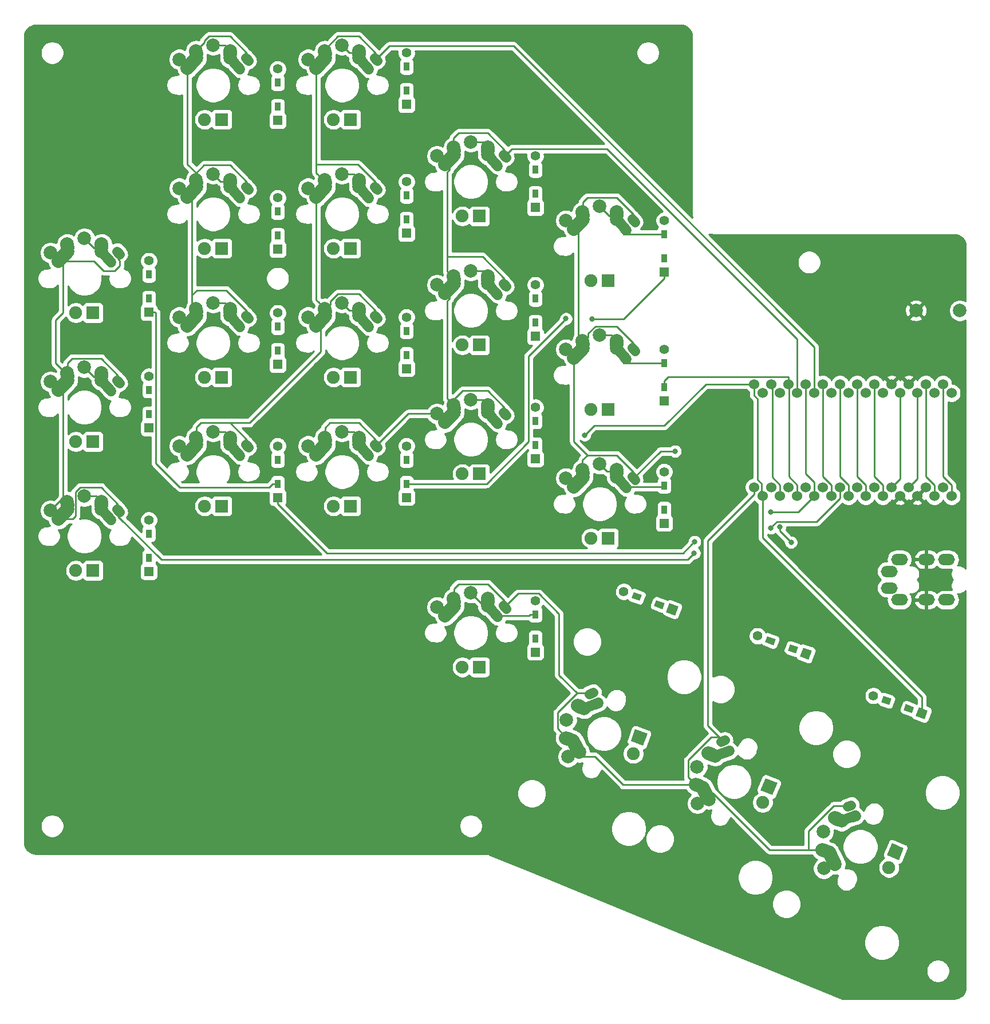
<source format=gbl>
G04 #@! TF.GenerationSoftware,KiCad,Pcbnew,(5.1.5)-2*
G04 #@! TF.CreationDate,2020-11-21T23:22:43+09:00*
G04 #@! TF.ProjectId,42Key,34324b65-792e-46b6-9963-61645f706362,rev?*
G04 #@! TF.SameCoordinates,Original*
G04 #@! TF.FileFunction,Copper,L2,Bot*
G04 #@! TF.FilePolarity,Positive*
%FSLAX46Y46*%
G04 Gerber Fmt 4.6, Leading zero omitted, Abs format (unit mm)*
G04 Created by KiCad (PCBNEW (5.1.5)-2) date 2020-11-21 23:22:43*
%MOMM*%
%LPD*%
G04 APERTURE LIST*
%ADD10C,1.400000*%
%ADD11C,2.000000*%
%ADD12C,1.500000*%
%ADD13C,2.000000*%
%ADD14C,1.905000*%
%ADD15C,0.100000*%
%ADD16R,0.950000X1.300000*%
%ADD17R,1.397000X1.397000*%
%ADD18C,1.397000*%
%ADD19O,2.500000X1.700000*%
%ADD20R,1.905000X1.905000*%
%ADD21C,1.524000*%
%ADD22C,0.800000*%
%ADD23C,0.250000*%
%ADD24C,0.254000*%
G04 APERTURE END LIST*
D10*
X140911820Y-132838462D02*
X140347648Y-133042690D01*
D11*
X136883668Y-142212414D03*
X136809615Y-136789821D03*
D12*
X141587279Y-134430839D02*
X139272707Y-135268703D01*
D13*
X138521306Y-134742158D02*
X139044290Y-134996104D01*
X138497708Y-141581068D02*
X137634742Y-139819536D01*
D14*
X146514344Y-142080525D03*
G04 #@! TA.AperFunction,ComponentPad*
D15*
G36*
X147992174Y-140965433D02*
G01*
X146225889Y-140251808D01*
X146939514Y-138485523D01*
X148705799Y-139199148D01*
X147992174Y-140965433D01*
G37*
G04 #@! TD.AperFunction*
D13*
X136619131Y-139452042D02*
X137170431Y-139632234D01*
D11*
X139044189Y-134996311D03*
X139507781Y-135183614D03*
X138521407Y-134741952D03*
X137171156Y-139632230D03*
X136618405Y-139452045D03*
X137634748Y-139819533D03*
D12*
X141624363Y-134445818D02*
X141154219Y-134616008D01*
D11*
X138534789Y-141596054D03*
D16*
X37075000Y-54415000D03*
X37075000Y-57965000D03*
D17*
X37075000Y-60000000D03*
D18*
X37075000Y-52380000D03*
D16*
X37100000Y-71505000D03*
X37100000Y-75055000D03*
D17*
X37100000Y-77090000D03*
D18*
X37100000Y-69470000D03*
D16*
X37075000Y-92733750D03*
X37075000Y-96283750D03*
D17*
X37075000Y-98318750D03*
D18*
X37075000Y-90698750D03*
X56125000Y-24023750D03*
D17*
X56125000Y-31643750D03*
D16*
X56125000Y-29608750D03*
X56125000Y-26058750D03*
X56125000Y-45108750D03*
X56125000Y-48658750D03*
D17*
X56125000Y-50693750D03*
D18*
X56125000Y-43073750D03*
X56125000Y-60088750D03*
D17*
X56125000Y-67708750D03*
D16*
X56125000Y-65673750D03*
X56125000Y-62123750D03*
D18*
X56125000Y-79745000D03*
D17*
X56125000Y-87365000D03*
D16*
X56125000Y-85330000D03*
X56125000Y-81780000D03*
X75175000Y-23677500D03*
X75175000Y-27227500D03*
D17*
X75175000Y-29262500D03*
D18*
X75175000Y-21642500D03*
D16*
X75175000Y-42727500D03*
X75175000Y-46277500D03*
D17*
X75175000Y-48312500D03*
D18*
X75175000Y-40692500D03*
D16*
X75175000Y-62730000D03*
X75175000Y-66280000D03*
D17*
X75175000Y-68315000D03*
D18*
X75175000Y-60695000D03*
D16*
X75175000Y-81780000D03*
X75175000Y-85330000D03*
D17*
X75175000Y-87365000D03*
D18*
X75175000Y-79745000D03*
X94225000Y-36882500D03*
D17*
X94225000Y-44502500D03*
D16*
X94225000Y-42467500D03*
X94225000Y-38917500D03*
D18*
X94225000Y-55932500D03*
D17*
X94225000Y-63552500D03*
D16*
X94225000Y-61517500D03*
X94225000Y-57967500D03*
D18*
X94225000Y-74030000D03*
D17*
X94225000Y-81650000D03*
D16*
X94225000Y-79615000D03*
X94225000Y-76065000D03*
X113275000Y-48442500D03*
X113275000Y-51992500D03*
D17*
X113275000Y-54027500D03*
D18*
X113275000Y-46407500D03*
D16*
X113275000Y-67492500D03*
X113275000Y-71042500D03*
D17*
X113275000Y-73077500D03*
D18*
X113275000Y-65457500D03*
D16*
X113275000Y-85590000D03*
X113275000Y-89140000D03*
D17*
X113275000Y-91175000D03*
D18*
X113275000Y-83555000D03*
X94225000Y-102605000D03*
D17*
X94225000Y-110225000D03*
D16*
X94225000Y-108190000D03*
X94225000Y-104640000D03*
D18*
X107313521Y-101301903D03*
G04 #@! TA.AperFunction,ComponentPad*
D15*
G36*
X115369255Y-103490623D02*
G01*
X114891453Y-104803373D01*
X113578703Y-104325571D01*
X114056505Y-103012821D01*
X115369255Y-103490623D01*
G37*
G04 #@! TD.AperFunction*
G04 #@! TA.AperFunction,SMDPad,CuDef*
G36*
X113334964Y-102988045D02*
G01*
X113010045Y-103880753D01*
X111788444Y-103436127D01*
X112113363Y-102543419D01*
X113334964Y-102988045D01*
G37*
G04 #@! TD.AperFunction*
G04 #@! TA.AperFunction,SMDPad,CuDef*
G36*
X109999056Y-101773873D02*
G01*
X109674137Y-102666581D01*
X108452536Y-102221955D01*
X108777455Y-101329247D01*
X109999056Y-101773873D01*
G37*
G04 #@! TD.AperFunction*
D18*
X127076817Y-107838567D03*
G04 #@! TA.AperFunction,ComponentPad*
D15*
G36*
X135132551Y-110027287D02*
G01*
X134654749Y-111340037D01*
X133341999Y-110862235D01*
X133819801Y-109549485D01*
X135132551Y-110027287D01*
G37*
G04 #@! TD.AperFunction*
G04 #@! TA.AperFunction,SMDPad,CuDef*
G36*
X133098260Y-109524709D02*
G01*
X132773341Y-110417417D01*
X131551740Y-109972791D01*
X131876659Y-109080083D01*
X133098260Y-109524709D01*
G37*
G04 #@! TD.AperFunction*
G04 #@! TA.AperFunction,SMDPad,CuDef*
G36*
X129762352Y-108310537D02*
G01*
X129437433Y-109203245D01*
X128215832Y-108758619D01*
X128540751Y-107865911D01*
X129762352Y-108310537D01*
G37*
G04 #@! TD.AperFunction*
D18*
X144214542Y-116667556D03*
G04 #@! TA.AperFunction,ComponentPad*
D15*
G36*
X152270276Y-118856276D02*
G01*
X151792474Y-120169026D01*
X150479724Y-119691224D01*
X150957526Y-118378474D01*
X152270276Y-118856276D01*
G37*
G04 #@! TD.AperFunction*
G04 #@! TA.AperFunction,SMDPad,CuDef*
G36*
X150235985Y-118353698D02*
G01*
X149911066Y-119246406D01*
X148689465Y-118801780D01*
X149014384Y-117909072D01*
X150235985Y-118353698D01*
G37*
G04 #@! TD.AperFunction*
G04 #@! TA.AperFunction,SMDPad,CuDef*
G36*
X146900077Y-117139526D02*
G01*
X146575158Y-118032234D01*
X145353557Y-117587608D01*
X145678476Y-116694900D01*
X146900077Y-117139526D01*
G37*
G04 #@! TD.AperFunction*
D19*
X148050000Y-96540000D03*
X146550000Y-100740000D03*
X155050000Y-96540000D03*
X152050000Y-96540000D03*
X155050000Y-102490000D03*
X152050000Y-102490000D03*
X148050000Y-102490000D03*
X146550000Y-98290000D03*
D11*
X157006250Y-59742500D03*
X150506250Y-59742500D03*
X30050000Y-50480000D03*
X30090000Y-49900000D03*
X25050000Y-50980000D03*
X23740000Y-52440000D03*
D12*
X31526954Y-52626082D02*
X29883046Y-50793918D01*
D13*
X23740005Y-52440004D02*
X25049995Y-50979996D01*
D11*
X30050000Y-50980000D03*
D12*
X31193042Y-52253922D02*
X31526958Y-52626078D01*
D13*
X25010001Y-49900000D02*
X25049999Y-50480000D01*
D11*
X25050000Y-50480000D03*
X25010000Y-49900000D03*
D20*
X28820000Y-60060000D03*
D14*
X26280000Y-60060000D03*
D13*
X30089999Y-49900000D02*
X30050001Y-50480000D01*
D11*
X27550000Y-49080000D03*
X22550000Y-51180000D03*
D10*
X32750350Y-51403293D02*
X32349650Y-50956707D01*
D11*
X30050000Y-69530000D03*
X30090000Y-68950000D03*
X25050000Y-70030000D03*
X23740000Y-71490000D03*
D12*
X31526954Y-71676082D02*
X29883046Y-69843918D01*
D13*
X23740005Y-71490004D02*
X25049995Y-70029996D01*
D11*
X30050000Y-70030000D03*
D12*
X31193042Y-71303922D02*
X31526958Y-71676078D01*
D13*
X25010001Y-68950000D02*
X25049999Y-69530000D01*
D11*
X25050000Y-69530000D03*
X25010000Y-68950000D03*
D20*
X28820000Y-79110000D03*
D14*
X26280000Y-79110000D03*
D13*
X30089999Y-68950000D02*
X30050001Y-69530000D01*
D11*
X27550000Y-68130000D03*
X22550000Y-70230000D03*
D10*
X32750350Y-70453293D02*
X32349650Y-70006707D01*
D11*
X30050000Y-88580000D03*
X30090000Y-88000000D03*
X25050000Y-89080000D03*
X23740000Y-90540000D03*
D12*
X31526954Y-90726082D02*
X29883046Y-88893918D01*
D13*
X23740005Y-90540004D02*
X25049995Y-89079996D01*
D11*
X30050000Y-89080000D03*
D12*
X31193042Y-90353922D02*
X31526958Y-90726078D01*
D13*
X25010001Y-88000000D02*
X25049999Y-88580000D01*
D11*
X25050000Y-88580000D03*
X25010000Y-88000000D03*
D20*
X28820000Y-98160000D03*
D14*
X26280000Y-98160000D03*
D13*
X30089999Y-88000000D02*
X30050001Y-88580000D01*
D11*
X27550000Y-87180000D03*
X22550000Y-89280000D03*
D10*
X32750350Y-89503293D02*
X32349650Y-89056707D01*
X51800350Y-22828293D02*
X51399650Y-22381707D01*
D11*
X41600000Y-22605000D03*
X46600000Y-20505000D03*
D13*
X49139999Y-21325000D02*
X49100001Y-21905000D01*
D14*
X45330000Y-31485000D03*
D20*
X47870000Y-31485000D03*
D11*
X44060000Y-21325000D03*
X44100000Y-21905000D03*
D13*
X44060001Y-21325000D02*
X44099999Y-21905000D01*
D12*
X50243042Y-23678922D02*
X50576958Y-24051078D01*
D11*
X49100000Y-22405000D03*
D13*
X42790005Y-23865004D02*
X44099995Y-22404996D01*
D12*
X50576954Y-24051082D02*
X48933046Y-22218918D01*
D11*
X42790000Y-23865000D03*
X44100000Y-22405000D03*
X49140000Y-21325000D03*
X49100000Y-21905000D03*
D10*
X51800350Y-41878293D02*
X51399650Y-41431707D01*
D11*
X41600000Y-41655000D03*
X46600000Y-39555000D03*
D13*
X49139999Y-40375000D02*
X49100001Y-40955000D01*
D14*
X45330000Y-50535000D03*
D20*
X47870000Y-50535000D03*
D11*
X44060000Y-40375000D03*
X44100000Y-40955000D03*
D13*
X44060001Y-40375000D02*
X44099999Y-40955000D01*
D12*
X50243042Y-42728922D02*
X50576958Y-43101078D01*
D11*
X49100000Y-41455000D03*
D13*
X42790005Y-42915004D02*
X44099995Y-41454996D01*
D12*
X50576954Y-43101082D02*
X48933046Y-41268918D01*
D11*
X42790000Y-42915000D03*
X44100000Y-41455000D03*
X49140000Y-40375000D03*
X49100000Y-40955000D03*
X49100000Y-60005000D03*
X49140000Y-59425000D03*
X44100000Y-60505000D03*
X42790000Y-61965000D03*
D12*
X50576954Y-62151082D02*
X48933046Y-60318918D01*
D13*
X42790005Y-61965004D02*
X44099995Y-60504996D01*
D11*
X49100000Y-60505000D03*
D12*
X50243042Y-61778922D02*
X50576958Y-62151078D01*
D13*
X44060001Y-59425000D02*
X44099999Y-60005000D01*
D11*
X44100000Y-60005000D03*
X44060000Y-59425000D03*
D20*
X47870000Y-69585000D03*
D14*
X45330000Y-69585000D03*
D13*
X49139999Y-59425000D02*
X49100001Y-60005000D01*
D11*
X46600000Y-58605000D03*
X41600000Y-60705000D03*
D10*
X51800350Y-60928293D02*
X51399650Y-60481707D01*
D11*
X49100000Y-79055000D03*
X49140000Y-78475000D03*
X44100000Y-79555000D03*
X42790000Y-81015000D03*
D12*
X50576954Y-81201082D02*
X48933046Y-79368918D01*
D13*
X42790005Y-81015004D02*
X44099995Y-79554996D01*
D11*
X49100000Y-79555000D03*
D12*
X50243042Y-80828922D02*
X50576958Y-81201078D01*
D13*
X44060001Y-78475000D02*
X44099999Y-79055000D01*
D11*
X44100000Y-79055000D03*
X44060000Y-78475000D03*
D20*
X47870000Y-88635000D03*
D14*
X45330000Y-88635000D03*
D13*
X49139999Y-78475000D02*
X49100001Y-79055000D01*
D11*
X46600000Y-77655000D03*
X41600000Y-79755000D03*
D10*
X51800350Y-79978293D02*
X51399650Y-79531707D01*
X70850350Y-22828293D02*
X70449650Y-22381707D01*
D11*
X60650000Y-22605000D03*
X65650000Y-20505000D03*
D13*
X68189999Y-21325000D02*
X68150001Y-21905000D01*
D14*
X64380000Y-31485000D03*
D20*
X66920000Y-31485000D03*
D11*
X63110000Y-21325000D03*
X63150000Y-21905000D03*
D13*
X63110001Y-21325000D02*
X63149999Y-21905000D01*
D12*
X69293042Y-23678922D02*
X69626958Y-24051078D01*
D11*
X68150000Y-22405000D03*
D13*
X61840005Y-23865004D02*
X63149995Y-22404996D01*
D12*
X69626954Y-24051082D02*
X67983046Y-22218918D01*
D11*
X61840000Y-23865000D03*
X63150000Y-22405000D03*
X68190000Y-21325000D03*
X68150000Y-21905000D03*
D10*
X70850350Y-41878293D02*
X70449650Y-41431707D01*
D11*
X60650000Y-41655000D03*
X65650000Y-39555000D03*
D13*
X68189999Y-40375000D02*
X68150001Y-40955000D01*
D14*
X64380000Y-50535000D03*
D20*
X66920000Y-50535000D03*
D11*
X63110000Y-40375000D03*
X63150000Y-40955000D03*
D13*
X63110001Y-40375000D02*
X63149999Y-40955000D01*
D12*
X69293042Y-42728922D02*
X69626958Y-43101078D01*
D11*
X68150000Y-41455000D03*
D13*
X61840005Y-42915004D02*
X63149995Y-41454996D01*
D12*
X69626954Y-43101082D02*
X67983046Y-41268918D01*
D11*
X61840000Y-42915000D03*
X63150000Y-41455000D03*
X68190000Y-40375000D03*
X68150000Y-40955000D03*
X68150000Y-60005000D03*
X68190000Y-59425000D03*
X63150000Y-60505000D03*
X61840000Y-61965000D03*
D12*
X69626954Y-62151082D02*
X67983046Y-60318918D01*
D13*
X61840005Y-61965004D02*
X63149995Y-60504996D01*
D11*
X68150000Y-60505000D03*
D12*
X69293042Y-61778922D02*
X69626958Y-62151078D01*
D13*
X63110001Y-59425000D02*
X63149999Y-60005000D01*
D11*
X63150000Y-60005000D03*
X63110000Y-59425000D03*
D20*
X66920000Y-69585000D03*
D14*
X64380000Y-69585000D03*
D13*
X68189999Y-59425000D02*
X68150001Y-60005000D01*
D11*
X65650000Y-58605000D03*
X60650000Y-60705000D03*
D10*
X70850350Y-60928293D02*
X70449650Y-60481707D01*
D11*
X68150000Y-79055000D03*
X68190000Y-78475000D03*
X63150000Y-79555000D03*
X61840000Y-81015000D03*
D12*
X69626954Y-81201082D02*
X67983046Y-79368918D01*
D13*
X61840005Y-81015004D02*
X63149995Y-79554996D01*
D11*
X68150000Y-79555000D03*
D12*
X69293042Y-80828922D02*
X69626958Y-81201078D01*
D13*
X63110001Y-78475000D02*
X63149999Y-79055000D01*
D11*
X63150000Y-79055000D03*
X63110000Y-78475000D03*
D20*
X66920000Y-88635000D03*
D14*
X64380000Y-88635000D03*
D13*
X68189999Y-78475000D02*
X68150001Y-79055000D01*
D11*
X65650000Y-77655000D03*
X60650000Y-79755000D03*
D10*
X70850350Y-79978293D02*
X70449650Y-79531707D01*
X89900350Y-37115793D02*
X89499650Y-36669207D01*
D11*
X79700000Y-36892500D03*
X84700000Y-34792500D03*
D13*
X87239999Y-35612500D02*
X87200001Y-36192500D01*
D14*
X83430000Y-45772500D03*
D20*
X85970000Y-45772500D03*
D11*
X82160000Y-35612500D03*
X82200000Y-36192500D03*
D13*
X82160001Y-35612500D02*
X82199999Y-36192500D01*
D12*
X88343042Y-37966422D02*
X88676958Y-38338578D01*
D11*
X87200000Y-36692500D03*
D13*
X80890005Y-38152504D02*
X82199995Y-36692496D01*
D12*
X88676954Y-38338582D02*
X87033046Y-36506418D01*
D11*
X80890000Y-38152500D03*
X82200000Y-36692500D03*
X87240000Y-35612500D03*
X87200000Y-36192500D03*
D10*
X89900350Y-56165793D02*
X89499650Y-55719207D01*
D11*
X79700000Y-55942500D03*
X84700000Y-53842500D03*
D13*
X87239999Y-54662500D02*
X87200001Y-55242500D01*
D14*
X83430000Y-64822500D03*
D20*
X85970000Y-64822500D03*
D11*
X82160000Y-54662500D03*
X82200000Y-55242500D03*
D13*
X82160001Y-54662500D02*
X82199999Y-55242500D01*
D12*
X88343042Y-57016422D02*
X88676958Y-57388578D01*
D11*
X87200000Y-55742500D03*
D13*
X80890005Y-57202504D02*
X82199995Y-55742496D01*
D12*
X88676954Y-57388582D02*
X87033046Y-55556418D01*
D11*
X80890000Y-57202500D03*
X82200000Y-55742500D03*
X87240000Y-54662500D03*
X87200000Y-55242500D03*
X87200000Y-74292500D03*
X87240000Y-73712500D03*
X82200000Y-74792500D03*
X80890000Y-76252500D03*
D12*
X88676954Y-76438582D02*
X87033046Y-74606418D01*
D13*
X80890005Y-76252504D02*
X82199995Y-74792496D01*
D11*
X87200000Y-74792500D03*
D12*
X88343042Y-76066422D02*
X88676958Y-76438578D01*
D13*
X82160001Y-73712500D02*
X82199999Y-74292500D01*
D11*
X82200000Y-74292500D03*
X82160000Y-73712500D03*
D20*
X85970000Y-83872500D03*
D14*
X83430000Y-83872500D03*
D13*
X87239999Y-73712500D02*
X87200001Y-74292500D01*
D11*
X84700000Y-72892500D03*
X79700000Y-74992500D03*
D10*
X89900350Y-75215793D02*
X89499650Y-74769207D01*
X108950350Y-46640793D02*
X108549650Y-46194207D01*
D11*
X98750000Y-46417500D03*
X103750000Y-44317500D03*
D13*
X106289999Y-45137500D02*
X106250001Y-45717500D01*
D14*
X102480000Y-55297500D03*
D20*
X105020000Y-55297500D03*
D11*
X101210000Y-45137500D03*
X101250000Y-45717500D03*
D13*
X101210001Y-45137500D02*
X101249999Y-45717500D01*
D12*
X107393042Y-47491422D02*
X107726958Y-47863578D01*
D11*
X106250000Y-46217500D03*
D13*
X99940005Y-47677504D02*
X101249995Y-46217496D01*
D12*
X107726954Y-47863582D02*
X106083046Y-46031418D01*
D11*
X99940000Y-47677500D03*
X101250000Y-46217500D03*
X106290000Y-45137500D03*
X106250000Y-45717500D03*
X106250000Y-64767500D03*
X106290000Y-64187500D03*
X101250000Y-65267500D03*
X99940000Y-66727500D03*
D12*
X107726954Y-66913582D02*
X106083046Y-65081418D01*
D13*
X99940005Y-66727504D02*
X101249995Y-65267496D01*
D11*
X106250000Y-65267500D03*
D12*
X107393042Y-66541422D02*
X107726958Y-66913578D01*
D13*
X101210001Y-64187500D02*
X101249999Y-64767500D01*
D11*
X101250000Y-64767500D03*
X101210000Y-64187500D03*
D20*
X105020000Y-74347500D03*
D14*
X102480000Y-74347500D03*
D13*
X106289999Y-64187500D02*
X106250001Y-64767500D01*
D11*
X103750000Y-63367500D03*
X98750000Y-65467500D03*
D10*
X108950350Y-65690793D02*
X108549650Y-65244207D01*
X108950350Y-84740793D02*
X108549650Y-84294207D01*
D11*
X98750000Y-84517500D03*
X103750000Y-82417500D03*
D13*
X106289999Y-83237500D02*
X106250001Y-83817500D01*
D14*
X102480000Y-93397500D03*
D20*
X105020000Y-93397500D03*
D11*
X101210000Y-83237500D03*
X101250000Y-83817500D03*
D13*
X101210001Y-83237500D02*
X101249999Y-83817500D01*
D12*
X107393042Y-85591422D02*
X107726958Y-85963578D01*
D11*
X106250000Y-84317500D03*
D13*
X99940005Y-85777504D02*
X101249995Y-84317496D01*
D12*
X107726954Y-85963582D02*
X106083046Y-84131418D01*
D11*
X99940000Y-85777500D03*
X101250000Y-84317500D03*
X106290000Y-83237500D03*
X106250000Y-83817500D03*
D10*
X89900350Y-103790793D02*
X89499650Y-103344207D01*
D11*
X79700000Y-103567500D03*
X84700000Y-101467500D03*
D13*
X87239999Y-102287500D02*
X87200001Y-102867500D01*
D14*
X83430000Y-112447500D03*
D20*
X85970000Y-112447500D03*
D11*
X82160000Y-102287500D03*
X82200000Y-102867500D03*
D13*
X82160001Y-102287500D02*
X82199999Y-102867500D01*
D12*
X88343042Y-104641422D02*
X88676958Y-105013578D01*
D11*
X87200000Y-103367500D03*
D13*
X80890005Y-104827504D02*
X82199995Y-103367496D01*
D12*
X88676954Y-105013582D02*
X87033046Y-103181418D01*
D11*
X80890000Y-104827500D03*
X82200000Y-103367500D03*
X87240000Y-102287500D03*
X87200000Y-102867500D03*
X100717672Y-125015179D03*
D12*
X103555824Y-117761474D02*
X103091906Y-117947968D01*
D11*
X99756179Y-123271151D03*
X98727630Y-122939357D03*
X99286333Y-123100141D03*
X100465093Y-118165718D03*
X101466280Y-118572688D03*
X100996434Y-118401678D03*
D13*
X98728356Y-122939328D02*
X99285608Y-123100170D01*
G04 #@! TA.AperFunction,ComponentPad*
D15*
G36*
X110147287Y-124054884D02*
G01*
X108357173Y-123403336D01*
X109008721Y-121613222D01*
X110798835Y-122264770D01*
X110147287Y-124054884D01*
G37*
G04 #@! TD.AperFunction*
D14*
X108709273Y-125220872D03*
D13*
X100680090Y-125001495D02*
X99756174Y-123271153D01*
X100464999Y-118165928D02*
X100996527Y-118401468D01*
D12*
X103518239Y-117747799D02*
X101234319Y-118665929D01*
D11*
X98825814Y-120272081D03*
X99089067Y-125688787D03*
D10*
X102787620Y-116179964D02*
X102230918Y-116403756D01*
D11*
X119854789Y-131986054D03*
D12*
X122944363Y-124835818D02*
X122474219Y-125006008D01*
D11*
X118954748Y-130209533D03*
X117938405Y-129842045D03*
X118491156Y-130022230D03*
X119841407Y-125131952D03*
X120827781Y-125573614D03*
X120364189Y-125386311D03*
D13*
X117939131Y-129842042D02*
X118490431Y-130022234D01*
G04 #@! TA.AperFunction,ComponentPad*
D15*
G36*
X129312174Y-131355433D02*
G01*
X127545889Y-130641808D01*
X128259514Y-128875523D01*
X130025799Y-129589148D01*
X129312174Y-131355433D01*
G37*
G04 #@! TD.AperFunction*
D14*
X127834344Y-132470525D03*
D13*
X119817708Y-131971068D02*
X118954742Y-130209536D01*
X119841306Y-125132158D02*
X120364290Y-125386104D01*
D12*
X122907279Y-124820839D02*
X120592707Y-125658703D01*
D11*
X118129615Y-127179821D03*
X118203668Y-132602414D03*
D10*
X122231820Y-123228462D02*
X121667648Y-123432690D01*
D21*
X155778000Y-71926400D03*
X153238000Y-71926400D03*
X150698000Y-71926400D03*
X148158000Y-71926400D03*
X145618000Y-71926400D03*
X143078000Y-71926400D03*
X140538000Y-71926400D03*
X137998000Y-71926400D03*
X135458000Y-71926400D03*
X132918000Y-71926400D03*
X130378000Y-71926400D03*
X127838000Y-71926400D03*
X127838000Y-87146400D03*
X130378000Y-87146400D03*
X132918000Y-87146400D03*
X135458000Y-87146400D03*
X137998000Y-87146400D03*
X140538000Y-87146400D03*
X143078000Y-87146400D03*
X145618000Y-87146400D03*
X148158000Y-87146400D03*
X150698000Y-87146400D03*
X153238000Y-87146400D03*
X155778000Y-87146400D03*
X154508000Y-70600000D03*
X151968000Y-70600000D03*
X149428000Y-70600000D03*
X146888000Y-70600000D03*
X144348000Y-70600000D03*
X141808000Y-70600000D03*
X139268000Y-70600000D03*
X136728000Y-70600000D03*
X134188000Y-70600000D03*
X131648000Y-70600000D03*
X129108000Y-70600000D03*
X126568000Y-70600000D03*
X126568000Y-85840000D03*
X129108000Y-85840000D03*
X131648000Y-85840000D03*
X134188000Y-85840000D03*
X136728000Y-85840000D03*
X139268000Y-85840000D03*
X141808000Y-85840000D03*
X144348000Y-85840000D03*
X146888000Y-85840000D03*
X149428000Y-85840000D03*
X151968000Y-85840000D03*
X154508000Y-85840000D03*
D22*
X101520000Y-78140000D03*
X114890000Y-80530000D03*
X98750000Y-60940000D03*
X102640000Y-60950000D03*
X130370000Y-91690000D03*
X132050000Y-94000000D03*
X117780000Y-93900000D03*
X129036781Y-89512938D03*
X129010000Y-91890000D03*
X117720000Y-95590000D03*
D23*
X28950000Y-50480000D02*
X30050000Y-50480000D01*
X27550000Y-49080000D02*
X28950000Y-50480000D01*
X135458000Y-86068770D02*
X135458000Y-87146400D01*
X135458000Y-85135240D02*
X135458000Y-86068770D01*
X134188000Y-83865240D02*
X135458000Y-85135240D01*
X134188000Y-70600000D02*
X134188000Y-83865240D01*
X38123501Y-60100001D02*
X38023500Y-60000000D01*
X38123501Y-82317503D02*
X38123501Y-60100001D01*
X41679899Y-85873901D02*
X38123501Y-82317503D01*
X38023500Y-60000000D02*
X37075000Y-60000000D01*
X54856099Y-85873901D02*
X41679899Y-85873901D01*
X55400000Y-85330000D02*
X54856099Y-85873901D01*
X56125000Y-85330000D02*
X55400000Y-85330000D01*
X116060000Y-95620000D02*
X117380001Y-94299999D01*
X63431500Y-95620000D02*
X116060000Y-95620000D01*
X117380001Y-94299999D02*
X117780000Y-93900000D01*
X56125000Y-87365000D02*
X56125000Y-88313500D01*
X56125000Y-88313500D02*
X63431500Y-95620000D01*
X133091462Y-89512938D02*
X129602466Y-89512938D01*
X129602466Y-89512938D02*
X129036781Y-89512938D01*
X135458000Y-87146400D02*
X133091462Y-89512938D01*
X113275000Y-70142500D02*
X113275000Y-71042500D01*
X131638629Y-69512999D02*
X113904501Y-69512999D01*
X113904501Y-69512999D02*
X113275000Y-70142500D01*
X131648000Y-69522370D02*
X131638629Y-69512999D01*
X131648000Y-70600000D02*
X131648000Y-69522370D01*
X132918000Y-86068770D02*
X132918000Y-87146400D01*
X132918000Y-85501238D02*
X132918000Y-86068770D01*
X131725000Y-84308238D02*
X132918000Y-85501238D01*
X131648000Y-70600000D02*
X131725000Y-70677000D01*
X131725000Y-70677000D02*
X131725000Y-84308238D01*
X28950000Y-69530000D02*
X30050000Y-69530000D01*
X27550000Y-68130000D02*
X28950000Y-69530000D01*
X130370000Y-92320000D02*
X132050000Y-94000000D01*
X130370000Y-91690000D02*
X130370000Y-92320000D01*
X130378000Y-86068770D02*
X130378000Y-87146400D01*
X130378000Y-85501238D02*
X130378000Y-86068770D01*
X129250000Y-84373238D02*
X130378000Y-85501238D01*
X129108000Y-70600000D02*
X129250000Y-70742000D01*
X129250000Y-70742000D02*
X129250000Y-84373238D01*
X29270000Y-87180000D02*
X30090000Y-88000000D01*
X27550000Y-87180000D02*
X29270000Y-87180000D01*
X48320000Y-20505000D02*
X49140000Y-21325000D01*
X46600000Y-20505000D02*
X48320000Y-20505000D01*
X47710000Y-40665000D02*
X49120000Y-40665000D01*
X46600000Y-39555000D02*
X47710000Y-40665000D01*
X48320000Y-58605000D02*
X49140000Y-59425000D01*
X46600000Y-58605000D02*
X48320000Y-58605000D01*
X48320000Y-77655000D02*
X49140000Y-78475000D01*
X46600000Y-77655000D02*
X48320000Y-77655000D01*
X66760000Y-21615000D02*
X68170000Y-21615000D01*
X65650000Y-20505000D02*
X66760000Y-21615000D01*
X67370000Y-39555000D02*
X68190000Y-40375000D01*
X65650000Y-39555000D02*
X67370000Y-39555000D01*
X151375000Y-116875000D02*
X151375000Y-119273750D01*
X127838000Y-87146400D02*
X127838000Y-93338000D01*
X127838000Y-93338000D02*
X151375000Y-116875000D01*
X119440000Y-70600000D02*
X126568000Y-70600000D01*
X101520000Y-78140000D02*
X102920000Y-76740000D01*
X113300000Y-76740000D02*
X119440000Y-70600000D01*
X102920000Y-76740000D02*
X113300000Y-76740000D01*
X126568000Y-71677630D02*
X126568000Y-70600000D01*
X126568000Y-72265162D02*
X126568000Y-71677630D01*
X127354181Y-86662581D02*
X127655001Y-86361761D01*
X127838000Y-87146400D02*
X127354181Y-86662581D01*
X127100000Y-72797162D02*
X126568000Y-72265162D01*
X127655001Y-86361761D02*
X127655001Y-85318239D01*
X127100000Y-84763238D02*
X127100000Y-72797162D01*
X127655001Y-85318239D02*
X127100000Y-84763238D01*
X66760000Y-59715000D02*
X68170000Y-59715000D01*
X65650000Y-58605000D02*
X66760000Y-59715000D01*
X93201499Y-66488501D02*
X98350001Y-61339999D01*
X93201499Y-79131003D02*
X93201499Y-66488501D01*
X98350001Y-61339999D02*
X98750000Y-60940000D01*
X87002502Y-85330000D02*
X93201499Y-79131003D01*
X75175000Y-85330000D02*
X87002502Y-85330000D01*
X113275000Y-54976000D02*
X113275000Y-54027500D01*
X107301000Y-60950000D02*
X113275000Y-54976000D01*
X102640000Y-60950000D02*
X107301000Y-60950000D01*
X67370000Y-77655000D02*
X68190000Y-78475000D01*
X65650000Y-77655000D02*
X67370000Y-77655000D01*
X86420000Y-34792500D02*
X87240000Y-35612500D01*
X84700000Y-34792500D02*
X86420000Y-34792500D01*
X86420000Y-53842500D02*
X87240000Y-54662500D01*
X84700000Y-53842500D02*
X86420000Y-53842500D01*
X86420000Y-72892500D02*
X87240000Y-73712500D01*
X84700000Y-72892500D02*
X86420000Y-72892500D01*
X105150000Y-45717500D02*
X106250000Y-45717500D01*
X103750000Y-44317500D02*
X105150000Y-45717500D01*
X112550000Y-48442500D02*
X113275000Y-48442500D01*
X107276964Y-48442500D02*
X112550000Y-48442500D01*
X106905000Y-48070536D02*
X107276964Y-48442500D01*
X106905000Y-46947500D02*
X106905000Y-48070536D01*
X105470000Y-63367500D02*
X106290000Y-64187500D01*
X103750000Y-63367500D02*
X105470000Y-63367500D01*
X112550000Y-67492500D02*
X113275000Y-67492500D01*
X107276964Y-67492500D02*
X112550000Y-67492500D01*
X106905000Y-67120536D02*
X107276964Y-67492500D01*
X106905000Y-65997500D02*
X106905000Y-67120536D01*
X104860000Y-83527500D02*
X106270000Y-83527500D01*
X103750000Y-82417500D02*
X104860000Y-83527500D01*
X113087500Y-85777500D02*
X113275000Y-85590000D01*
X107560000Y-85777500D02*
X113087500Y-85777500D01*
X86600000Y-103367500D02*
X87200000Y-103367500D01*
X84700000Y-101467500D02*
X86600000Y-103367500D01*
X89401292Y-104827500D02*
X88510000Y-104827500D01*
X93312500Y-104827500D02*
X89401292Y-104827500D01*
X93500000Y-104640000D02*
X93312500Y-104827500D01*
X94225000Y-104640000D02*
X93500000Y-104640000D01*
X148158000Y-84570000D02*
X146888000Y-85840000D01*
X148158000Y-71926400D02*
X148158000Y-84570000D01*
X153238000Y-85538000D02*
X153238000Y-86068770D01*
X151968000Y-84268000D02*
X153238000Y-85538000D01*
X153238000Y-86068770D02*
X153238000Y-87146400D01*
X151968000Y-70600000D02*
X151968000Y-84268000D01*
X150698000Y-84570000D02*
X149428000Y-85840000D01*
X150698000Y-71926400D02*
X150698000Y-84570000D01*
X22550000Y-51250000D02*
X23740000Y-52440000D01*
X22550000Y-51180000D02*
X22550000Y-51250000D01*
X24395000Y-53191417D02*
X24395000Y-51710000D01*
X24395000Y-60065702D02*
X24395000Y-53191417D01*
X23320000Y-61140702D02*
X24395000Y-60065702D01*
X25030000Y-69240000D02*
X23320000Y-67530000D01*
X23320000Y-67530000D02*
X23320000Y-61140702D01*
X25030000Y-67515787D02*
X25030000Y-67954006D01*
X25030000Y-67954006D02*
X25030000Y-69240000D01*
X25740788Y-66804999D02*
X25030000Y-67515787D01*
X30017637Y-66804999D02*
X25740788Y-66804999D01*
X32550000Y-69337362D02*
X30017637Y-66804999D01*
X32550000Y-70230000D02*
X32550000Y-69337362D01*
X22550000Y-70300000D02*
X23740000Y-71490000D01*
X22550000Y-70230000D02*
X22550000Y-70300000D01*
X24395000Y-87435000D02*
X22550000Y-89280000D01*
X24395000Y-70760000D02*
X24395000Y-87435000D01*
X26913999Y-85854999D02*
X30017637Y-85854999D01*
X32550000Y-88387362D02*
X32550000Y-89280000D01*
X26224999Y-86543999D02*
X26913999Y-85854999D01*
X26224999Y-90095001D02*
X26224999Y-86543999D01*
X25801857Y-90518143D02*
X26224999Y-90095001D01*
X25103143Y-90518143D02*
X25801857Y-90518143D01*
X30017637Y-85854999D02*
X32550000Y-88387362D01*
X24395000Y-89810000D02*
X25103143Y-90518143D01*
X24395000Y-89810000D02*
X23580998Y-89810000D01*
X135793161Y-90960001D02*
X129939999Y-90960001D01*
X139268000Y-87485162D02*
X135793161Y-90960001D01*
X129409999Y-91490001D02*
X129010000Y-91890000D01*
X129939999Y-90960001D02*
X129409999Y-91490001D01*
X139268000Y-85840000D02*
X139268000Y-87485162D01*
X116740000Y-96570000D02*
X117320001Y-95989999D01*
X38947362Y-96570000D02*
X116740000Y-96570000D01*
X32550000Y-89280000D02*
X32550000Y-90172638D01*
X117320001Y-95989999D02*
X117720000Y-95590000D01*
X32550000Y-90172638D02*
X38947362Y-96570000D01*
X32550000Y-52072638D02*
X32550000Y-51180000D01*
X32800000Y-52322638D02*
X32550000Y-52072638D01*
X23740000Y-52440000D02*
X28964213Y-52440000D01*
X30391140Y-53866927D02*
X32043073Y-53866927D01*
X28964213Y-52440000D02*
X30391140Y-53866927D01*
X32043073Y-53866927D02*
X32800000Y-53110000D01*
X32800000Y-53110000D02*
X32800000Y-52322638D01*
X41600000Y-22675000D02*
X42790000Y-23865000D01*
X41600000Y-22605000D02*
X41600000Y-22675000D01*
X51600000Y-21712362D02*
X51600000Y-22605000D01*
X45963999Y-19179999D02*
X49067637Y-19179999D01*
X49067637Y-19179999D02*
X51600000Y-21712362D01*
X45274999Y-19868999D02*
X45963999Y-19179999D01*
X45274999Y-20110001D02*
X45274999Y-19868999D01*
X44060000Y-21325000D02*
X45274999Y-20110001D01*
X42790000Y-25279213D02*
X42790000Y-23865000D01*
X42790000Y-38089006D02*
X42790000Y-25279213D01*
X44080000Y-39379006D02*
X42790000Y-38089006D01*
X51600000Y-40762362D02*
X51600000Y-41655000D01*
X49067637Y-38229999D02*
X51600000Y-40762362D01*
X45229007Y-38229999D02*
X49067637Y-38229999D01*
X44080000Y-39379006D02*
X45229007Y-38229999D01*
X44080000Y-40665000D02*
X44080000Y-39379006D01*
X41600000Y-41725000D02*
X42790000Y-42915000D01*
X41600000Y-41655000D02*
X41600000Y-41725000D01*
X43445000Y-58810000D02*
X44060000Y-59425000D01*
X43445000Y-42185000D02*
X43445000Y-57465000D01*
X43445000Y-57465000D02*
X43445000Y-58810000D01*
X51600000Y-59812362D02*
X51600000Y-60705000D01*
X48497638Y-56710000D02*
X51600000Y-59812362D01*
X43445000Y-57465000D02*
X44200000Y-56710000D01*
X44200000Y-56710000D02*
X48497638Y-56710000D01*
X41600000Y-60775000D02*
X42790000Y-61965000D01*
X41600000Y-60705000D02*
X41600000Y-60775000D01*
X41600000Y-79825000D02*
X42790000Y-81015000D01*
X41600000Y-79755000D02*
X41600000Y-79825000D01*
X44100000Y-77020787D02*
X44100000Y-77640787D01*
X44790788Y-76329999D02*
X44100000Y-77020787D01*
X49067637Y-76329999D02*
X44790788Y-76329999D01*
X51600000Y-78862362D02*
X49067637Y-76329999D01*
X44100000Y-77640787D02*
X44100000Y-79055000D01*
X51600000Y-79755000D02*
X51600000Y-78862362D01*
X60650000Y-22675000D02*
X61840000Y-23865000D01*
X60650000Y-22605000D02*
X60650000Y-22675000D01*
X68117637Y-19179999D02*
X70650000Y-21712362D01*
X65013999Y-19179999D02*
X68117637Y-19179999D01*
X63130000Y-21063998D02*
X65013999Y-19179999D01*
X70650000Y-21712362D02*
X70650000Y-22605000D01*
X63130000Y-21615000D02*
X63130000Y-21063998D01*
X61840000Y-39375000D02*
X63130000Y-40665000D01*
X70650000Y-40762362D02*
X70650000Y-41655000D01*
X68017638Y-38130000D02*
X70650000Y-40762362D01*
X61840000Y-38130000D02*
X61840000Y-39375000D01*
X61840000Y-38130000D02*
X68017638Y-38130000D01*
X61840000Y-23865000D02*
X61840000Y-38130000D01*
X61965000Y-41655000D02*
X62495000Y-42185000D01*
X60650000Y-41655000D02*
X61965000Y-41655000D01*
X62110001Y-58425001D02*
X63110000Y-59425000D01*
X61840000Y-58155000D02*
X62110001Y-58425001D01*
X61840000Y-42915000D02*
X61840000Y-58155000D01*
X70650000Y-59812362D02*
X70650000Y-60705000D01*
X68117637Y-57279999D02*
X70650000Y-59812362D01*
X65013999Y-57279999D02*
X68117637Y-57279999D01*
X63953399Y-58340599D02*
X65013999Y-57279999D01*
X63953399Y-58891601D02*
X63953399Y-58340599D01*
X63130000Y-59715000D02*
X63953399Y-58891601D01*
X51970001Y-76329999D02*
X49067637Y-76329999D01*
X62495000Y-61235000D02*
X62495000Y-65805000D01*
X62495000Y-65805000D02*
X51970001Y-76329999D01*
X71145700Y-22109300D02*
X70650000Y-22605000D01*
X72636001Y-20618999D02*
X71145700Y-22109300D01*
X135458000Y-71926400D02*
X135458000Y-65098000D01*
X90978999Y-20618999D02*
X72636001Y-20618999D01*
X135458000Y-65098000D02*
X90978999Y-20618999D01*
X60650000Y-60775000D02*
X61840000Y-61965000D01*
X60650000Y-60705000D02*
X60650000Y-60775000D01*
X61965000Y-79755000D02*
X62495000Y-80285000D01*
X60650000Y-79755000D02*
X61965000Y-79755000D01*
X63130000Y-77040787D02*
X63130000Y-77479006D01*
X63130000Y-77479006D02*
X63130000Y-78765000D01*
X63840788Y-76329999D02*
X63130000Y-77040787D01*
X68117637Y-76329999D02*
X63840788Y-76329999D01*
X70650000Y-78862362D02*
X68117637Y-76329999D01*
X70650000Y-79755000D02*
X70650000Y-78862362D01*
X75412500Y-74992500D02*
X79700000Y-74992500D01*
X70650000Y-79755000D02*
X75412500Y-74992500D01*
X79700000Y-75062500D02*
X80890000Y-76252500D01*
X79700000Y-74992500D02*
X79700000Y-75062500D01*
X81160001Y-72712501D02*
X82160000Y-73712500D01*
X81160001Y-58338916D02*
X81160001Y-72712501D01*
X81545000Y-57953917D02*
X81160001Y-58338916D01*
X81545000Y-56472500D02*
X81545000Y-57953917D01*
X87167637Y-71567499D02*
X83452501Y-71567499D01*
X89700000Y-74992500D02*
X89700000Y-74099862D01*
X89700000Y-74099862D02*
X87167637Y-71567499D01*
X82200000Y-72820000D02*
X82200000Y-74792500D01*
X83452501Y-71567499D02*
X82200000Y-72820000D01*
X82160000Y-34198287D02*
X82160000Y-35612500D01*
X82890788Y-33467499D02*
X82160000Y-34198287D01*
X87167637Y-33467499D02*
X82890788Y-33467499D01*
X89700000Y-35999862D02*
X87167637Y-33467499D01*
X89700000Y-36892500D02*
X89700000Y-35999862D01*
X79700000Y-36962500D02*
X80890000Y-38152500D01*
X79700000Y-36892500D02*
X79700000Y-36962500D01*
X81332716Y-54105216D02*
X82180000Y-54952500D01*
X81160001Y-53932501D02*
X81332716Y-54105216D01*
X81545000Y-38903917D02*
X81160001Y-39288916D01*
X81545000Y-37422500D02*
X81545000Y-38903917D01*
X89700000Y-55049862D02*
X86410138Y-51760000D01*
X89700000Y-55942500D02*
X89700000Y-55049862D01*
X81160001Y-39288916D02*
X81190000Y-51760000D01*
X86410138Y-51760000D02*
X81190000Y-51760000D01*
X81190000Y-51760000D02*
X81160001Y-53932501D01*
X79700000Y-56012500D02*
X80890000Y-57202500D01*
X79700000Y-55942500D02*
X79700000Y-56012500D01*
X90195700Y-36396800D02*
X89700000Y-36892500D01*
X90733501Y-35858999D02*
X90195700Y-36396800D01*
X132918000Y-71926400D02*
X132918000Y-63918000D01*
X104858999Y-35858999D02*
X90733501Y-35858999D01*
X132918000Y-63918000D02*
X104858999Y-35858999D01*
X100595000Y-63842500D02*
X101230000Y-64477500D01*
X100595000Y-46947500D02*
X100595000Y-63842500D01*
X98750000Y-46487500D02*
X99940000Y-47677500D01*
X98750000Y-46417500D02*
X98750000Y-46487500D01*
X101230000Y-44141506D02*
X101230000Y-45427500D01*
X101940788Y-42992499D02*
X101230000Y-43703287D01*
X106217637Y-42992499D02*
X101940788Y-42992499D01*
X101230000Y-43703287D02*
X101230000Y-44141506D01*
X108750000Y-45524862D02*
X106217637Y-42992499D01*
X108750000Y-46417500D02*
X108750000Y-45524862D01*
X101210000Y-81823287D02*
X101210000Y-83237500D01*
X106217637Y-81092499D02*
X101940788Y-81092499D01*
X101940788Y-81092499D02*
X101210000Y-81823287D01*
X108750000Y-83624862D02*
X106217637Y-81092499D01*
X108750000Y-84517500D02*
X108750000Y-83624862D01*
X99940000Y-79091711D02*
X101940788Y-81092499D01*
X99940000Y-66727500D02*
X99940000Y-79091711D01*
X98750000Y-65537500D02*
X99940000Y-66727500D01*
X98750000Y-65467500D02*
X98750000Y-65537500D01*
X108750000Y-64574862D02*
X108750000Y-65467500D01*
X106217637Y-62042499D02*
X108750000Y-64574862D01*
X103113999Y-62042499D02*
X106217637Y-62042499D01*
X102053399Y-63103099D02*
X103113999Y-62042499D01*
X102053399Y-63654101D02*
X102053399Y-63103099D01*
X101230000Y-64477500D02*
X102053399Y-63654101D01*
X112737500Y-80530000D02*
X114890000Y-80530000D01*
X108750000Y-84517500D02*
X112737500Y-80530000D01*
X119746673Y-121127515D02*
X121404976Y-122785818D01*
X126568000Y-86917630D02*
X119746673Y-93738957D01*
X119746673Y-93738957D02*
X119746673Y-121127515D01*
X126568000Y-85840000D02*
X126568000Y-86917630D01*
X116938406Y-128842046D02*
X117938405Y-129842045D01*
X116804614Y-128708254D02*
X116938406Y-128842046D01*
X116804614Y-126207743D02*
X116804614Y-128708254D01*
X121404976Y-122785818D02*
X120226539Y-122785818D01*
X120226539Y-122785818D02*
X116804614Y-126207743D01*
X121949734Y-123330576D02*
X121404976Y-122785818D01*
X119238429Y-132602414D02*
X119854789Y-131986054D01*
X118203668Y-132602414D02*
X119238429Y-132602414D01*
X120499776Y-131090302D02*
X128861519Y-139452045D01*
X135204192Y-139452045D02*
X136618405Y-139452045D01*
X119386225Y-131090302D02*
X120499776Y-131090302D01*
X138066225Y-141029857D02*
X136883668Y-142212414D01*
X138066225Y-140700302D02*
X138066225Y-141029857D01*
X134620000Y-136682357D02*
X134620000Y-139450000D01*
X140629734Y-132940576D02*
X138361781Y-132940576D01*
X128861519Y-139452045D02*
X134620000Y-139450000D01*
X138361781Y-132940576D02*
X134620000Y-136682357D01*
X134620000Y-139450000D02*
X135204192Y-139452045D01*
X116524192Y-129842045D02*
X117938405Y-129842045D01*
X103070688Y-125688787D02*
X107223946Y-129842045D01*
X107223946Y-129842045D02*
X116524192Y-129842045D01*
X99089067Y-125688787D02*
X103070688Y-125688787D01*
X100218132Y-124559722D02*
X99089067Y-125688787D01*
X100218132Y-124136324D02*
X100218132Y-124559722D01*
X101540989Y-116291860D02*
X102509269Y-116291860D01*
X100377949Y-116291860D02*
X101540989Y-116291860D01*
X97500813Y-119168996D02*
X100377949Y-116291860D01*
X97500813Y-121513580D02*
X97500813Y-119168996D01*
X99006982Y-123019749D02*
X97500813Y-121513580D01*
X79700000Y-103637500D02*
X80890000Y-104827500D01*
X79700000Y-103567500D02*
X79700000Y-103637500D01*
X82180000Y-101291506D02*
X82180000Y-102577500D01*
X82180000Y-100853287D02*
X82180000Y-101291506D01*
X82890788Y-100142499D02*
X82180000Y-100853287D01*
X87167637Y-100142499D02*
X82890788Y-100142499D01*
X89700000Y-102674862D02*
X87167637Y-100142499D01*
X89700000Y-103567500D02*
X89700000Y-102674862D01*
X97710000Y-113623911D02*
X100377949Y-116291860D01*
X97710000Y-104575218D02*
X97710000Y-113623911D01*
X89700000Y-103567500D02*
X91686001Y-101581499D01*
X94716281Y-101581499D02*
X97710000Y-104575218D01*
X91686001Y-101581499D02*
X94716281Y-101581499D01*
X137998000Y-86068770D02*
X137998000Y-87146400D01*
X137998000Y-85501238D02*
X137998000Y-86068770D01*
X136728000Y-84231238D02*
X137998000Y-85501238D01*
X136728000Y-70600000D02*
X136728000Y-84231238D01*
X140538000Y-86068770D02*
X140538000Y-87146400D01*
X140538000Y-85501238D02*
X140538000Y-86068770D01*
X139268000Y-84231238D02*
X140538000Y-85501238D01*
X139268000Y-70600000D02*
X139268000Y-84231238D01*
X143078000Y-86068770D02*
X143078000Y-87146400D01*
X141808000Y-84231238D02*
X143078000Y-85501238D01*
X143078000Y-85501238D02*
X143078000Y-86068770D01*
X141808000Y-70600000D02*
X141808000Y-84231238D01*
X145618000Y-86068770D02*
X145618000Y-87146400D01*
X145618000Y-85501238D02*
X145618000Y-86068770D01*
X144348000Y-84231238D02*
X145618000Y-85501238D01*
X144348000Y-70600000D02*
X144348000Y-84231238D01*
X155778000Y-86068770D02*
X155778000Y-87146400D01*
X155778000Y-85501238D02*
X155778000Y-86068770D01*
X154508000Y-84231238D02*
X155778000Y-85501238D01*
X154508000Y-70600000D02*
X154508000Y-84231238D01*
D24*
G36*
X115989960Y-17575886D02*
G01*
X116310960Y-17672801D01*
X116607025Y-17830221D01*
X116866873Y-18042149D01*
X117080608Y-18300510D01*
X117240088Y-18595464D01*
X117339244Y-18915782D01*
X117377501Y-19279772D01*
X117377500Y-45487418D01*
X117380377Y-45516634D01*
X117380274Y-45531441D01*
X117381173Y-45540612D01*
X117428829Y-45994027D01*
X92906419Y-21471617D01*
X109158750Y-21471617D01*
X109158750Y-21813383D01*
X109225425Y-22148581D01*
X109356213Y-22464331D01*
X109546087Y-22748498D01*
X109787752Y-22990163D01*
X110071919Y-23180037D01*
X110387669Y-23310825D01*
X110722867Y-23377500D01*
X111064633Y-23377500D01*
X111399831Y-23310825D01*
X111715581Y-23180037D01*
X111999748Y-22990163D01*
X112241413Y-22748498D01*
X112431287Y-22464331D01*
X112562075Y-22148581D01*
X112628750Y-21813383D01*
X112628750Y-21471617D01*
X112562075Y-21136419D01*
X112431287Y-20820669D01*
X112241413Y-20536502D01*
X111999748Y-20294837D01*
X111715581Y-20104963D01*
X111399831Y-19974175D01*
X111064633Y-19907500D01*
X110722867Y-19907500D01*
X110387669Y-19974175D01*
X110071919Y-20104963D01*
X109787752Y-20294837D01*
X109546087Y-20536502D01*
X109356213Y-20820669D01*
X109225425Y-21136419D01*
X109158750Y-21471617D01*
X92906419Y-21471617D01*
X91542803Y-20108002D01*
X91519000Y-20078998D01*
X91403275Y-19984025D01*
X91271246Y-19913453D01*
X91127985Y-19869996D01*
X91016332Y-19858999D01*
X91016321Y-19858999D01*
X90978999Y-19855323D01*
X90941677Y-19858999D01*
X72673324Y-19858999D01*
X72636001Y-19855323D01*
X72598678Y-19858999D01*
X72598668Y-19858999D01*
X72487015Y-19869996D01*
X72383238Y-19901476D01*
X72343754Y-19913453D01*
X72211724Y-19984025D01*
X72161794Y-20025002D01*
X72096000Y-20078998D01*
X72072202Y-20107996D01*
X71096319Y-21083879D01*
X68681441Y-18669002D01*
X68657638Y-18639998D01*
X68541913Y-18545025D01*
X68409884Y-18474453D01*
X68266623Y-18430996D01*
X68154970Y-18419999D01*
X68154959Y-18419999D01*
X68117637Y-18416323D01*
X68080315Y-18419999D01*
X65051322Y-18419999D01*
X65013999Y-18416323D01*
X64976676Y-18419999D01*
X64976666Y-18419999D01*
X64865013Y-18430996D01*
X64721752Y-18474453D01*
X64589722Y-18545025D01*
X64525603Y-18597647D01*
X64473998Y-18639998D01*
X64450200Y-18668996D01*
X63404191Y-19715006D01*
X63318899Y-19695424D01*
X63294739Y-19694715D01*
X63271033Y-19690000D01*
X63133966Y-19690000D01*
X62996971Y-19685982D01*
X62973140Y-19690000D01*
X62948967Y-19690000D01*
X62814508Y-19716745D01*
X62679387Y-19739527D01*
X62656803Y-19748115D01*
X62633088Y-19752832D01*
X62506418Y-19805301D01*
X62378350Y-19854000D01*
X62357874Y-19866830D01*
X62335537Y-19876082D01*
X62221551Y-19952245D01*
X62105431Y-20025002D01*
X62087849Y-20041582D01*
X62067748Y-20055013D01*
X61970815Y-20151946D01*
X61871116Y-20245963D01*
X61857106Y-20265655D01*
X61840013Y-20282748D01*
X61763848Y-20396736D01*
X61684411Y-20508392D01*
X61674514Y-20530435D01*
X61661082Y-20550537D01*
X61608616Y-20677201D01*
X61552491Y-20802201D01*
X61547084Y-20825751D01*
X61537832Y-20848088D01*
X61511085Y-20982556D01*
X61480425Y-21116102D01*
X61479717Y-21140255D01*
X61475000Y-21163967D01*
X61475000Y-21189850D01*
X61424463Y-21156082D01*
X61126912Y-21032832D01*
X60811033Y-20970000D01*
X60488967Y-20970000D01*
X60173088Y-21032832D01*
X59875537Y-21156082D01*
X59607748Y-21335013D01*
X59380013Y-21562748D01*
X59201082Y-21830537D01*
X59077832Y-22128088D01*
X59015000Y-22443967D01*
X59015000Y-22766033D01*
X59077832Y-23081912D01*
X59201082Y-23379463D01*
X59380013Y-23647252D01*
X59607748Y-23874987D01*
X59875537Y-24053918D01*
X60173088Y-24177168D01*
X60235682Y-24189619D01*
X60248354Y-24272191D01*
X60260744Y-24306279D01*
X60267832Y-24341912D01*
X60315704Y-24457484D01*
X60358375Y-24574882D01*
X60377182Y-24605905D01*
X60391082Y-24639463D01*
X60460566Y-24743453D01*
X60525335Y-24850294D01*
X60543376Y-24870000D01*
X60418816Y-24870000D01*
X60167448Y-24920000D01*
X60003740Y-24920000D01*
X59716842Y-24977068D01*
X59446589Y-25089010D01*
X59203368Y-25251525D01*
X58996525Y-25458368D01*
X58834010Y-25701589D01*
X58722068Y-25971842D01*
X58665000Y-26258740D01*
X58665000Y-26551260D01*
X58722068Y-26838158D01*
X58834010Y-27108411D01*
X58996525Y-27351632D01*
X59203368Y-27558475D01*
X59446589Y-27720990D01*
X59716842Y-27832932D01*
X60003740Y-27890000D01*
X60167448Y-27890000D01*
X60418816Y-27940000D01*
X60721184Y-27940000D01*
X61017743Y-27881011D01*
X61080000Y-27855223D01*
X61080001Y-38092657D01*
X61076323Y-38130000D01*
X61080000Y-38167333D01*
X61080001Y-39337668D01*
X61076324Y-39375000D01*
X61080001Y-39412333D01*
X61090998Y-39523986D01*
X61095560Y-39539025D01*
X61134454Y-39667246D01*
X61205026Y-39799276D01*
X61276201Y-39886002D01*
X61300000Y-39915001D01*
X61328998Y-39938799D01*
X61494592Y-40104393D01*
X61480425Y-40166102D01*
X61479717Y-40190255D01*
X61475000Y-40213967D01*
X61475000Y-40239850D01*
X61424463Y-40206082D01*
X61126912Y-40082832D01*
X60811033Y-40020000D01*
X60488967Y-40020000D01*
X60173088Y-40082832D01*
X59875537Y-40206082D01*
X59607748Y-40385013D01*
X59380013Y-40612748D01*
X59201082Y-40880537D01*
X59077832Y-41178088D01*
X59015000Y-41493967D01*
X59015000Y-41816033D01*
X59077832Y-42131912D01*
X59201082Y-42429463D01*
X59380013Y-42697252D01*
X59607748Y-42924987D01*
X59875537Y-43103918D01*
X60173088Y-43227168D01*
X60235682Y-43239619D01*
X60248354Y-43322191D01*
X60260744Y-43356279D01*
X60267832Y-43391912D01*
X60315704Y-43507484D01*
X60358375Y-43624882D01*
X60377182Y-43655905D01*
X60391082Y-43689463D01*
X60460566Y-43793453D01*
X60525335Y-43900294D01*
X60543376Y-43920000D01*
X60418816Y-43920000D01*
X60167448Y-43970000D01*
X60003740Y-43970000D01*
X59716842Y-44027068D01*
X59446589Y-44139010D01*
X59203368Y-44301525D01*
X58996525Y-44508368D01*
X58834010Y-44751589D01*
X58722068Y-45021842D01*
X58665000Y-45308740D01*
X58665000Y-45601260D01*
X58722068Y-45888158D01*
X58834010Y-46158411D01*
X58996525Y-46401632D01*
X59203368Y-46608475D01*
X59446589Y-46770990D01*
X59716842Y-46882932D01*
X60003740Y-46940000D01*
X60167448Y-46940000D01*
X60418816Y-46990000D01*
X60721184Y-46990000D01*
X61017743Y-46931011D01*
X61080000Y-46905223D01*
X61080001Y-58117667D01*
X61076324Y-58155000D01*
X61080001Y-58192333D01*
X61090998Y-58303986D01*
X61101594Y-58338916D01*
X61134454Y-58447246D01*
X61205026Y-58579276D01*
X61257864Y-58643658D01*
X61300000Y-58695001D01*
X61328998Y-58718799D01*
X61543823Y-58933624D01*
X61537832Y-58948088D01*
X61511085Y-59082556D01*
X61480425Y-59216102D01*
X61479717Y-59240255D01*
X61475000Y-59263967D01*
X61475000Y-59289850D01*
X61424463Y-59256082D01*
X61126912Y-59132832D01*
X60811033Y-59070000D01*
X60488967Y-59070000D01*
X60173088Y-59132832D01*
X59875537Y-59256082D01*
X59607748Y-59435013D01*
X59380013Y-59662748D01*
X59201082Y-59930537D01*
X59077832Y-60228088D01*
X59015000Y-60543967D01*
X59015000Y-60866033D01*
X59077832Y-61181912D01*
X59201082Y-61479463D01*
X59380013Y-61747252D01*
X59607748Y-61974987D01*
X59875537Y-62153918D01*
X60173088Y-62277168D01*
X60235682Y-62289619D01*
X60248354Y-62372191D01*
X60260744Y-62406279D01*
X60267832Y-62441912D01*
X60315704Y-62557484D01*
X60358375Y-62674882D01*
X60377182Y-62705905D01*
X60391082Y-62739463D01*
X60460566Y-62843453D01*
X60525335Y-62950294D01*
X60543376Y-62970000D01*
X60418816Y-62970000D01*
X60167448Y-63020000D01*
X60003740Y-63020000D01*
X59716842Y-63077068D01*
X59446589Y-63189010D01*
X59203368Y-63351525D01*
X58996525Y-63558368D01*
X58834010Y-63801589D01*
X58722068Y-64071842D01*
X58665000Y-64358740D01*
X58665000Y-64651260D01*
X58722068Y-64938158D01*
X58834010Y-65208411D01*
X58996525Y-65451632D01*
X59203368Y-65658475D01*
X59446589Y-65820990D01*
X59716842Y-65932932D01*
X60003740Y-65990000D01*
X60167448Y-65990000D01*
X60418816Y-66040000D01*
X60721184Y-66040000D01*
X61017743Y-65981011D01*
X61297095Y-65865299D01*
X61486366Y-65738832D01*
X51655200Y-75569999D01*
X49104959Y-75569999D01*
X49067637Y-75566323D01*
X49030315Y-75569999D01*
X44828113Y-75569999D01*
X44790788Y-75566323D01*
X44753463Y-75569999D01*
X44753455Y-75569999D01*
X44641802Y-75580996D01*
X44498541Y-75624453D01*
X44366512Y-75695025D01*
X44250787Y-75789998D01*
X44226989Y-75818997D01*
X43589002Y-76456984D01*
X43559999Y-76480786D01*
X43519787Y-76529785D01*
X43465026Y-76596511D01*
X43422124Y-76676775D01*
X43394454Y-76728541D01*
X43350997Y-76871802D01*
X43340000Y-76983455D01*
X43340000Y-76983465D01*
X43338352Y-77000197D01*
X43328350Y-77004000D01*
X43307874Y-77016830D01*
X43285537Y-77026082D01*
X43171551Y-77102245D01*
X43055431Y-77175002D01*
X43037849Y-77191582D01*
X43017748Y-77205013D01*
X42920815Y-77301946D01*
X42821116Y-77395963D01*
X42807106Y-77415655D01*
X42790013Y-77432748D01*
X42713848Y-77546736D01*
X42634411Y-77658392D01*
X42624514Y-77680435D01*
X42611082Y-77700537D01*
X42558616Y-77827201D01*
X42502491Y-77952201D01*
X42497084Y-77975751D01*
X42487832Y-77998088D01*
X42461085Y-78132556D01*
X42430425Y-78266102D01*
X42429717Y-78290255D01*
X42425000Y-78313967D01*
X42425000Y-78339850D01*
X42374463Y-78306082D01*
X42076912Y-78182832D01*
X41761033Y-78120000D01*
X41438967Y-78120000D01*
X41123088Y-78182832D01*
X40825537Y-78306082D01*
X40557748Y-78485013D01*
X40330013Y-78712748D01*
X40151082Y-78980537D01*
X40027832Y-79278088D01*
X39965000Y-79593967D01*
X39965000Y-79916033D01*
X40027832Y-80231912D01*
X40151082Y-80529463D01*
X40330013Y-80797252D01*
X40557748Y-81024987D01*
X40825537Y-81203918D01*
X41123088Y-81327168D01*
X41185682Y-81339619D01*
X41198354Y-81422191D01*
X41210744Y-81456279D01*
X41217832Y-81491912D01*
X41265704Y-81607484D01*
X41308375Y-81724882D01*
X41327182Y-81755905D01*
X41341082Y-81789463D01*
X41410566Y-81893453D01*
X41475335Y-82000294D01*
X41493376Y-82020000D01*
X41368816Y-82020000D01*
X41117448Y-82070000D01*
X40953740Y-82070000D01*
X40666842Y-82127068D01*
X40396589Y-82239010D01*
X40153368Y-82401525D01*
X39946525Y-82608368D01*
X39784010Y-82851589D01*
X39768890Y-82888091D01*
X38883501Y-82002702D01*
X38883501Y-69428645D01*
X43742500Y-69428645D01*
X43742500Y-69741355D01*
X43803507Y-70048057D01*
X43923176Y-70336963D01*
X44096908Y-70596972D01*
X44318028Y-70818092D01*
X44578037Y-70991824D01*
X44866943Y-71111493D01*
X45173645Y-71172500D01*
X45486355Y-71172500D01*
X45793057Y-71111493D01*
X46081963Y-70991824D01*
X46341972Y-70818092D01*
X46345549Y-70814515D01*
X46386963Y-70891994D01*
X46466315Y-70988685D01*
X46563006Y-71068037D01*
X46673320Y-71127002D01*
X46793018Y-71163312D01*
X46917500Y-71175572D01*
X48822500Y-71175572D01*
X48946982Y-71163312D01*
X49066680Y-71127002D01*
X49176994Y-71068037D01*
X49273685Y-70988685D01*
X49353037Y-70891994D01*
X49412002Y-70781680D01*
X49448312Y-70661982D01*
X49460572Y-70537500D01*
X49460572Y-68632500D01*
X49448312Y-68508018D01*
X49412002Y-68388320D01*
X49353037Y-68278006D01*
X49273685Y-68181315D01*
X49176994Y-68101963D01*
X49066680Y-68042998D01*
X48946982Y-68006688D01*
X48822500Y-67994428D01*
X46917500Y-67994428D01*
X46793018Y-68006688D01*
X46673320Y-68042998D01*
X46563006Y-68101963D01*
X46466315Y-68181315D01*
X46386963Y-68278006D01*
X46345549Y-68355485D01*
X46341972Y-68351908D01*
X46081963Y-68178176D01*
X45793057Y-68058507D01*
X45486355Y-67997500D01*
X45173645Y-67997500D01*
X44866943Y-68058507D01*
X44578037Y-68178176D01*
X44318028Y-68351908D01*
X44096908Y-68573028D01*
X43923176Y-68833037D01*
X43803507Y-69121943D01*
X43742500Y-69428645D01*
X38883501Y-69428645D01*
X38883501Y-60137326D01*
X38887177Y-60100001D01*
X38883501Y-60062676D01*
X38883501Y-60062668D01*
X38872504Y-59951015D01*
X38829047Y-59807754D01*
X38758475Y-59675725D01*
X38663502Y-59560000D01*
X38634498Y-59536197D01*
X38587304Y-59489003D01*
X38563501Y-59459999D01*
X38447776Y-59365026D01*
X38411572Y-59345674D01*
X38411572Y-59301500D01*
X38399312Y-59177018D01*
X38363002Y-59057320D01*
X38304037Y-58947006D01*
X38224685Y-58850315D01*
X38158634Y-58796109D01*
X38175812Y-58739482D01*
X38188072Y-58615000D01*
X38188072Y-57315000D01*
X38175812Y-57190518D01*
X38139502Y-57070820D01*
X38080537Y-56960506D01*
X38001185Y-56863815D01*
X37904494Y-56784463D01*
X37794180Y-56725498D01*
X37674482Y-56689188D01*
X37550000Y-56676928D01*
X36600000Y-56676928D01*
X36475518Y-56689188D01*
X36355820Y-56725498D01*
X36245506Y-56784463D01*
X36148815Y-56863815D01*
X36069463Y-56960506D01*
X36010498Y-57070820D01*
X35974188Y-57190518D01*
X35961928Y-57315000D01*
X35961928Y-58615000D01*
X35974188Y-58739482D01*
X35991366Y-58796109D01*
X35925315Y-58850315D01*
X35845963Y-58947006D01*
X35786998Y-59057320D01*
X35750688Y-59177018D01*
X35738428Y-59301500D01*
X35738428Y-60698500D01*
X35750688Y-60822982D01*
X35786998Y-60942680D01*
X35845963Y-61052994D01*
X35925315Y-61149685D01*
X36022006Y-61229037D01*
X36132320Y-61288002D01*
X36252018Y-61324312D01*
X36376500Y-61336572D01*
X37363502Y-61336572D01*
X37363502Y-68162789D01*
X37231338Y-68136500D01*
X36968662Y-68136500D01*
X36711032Y-68187746D01*
X36468351Y-68288268D01*
X36249943Y-68434203D01*
X36064203Y-68619943D01*
X35918268Y-68838351D01*
X35817746Y-69081032D01*
X35766500Y-69338662D01*
X35766500Y-69601338D01*
X35817746Y-69858968D01*
X35918268Y-70101649D01*
X36064203Y-70320057D01*
X36162161Y-70418015D01*
X36094463Y-70500506D01*
X36035498Y-70610820D01*
X35999188Y-70730518D01*
X35986928Y-70855000D01*
X35986928Y-72155000D01*
X35999188Y-72279482D01*
X36035498Y-72399180D01*
X36094463Y-72509494D01*
X36173815Y-72606185D01*
X36270506Y-72685537D01*
X36380820Y-72744502D01*
X36500518Y-72780812D01*
X36625000Y-72793072D01*
X37363501Y-72793072D01*
X37363501Y-73766928D01*
X36625000Y-73766928D01*
X36500518Y-73779188D01*
X36380820Y-73815498D01*
X36270506Y-73874463D01*
X36173815Y-73953815D01*
X36094463Y-74050506D01*
X36035498Y-74160820D01*
X35999188Y-74280518D01*
X35986928Y-74405000D01*
X35986928Y-75705000D01*
X35999188Y-75829482D01*
X36016366Y-75886109D01*
X35950315Y-75940315D01*
X35870963Y-76037006D01*
X35811998Y-76147320D01*
X35775688Y-76267018D01*
X35763428Y-76391500D01*
X35763428Y-77788500D01*
X35775688Y-77912982D01*
X35811998Y-78032680D01*
X35870963Y-78142994D01*
X35950315Y-78239685D01*
X36047006Y-78319037D01*
X36157320Y-78378002D01*
X36277018Y-78414312D01*
X36401500Y-78426572D01*
X37363501Y-78426572D01*
X37363501Y-82280181D01*
X37359825Y-82317503D01*
X37363501Y-82354825D01*
X37363501Y-82354835D01*
X37374498Y-82466488D01*
X37412191Y-82590746D01*
X37417955Y-82609749D01*
X37488527Y-82741779D01*
X37515995Y-82775248D01*
X37583500Y-82857504D01*
X37612504Y-82881307D01*
X41116100Y-86384904D01*
X41139898Y-86413902D01*
X41255623Y-86508875D01*
X41387652Y-86579447D01*
X41530913Y-86622904D01*
X41642566Y-86633901D01*
X41642575Y-86633901D01*
X41679898Y-86637577D01*
X41717221Y-86633901D01*
X54791639Y-86633901D01*
X54788428Y-86666500D01*
X54788428Y-88063500D01*
X54800688Y-88187982D01*
X54836998Y-88307680D01*
X54895963Y-88417994D01*
X54975315Y-88514685D01*
X55072006Y-88594037D01*
X55182320Y-88653002D01*
X55302018Y-88689312D01*
X55426500Y-88701572D01*
X55470674Y-88701572D01*
X55490026Y-88737776D01*
X55533998Y-88791355D01*
X55585000Y-88853501D01*
X55613998Y-88877299D01*
X62546697Y-95810000D01*
X39262164Y-95810000D01*
X37473986Y-94021822D01*
X37550000Y-94021822D01*
X37674482Y-94009562D01*
X37794180Y-93973252D01*
X37904494Y-93914287D01*
X38001185Y-93834935D01*
X38080537Y-93738244D01*
X38139502Y-93627930D01*
X38175812Y-93508232D01*
X38188072Y-93383750D01*
X38188072Y-92083750D01*
X38175812Y-91959268D01*
X38139502Y-91839570D01*
X38080537Y-91729256D01*
X38012839Y-91646765D01*
X38110797Y-91548807D01*
X38256732Y-91330399D01*
X38357254Y-91087718D01*
X38408500Y-90830088D01*
X38408500Y-90567412D01*
X38357254Y-90309782D01*
X38256732Y-90067101D01*
X38110797Y-89848693D01*
X37925057Y-89662953D01*
X37706649Y-89517018D01*
X37463968Y-89416496D01*
X37206338Y-89365250D01*
X36943662Y-89365250D01*
X36686032Y-89416496D01*
X36443351Y-89517018D01*
X36224943Y-89662953D01*
X36039203Y-89848693D01*
X35893268Y-90067101D01*
X35792746Y-90309782D01*
X35741500Y-90567412D01*
X35741500Y-90830088D01*
X35792746Y-91087718D01*
X35893268Y-91330399D01*
X36039203Y-91548807D01*
X36137161Y-91646765D01*
X36069463Y-91729256D01*
X36010498Y-91839570D01*
X35974188Y-91959268D01*
X35961928Y-92083750D01*
X35961928Y-92509765D01*
X33793285Y-90341122D01*
X33823798Y-90307793D01*
X33960122Y-90082917D01*
X34049955Y-89835763D01*
X34089846Y-89575835D01*
X34078260Y-89313119D01*
X34015644Y-89057710D01*
X33904402Y-88819427D01*
X33787800Y-88660547D01*
X33624589Y-88478645D01*
X43742500Y-88478645D01*
X43742500Y-88791355D01*
X43803507Y-89098057D01*
X43923176Y-89386963D01*
X44096908Y-89646972D01*
X44318028Y-89868092D01*
X44578037Y-90041824D01*
X44866943Y-90161493D01*
X45173645Y-90222500D01*
X45486355Y-90222500D01*
X45793057Y-90161493D01*
X46081963Y-90041824D01*
X46341972Y-89868092D01*
X46345549Y-89864515D01*
X46386963Y-89941994D01*
X46466315Y-90038685D01*
X46563006Y-90118037D01*
X46673320Y-90177002D01*
X46793018Y-90213312D01*
X46917500Y-90225572D01*
X48822500Y-90225572D01*
X48946982Y-90213312D01*
X49066680Y-90177002D01*
X49176994Y-90118037D01*
X49273685Y-90038685D01*
X49353037Y-89941994D01*
X49412002Y-89831680D01*
X49448312Y-89711982D01*
X49460572Y-89587500D01*
X49460572Y-87682500D01*
X49448312Y-87558018D01*
X49412002Y-87438320D01*
X49353037Y-87328006D01*
X49273685Y-87231315D01*
X49176994Y-87151963D01*
X49066680Y-87092998D01*
X48946982Y-87056688D01*
X48822500Y-87044428D01*
X46917500Y-87044428D01*
X46793018Y-87056688D01*
X46673320Y-87092998D01*
X46563006Y-87151963D01*
X46466315Y-87231315D01*
X46386963Y-87328006D01*
X46345549Y-87405485D01*
X46341972Y-87401908D01*
X46081963Y-87228176D01*
X45793057Y-87108507D01*
X45486355Y-87047500D01*
X45173645Y-87047500D01*
X44866943Y-87108507D01*
X44578037Y-87228176D01*
X44318028Y-87401908D01*
X44096908Y-87623028D01*
X43923176Y-87883037D01*
X43803507Y-88171943D01*
X43742500Y-88478645D01*
X33624589Y-88478645D01*
X33299508Y-88116338D01*
X33235631Y-88057857D01*
X33221999Y-88032354D01*
X33184974Y-87963085D01*
X33113799Y-87876359D01*
X33090001Y-87847361D01*
X33061004Y-87823564D01*
X30581441Y-85344002D01*
X30557638Y-85314998D01*
X30441913Y-85220025D01*
X30309884Y-85149453D01*
X30166623Y-85105996D01*
X30054970Y-85094999D01*
X30054959Y-85094999D01*
X30017637Y-85091323D01*
X29980315Y-85094999D01*
X26951321Y-85094999D01*
X26913998Y-85091323D01*
X26876675Y-85094999D01*
X26876666Y-85094999D01*
X26765013Y-85105996D01*
X26662960Y-85136953D01*
X26621752Y-85149453D01*
X26489722Y-85220025D01*
X26433089Y-85266503D01*
X26373998Y-85314998D01*
X26350200Y-85343997D01*
X25713997Y-85980200D01*
X25684999Y-86003998D01*
X25661201Y-86032996D01*
X25661200Y-86032997D01*
X25590025Y-86119723D01*
X25519453Y-86251753D01*
X25494355Y-86334494D01*
X25475997Y-86395013D01*
X25473036Y-86425072D01*
X25352484Y-86401093D01*
X25218899Y-86370424D01*
X25194739Y-86369715D01*
X25171033Y-86365000D01*
X25155000Y-86365000D01*
X25155000Y-80230064D01*
X25268028Y-80343092D01*
X25528037Y-80516824D01*
X25816943Y-80636493D01*
X26123645Y-80697500D01*
X26436355Y-80697500D01*
X26743057Y-80636493D01*
X27031963Y-80516824D01*
X27291972Y-80343092D01*
X27295549Y-80339515D01*
X27336963Y-80416994D01*
X27416315Y-80513685D01*
X27513006Y-80593037D01*
X27623320Y-80652002D01*
X27743018Y-80688312D01*
X27867500Y-80700572D01*
X29772500Y-80700572D01*
X29896982Y-80688312D01*
X30016680Y-80652002D01*
X30126994Y-80593037D01*
X30223685Y-80513685D01*
X30303037Y-80416994D01*
X30362002Y-80306680D01*
X30398312Y-80186982D01*
X30410572Y-80062500D01*
X30410572Y-78157500D01*
X30398312Y-78033018D01*
X30362002Y-77913320D01*
X30303037Y-77803006D01*
X30223685Y-77706315D01*
X30126994Y-77626963D01*
X30016680Y-77567998D01*
X29896982Y-77531688D01*
X29772500Y-77519428D01*
X27867500Y-77519428D01*
X27743018Y-77531688D01*
X27623320Y-77567998D01*
X27513006Y-77626963D01*
X27416315Y-77706315D01*
X27336963Y-77803006D01*
X27295549Y-77880485D01*
X27291972Y-77876908D01*
X27031963Y-77703176D01*
X26743057Y-77583507D01*
X26436355Y-77522500D01*
X26123645Y-77522500D01*
X25816943Y-77583507D01*
X25528037Y-77703176D01*
X25268028Y-77876908D01*
X25155000Y-77989936D01*
X25155000Y-75117605D01*
X25220299Y-75275251D01*
X25508000Y-75705826D01*
X25874174Y-76072000D01*
X26304749Y-76359701D01*
X26783178Y-76557873D01*
X27291076Y-76658900D01*
X27808924Y-76658900D01*
X28316822Y-76557873D01*
X28795251Y-76359701D01*
X29225826Y-76072000D01*
X29592000Y-75705826D01*
X29879701Y-75275251D01*
X30077873Y-74796822D01*
X30178900Y-74288924D01*
X30178900Y-73771076D01*
X30077873Y-73263178D01*
X29879701Y-72784749D01*
X29592000Y-72354174D01*
X29225826Y-71988000D01*
X28795251Y-71700299D01*
X28316822Y-71502127D01*
X27808924Y-71401100D01*
X27291076Y-71401100D01*
X26783178Y-71502127D01*
X26304749Y-71700299D01*
X25874174Y-71988000D01*
X25508000Y-72354174D01*
X25220299Y-72784749D01*
X25155000Y-72942395D01*
X25155000Y-72361183D01*
X26237323Y-71154916D01*
X26319987Y-71072252D01*
X26389511Y-70968202D01*
X26463387Y-70867540D01*
X26478727Y-70834682D01*
X26498918Y-70804463D01*
X26546808Y-70688847D01*
X26599626Y-70575707D01*
X26608260Y-70540488D01*
X26622168Y-70506912D01*
X26646581Y-70384182D01*
X26676313Y-70262904D01*
X26677911Y-70226673D01*
X26685000Y-70191033D01*
X26685000Y-70065914D01*
X26690502Y-69941149D01*
X26685000Y-69905299D01*
X26685000Y-69868967D01*
X26668620Y-69786617D01*
X26679575Y-69738898D01*
X26680283Y-69714745D01*
X26685000Y-69691033D01*
X26685000Y-69553936D01*
X26686022Y-69519106D01*
X26775537Y-69578918D01*
X27073088Y-69702168D01*
X27388967Y-69765000D01*
X27711033Y-69765000D01*
X28026912Y-69702168D01*
X28041375Y-69696177D01*
X28386201Y-70041003D01*
X28409999Y-70070001D01*
X28415000Y-70074105D01*
X28415000Y-70191033D01*
X28477832Y-70506912D01*
X28601082Y-70804463D01*
X28780013Y-71072252D01*
X29007748Y-71299987D01*
X29275537Y-71478918D01*
X29573088Y-71602168D01*
X29605670Y-71608649D01*
X30541520Y-72651671D01*
X30692320Y-72789732D01*
X30925620Y-72931163D01*
X31182029Y-73024361D01*
X31430354Y-73062471D01*
X31269701Y-73302905D01*
X31153989Y-73582257D01*
X31095000Y-73878816D01*
X31095000Y-74181184D01*
X31153989Y-74477743D01*
X31269701Y-74757095D01*
X31437688Y-75008505D01*
X31651495Y-75222312D01*
X31902905Y-75390299D01*
X32182257Y-75506011D01*
X32478816Y-75565000D01*
X32781184Y-75565000D01*
X33032552Y-75515000D01*
X33196260Y-75515000D01*
X33483158Y-75457932D01*
X33753411Y-75345990D01*
X33996632Y-75183475D01*
X34203475Y-74976632D01*
X34365990Y-74733411D01*
X34477932Y-74463158D01*
X34535000Y-74176260D01*
X34535000Y-73883740D01*
X34477932Y-73596842D01*
X34365990Y-73326589D01*
X34203475Y-73083368D01*
X33996632Y-72876525D01*
X33753411Y-72714010D01*
X33483158Y-72602068D01*
X33196260Y-72545000D01*
X33032552Y-72545000D01*
X32781184Y-72495000D01*
X32650132Y-72495000D01*
X32782038Y-72277412D01*
X32875237Y-72021004D01*
X32911845Y-71782468D01*
X32940524Y-71781203D01*
X33195933Y-71718587D01*
X33434217Y-71607346D01*
X33646221Y-71451755D01*
X33823798Y-71257793D01*
X33960122Y-71032917D01*
X34049955Y-70785763D01*
X34089846Y-70525835D01*
X34078260Y-70263119D01*
X34015644Y-70007710D01*
X33904402Y-69769427D01*
X33787800Y-69610547D01*
X33299508Y-69066338D01*
X33235631Y-69007857D01*
X33184974Y-68913085D01*
X33113799Y-68826359D01*
X33090001Y-68797361D01*
X33061003Y-68773563D01*
X30581441Y-66294002D01*
X30557638Y-66264998D01*
X30441913Y-66170025D01*
X30309884Y-66099453D01*
X30166623Y-66055996D01*
X30054970Y-66044999D01*
X30054959Y-66044999D01*
X30017637Y-66041323D01*
X29980315Y-66044999D01*
X25778110Y-66044999D01*
X25740787Y-66041323D01*
X25703464Y-66044999D01*
X25703455Y-66044999D01*
X25591802Y-66055996D01*
X25471377Y-66092526D01*
X25448541Y-66099453D01*
X25316511Y-66170025D01*
X25259878Y-66216503D01*
X25200787Y-66264998D01*
X25176989Y-66293997D01*
X24519002Y-66951984D01*
X24489999Y-66975786D01*
X24437573Y-67039668D01*
X24395026Y-67091511D01*
X24371946Y-67134691D01*
X24324454Y-67223541D01*
X24280997Y-67366802D01*
X24276568Y-67411767D01*
X24080000Y-67215199D01*
X24080000Y-61455503D01*
X24829349Y-60706155D01*
X24873176Y-60811963D01*
X25046908Y-61071972D01*
X25268028Y-61293092D01*
X25528037Y-61466824D01*
X25816943Y-61586493D01*
X26123645Y-61647500D01*
X26436355Y-61647500D01*
X26743057Y-61586493D01*
X27031963Y-61466824D01*
X27291972Y-61293092D01*
X27295549Y-61289515D01*
X27336963Y-61366994D01*
X27416315Y-61463685D01*
X27513006Y-61543037D01*
X27623320Y-61602002D01*
X27743018Y-61638312D01*
X27867500Y-61650572D01*
X29772500Y-61650572D01*
X29896982Y-61638312D01*
X30016680Y-61602002D01*
X30126994Y-61543037D01*
X30223685Y-61463685D01*
X30303037Y-61366994D01*
X30362002Y-61256680D01*
X30398312Y-61136982D01*
X30410572Y-61012500D01*
X30410572Y-59107500D01*
X30398312Y-58983018D01*
X30362002Y-58863320D01*
X30303037Y-58753006D01*
X30223685Y-58656315D01*
X30126994Y-58576963D01*
X30016680Y-58517998D01*
X29896982Y-58481688D01*
X29772500Y-58469428D01*
X27867500Y-58469428D01*
X27743018Y-58481688D01*
X27623320Y-58517998D01*
X27513006Y-58576963D01*
X27416315Y-58656315D01*
X27336963Y-58753006D01*
X27295549Y-58830485D01*
X27291972Y-58826908D01*
X27031963Y-58653176D01*
X26743057Y-58533507D01*
X26436355Y-58472500D01*
X26123645Y-58472500D01*
X25816943Y-58533507D01*
X25528037Y-58653176D01*
X25268028Y-58826908D01*
X25155000Y-58939936D01*
X25155000Y-56067605D01*
X25220299Y-56225251D01*
X25508000Y-56655826D01*
X25874174Y-57022000D01*
X26304749Y-57309701D01*
X26783178Y-57507873D01*
X27291076Y-57608900D01*
X27808924Y-57608900D01*
X28316822Y-57507873D01*
X28795251Y-57309701D01*
X29225826Y-57022000D01*
X29592000Y-56655826D01*
X29879701Y-56225251D01*
X30077873Y-55746822D01*
X30178900Y-55238924D01*
X30178900Y-54721076D01*
X30152580Y-54588759D01*
X30242154Y-54615930D01*
X30391140Y-54630604D01*
X30428473Y-54626927D01*
X31135158Y-54626927D01*
X31095000Y-54828816D01*
X31095000Y-55131184D01*
X31153989Y-55427743D01*
X31269701Y-55707095D01*
X31437688Y-55958505D01*
X31651495Y-56172312D01*
X31902905Y-56340299D01*
X32182257Y-56456011D01*
X32478816Y-56515000D01*
X32781184Y-56515000D01*
X33032552Y-56465000D01*
X33196260Y-56465000D01*
X33483158Y-56407932D01*
X33753411Y-56295990D01*
X33996632Y-56133475D01*
X34203475Y-55926632D01*
X34365990Y-55683411D01*
X34477932Y-55413158D01*
X34535000Y-55126260D01*
X34535000Y-54833740D01*
X34477932Y-54546842D01*
X34365990Y-54276589D01*
X34203475Y-54033368D01*
X33996632Y-53826525D01*
X33753411Y-53664010D01*
X33483158Y-53552068D01*
X33429184Y-53541332D01*
X33434974Y-53534276D01*
X33505546Y-53402247D01*
X33549003Y-53258986D01*
X33560000Y-53147333D01*
X33560000Y-53147324D01*
X33563676Y-53110001D01*
X33560000Y-53072678D01*
X33560000Y-52465033D01*
X33646221Y-52401755D01*
X33786381Y-52248662D01*
X35741500Y-52248662D01*
X35741500Y-52511338D01*
X35792746Y-52768968D01*
X35893268Y-53011649D01*
X36039203Y-53230057D01*
X36137161Y-53328015D01*
X36069463Y-53410506D01*
X36010498Y-53520820D01*
X35974188Y-53640518D01*
X35961928Y-53765000D01*
X35961928Y-55065000D01*
X35974188Y-55189482D01*
X36010498Y-55309180D01*
X36069463Y-55419494D01*
X36148815Y-55516185D01*
X36245506Y-55595537D01*
X36355820Y-55654502D01*
X36475518Y-55690812D01*
X36600000Y-55703072D01*
X37550000Y-55703072D01*
X37674482Y-55690812D01*
X37794180Y-55654502D01*
X37904494Y-55595537D01*
X38001185Y-55516185D01*
X38080537Y-55419494D01*
X38139502Y-55309180D01*
X38175812Y-55189482D01*
X38188072Y-55065000D01*
X38188072Y-53765000D01*
X38175812Y-53640518D01*
X38139502Y-53520820D01*
X38080537Y-53410506D01*
X38012839Y-53328015D01*
X38110797Y-53230057D01*
X38256732Y-53011649D01*
X38357254Y-52768968D01*
X38408500Y-52511338D01*
X38408500Y-52248662D01*
X38357254Y-51991032D01*
X38256732Y-51748351D01*
X38110797Y-51529943D01*
X37925057Y-51344203D01*
X37706649Y-51198268D01*
X37463968Y-51097746D01*
X37206338Y-51046500D01*
X36943662Y-51046500D01*
X36686032Y-51097746D01*
X36443351Y-51198268D01*
X36224943Y-51344203D01*
X36039203Y-51529943D01*
X35893268Y-51748351D01*
X35792746Y-51991032D01*
X35741500Y-52248662D01*
X33786381Y-52248662D01*
X33823798Y-52207793D01*
X33960122Y-51982917D01*
X34049955Y-51735763D01*
X34089846Y-51475835D01*
X34078260Y-51213119D01*
X34015644Y-50957710D01*
X33904402Y-50719427D01*
X33787800Y-50560547D01*
X33299508Y-50016338D01*
X33154150Y-49883259D01*
X32929273Y-49746935D01*
X32682120Y-49657102D01*
X32422192Y-49617211D01*
X32159477Y-49628797D01*
X31904067Y-49691413D01*
X31725000Y-49775010D01*
X31725000Y-49738967D01*
X31720283Y-49715255D01*
X31719575Y-49691102D01*
X31688915Y-49557556D01*
X31662168Y-49423088D01*
X31652916Y-49400751D01*
X31647509Y-49377201D01*
X31591384Y-49252201D01*
X31538918Y-49125537D01*
X31525486Y-49105435D01*
X31515589Y-49083392D01*
X31436152Y-48971736D01*
X31359987Y-48857748D01*
X31342894Y-48840655D01*
X31328884Y-48820963D01*
X31229185Y-48726946D01*
X31132252Y-48630013D01*
X31112151Y-48616582D01*
X31094569Y-48600002D01*
X30978439Y-48527238D01*
X30864463Y-48451082D01*
X30842131Y-48441832D01*
X30821650Y-48428999D01*
X30693553Y-48380288D01*
X30566912Y-48327832D01*
X30543202Y-48323116D01*
X30520613Y-48314526D01*
X30385473Y-48291742D01*
X30251033Y-48265000D01*
X30226861Y-48265000D01*
X30203029Y-48260982D01*
X30066034Y-48265000D01*
X29928967Y-48265000D01*
X29905261Y-48269715D01*
X29881101Y-48270424D01*
X29747516Y-48301093D01*
X29613088Y-48327832D01*
X29590757Y-48337082D01*
X29567200Y-48342490D01*
X29442159Y-48398633D01*
X29315537Y-48451082D01*
X29295442Y-48464509D01*
X29273391Y-48474410D01*
X29161694Y-48553877D01*
X29114771Y-48585230D01*
X28998918Y-48305537D01*
X28819987Y-48037748D01*
X28592252Y-47810013D01*
X28324463Y-47631082D01*
X28026912Y-47507832D01*
X27711033Y-47445000D01*
X27388967Y-47445000D01*
X27073088Y-47507832D01*
X26775537Y-47631082D01*
X26507748Y-47810013D01*
X26280013Y-48037748D01*
X26101082Y-48305537D01*
X25985229Y-48585230D01*
X25938303Y-48553875D01*
X25826609Y-48474410D01*
X25804558Y-48464509D01*
X25784463Y-48451082D01*
X25657841Y-48398633D01*
X25532800Y-48342490D01*
X25509243Y-48337082D01*
X25486912Y-48327832D01*
X25352484Y-48301093D01*
X25218899Y-48270424D01*
X25194739Y-48269715D01*
X25171033Y-48265000D01*
X25033966Y-48265000D01*
X24896971Y-48260982D01*
X24873140Y-48265000D01*
X24848967Y-48265000D01*
X24714508Y-48291745D01*
X24579387Y-48314527D01*
X24556803Y-48323115D01*
X24533088Y-48327832D01*
X24406418Y-48380301D01*
X24278350Y-48429000D01*
X24257874Y-48441830D01*
X24235537Y-48451082D01*
X24121551Y-48527245D01*
X24005431Y-48600002D01*
X23987849Y-48616582D01*
X23967748Y-48630013D01*
X23870815Y-48726946D01*
X23771116Y-48820963D01*
X23757106Y-48840655D01*
X23740013Y-48857748D01*
X23663848Y-48971736D01*
X23584411Y-49083392D01*
X23574514Y-49105435D01*
X23561082Y-49125537D01*
X23508616Y-49252201D01*
X23452491Y-49377201D01*
X23447084Y-49400751D01*
X23437832Y-49423088D01*
X23411085Y-49557556D01*
X23380425Y-49691102D01*
X23379717Y-49715255D01*
X23375000Y-49738967D01*
X23375000Y-49764850D01*
X23324463Y-49731082D01*
X23026912Y-49607832D01*
X22711033Y-49545000D01*
X22388967Y-49545000D01*
X22073088Y-49607832D01*
X21775537Y-49731082D01*
X21507748Y-49910013D01*
X21280013Y-50137748D01*
X21101082Y-50405537D01*
X20977832Y-50703088D01*
X20915000Y-51018967D01*
X20915000Y-51341033D01*
X20977832Y-51656912D01*
X21101082Y-51954463D01*
X21280013Y-52222252D01*
X21507748Y-52449987D01*
X21775537Y-52628918D01*
X22073088Y-52752168D01*
X22135682Y-52764619D01*
X22148354Y-52847191D01*
X22160744Y-52881279D01*
X22167832Y-52916912D01*
X22215704Y-53032484D01*
X22258375Y-53149882D01*
X22277182Y-53180905D01*
X22291082Y-53214463D01*
X22360566Y-53318453D01*
X22425335Y-53425294D01*
X22443376Y-53445000D01*
X22318816Y-53445000D01*
X22067448Y-53495000D01*
X21903740Y-53495000D01*
X21616842Y-53552068D01*
X21346589Y-53664010D01*
X21103368Y-53826525D01*
X20896525Y-54033368D01*
X20734010Y-54276589D01*
X20622068Y-54546842D01*
X20565000Y-54833740D01*
X20565000Y-55126260D01*
X20622068Y-55413158D01*
X20734010Y-55683411D01*
X20896525Y-55926632D01*
X21103368Y-56133475D01*
X21346589Y-56295990D01*
X21616842Y-56407932D01*
X21903740Y-56465000D01*
X22067448Y-56465000D01*
X22318816Y-56515000D01*
X22621184Y-56515000D01*
X22917743Y-56456011D01*
X23197095Y-56340299D01*
X23448505Y-56172312D01*
X23635001Y-55985816D01*
X23635000Y-59750900D01*
X22808998Y-60576903D01*
X22780000Y-60600701D01*
X22756202Y-60629699D01*
X22756201Y-60629700D01*
X22685026Y-60716426D01*
X22614454Y-60848456D01*
X22585850Y-60942754D01*
X22570998Y-60991716D01*
X22564963Y-61052994D01*
X22556324Y-61140702D01*
X22560001Y-61178034D01*
X22560000Y-67492677D01*
X22556324Y-67530000D01*
X22560000Y-67567322D01*
X22560000Y-67567332D01*
X22570997Y-67678985D01*
X22603079Y-67784746D01*
X22614454Y-67822246D01*
X22685026Y-67954276D01*
X22724871Y-68002826D01*
X22779999Y-68070001D01*
X22809003Y-68093804D01*
X23394592Y-68679394D01*
X23380425Y-68741102D01*
X23379717Y-68765255D01*
X23375000Y-68788967D01*
X23375000Y-68814850D01*
X23324463Y-68781082D01*
X23026912Y-68657832D01*
X22711033Y-68595000D01*
X22388967Y-68595000D01*
X22073088Y-68657832D01*
X21775537Y-68781082D01*
X21507748Y-68960013D01*
X21280013Y-69187748D01*
X21101082Y-69455537D01*
X20977832Y-69753088D01*
X20915000Y-70068967D01*
X20915000Y-70391033D01*
X20977832Y-70706912D01*
X21101082Y-71004463D01*
X21280013Y-71272252D01*
X21507748Y-71499987D01*
X21775537Y-71678918D01*
X22073088Y-71802168D01*
X22135682Y-71814619D01*
X22148354Y-71897191D01*
X22160744Y-71931279D01*
X22167832Y-71966912D01*
X22215704Y-72082484D01*
X22258375Y-72199882D01*
X22277182Y-72230905D01*
X22291082Y-72264463D01*
X22360566Y-72368453D01*
X22425335Y-72475294D01*
X22443376Y-72495000D01*
X22318816Y-72495000D01*
X22067448Y-72545000D01*
X21903740Y-72545000D01*
X21616842Y-72602068D01*
X21346589Y-72714010D01*
X21103368Y-72876525D01*
X20896525Y-73083368D01*
X20734010Y-73326589D01*
X20622068Y-73596842D01*
X20565000Y-73883740D01*
X20565000Y-74176260D01*
X20622068Y-74463158D01*
X20734010Y-74733411D01*
X20896525Y-74976632D01*
X21103368Y-75183475D01*
X21346589Y-75345990D01*
X21616842Y-75457932D01*
X21903740Y-75515000D01*
X22067448Y-75515000D01*
X22318816Y-75565000D01*
X22621184Y-75565000D01*
X22917743Y-75506011D01*
X23197095Y-75390299D01*
X23448505Y-75222312D01*
X23635000Y-75035817D01*
X23635001Y-87112284D01*
X23615490Y-87139709D01*
X23041375Y-87713823D01*
X23026912Y-87707832D01*
X22711033Y-87645000D01*
X22388967Y-87645000D01*
X22073088Y-87707832D01*
X21775537Y-87831082D01*
X21507748Y-88010013D01*
X21280013Y-88237748D01*
X21101082Y-88505537D01*
X20977832Y-88803088D01*
X20915000Y-89118967D01*
X20915000Y-89441033D01*
X20977832Y-89756912D01*
X21101082Y-90054463D01*
X21280013Y-90322252D01*
X21507748Y-90549987D01*
X21775537Y-90728918D01*
X22073088Y-90852168D01*
X22135682Y-90864619D01*
X22148354Y-90947191D01*
X22160744Y-90981279D01*
X22167832Y-91016912D01*
X22215704Y-91132484D01*
X22258375Y-91249882D01*
X22277182Y-91280905D01*
X22291082Y-91314463D01*
X22360566Y-91418453D01*
X22425335Y-91525294D01*
X22443376Y-91545000D01*
X22318816Y-91545000D01*
X22067448Y-91595000D01*
X21903740Y-91595000D01*
X21616842Y-91652068D01*
X21346589Y-91764010D01*
X21103368Y-91926525D01*
X20896525Y-92133368D01*
X20734010Y-92376589D01*
X20622068Y-92646842D01*
X20565000Y-92933740D01*
X20565000Y-93226260D01*
X20622068Y-93513158D01*
X20734010Y-93783411D01*
X20896525Y-94026632D01*
X21103368Y-94233475D01*
X21346589Y-94395990D01*
X21616842Y-94507932D01*
X21903740Y-94565000D01*
X22067448Y-94565000D01*
X22318816Y-94615000D01*
X22621184Y-94615000D01*
X22917743Y-94556011D01*
X23197095Y-94440299D01*
X23448505Y-94272312D01*
X23662312Y-94058505D01*
X23830299Y-93807095D01*
X23946011Y-93527743D01*
X24005000Y-93231184D01*
X24005000Y-92928816D01*
X23946011Y-92632257D01*
X23830299Y-92352905D01*
X23711656Y-92175343D01*
X23828851Y-92180511D01*
X23864760Y-92175000D01*
X23901033Y-92175000D01*
X24023540Y-92150632D01*
X24147192Y-92131655D01*
X24181336Y-92119244D01*
X24216912Y-92112168D01*
X24332299Y-92064373D01*
X24449883Y-92021634D01*
X24480955Y-92002797D01*
X24514463Y-91988918D01*
X24618298Y-91919538D01*
X24725295Y-91854674D01*
X24752097Y-91830136D01*
X24782252Y-91809987D01*
X24870555Y-91721684D01*
X24903312Y-91691694D01*
X24927474Y-91664765D01*
X25009987Y-91582252D01*
X25034717Y-91545241D01*
X25274370Y-91278143D01*
X25634031Y-91278143D01*
X25508000Y-91404174D01*
X25220299Y-91834749D01*
X25022127Y-92313178D01*
X24921100Y-92821076D01*
X24921100Y-93338924D01*
X25022127Y-93846822D01*
X25220299Y-94325251D01*
X25508000Y-94755826D01*
X25874174Y-95122000D01*
X26304749Y-95409701D01*
X26783178Y-95607873D01*
X27291076Y-95708900D01*
X27808924Y-95708900D01*
X28316822Y-95607873D01*
X28795251Y-95409701D01*
X29225826Y-95122000D01*
X29592000Y-94755826D01*
X29879701Y-94325251D01*
X30077873Y-93846822D01*
X30178900Y-93338924D01*
X30178900Y-92821076D01*
X30077873Y-92313178D01*
X29879701Y-91834749D01*
X29592000Y-91404174D01*
X29225826Y-91038000D01*
X28795251Y-90750299D01*
X28316822Y-90552127D01*
X27808924Y-90451100D01*
X27291076Y-90451100D01*
X26842736Y-90540280D01*
X26859973Y-90519277D01*
X26930545Y-90387248D01*
X26974002Y-90243987D01*
X26984999Y-90132334D01*
X26984999Y-90132325D01*
X26988675Y-90095002D01*
X26984999Y-90057679D01*
X26984999Y-88715680D01*
X27073088Y-88752168D01*
X27388967Y-88815000D01*
X27711033Y-88815000D01*
X28026912Y-88752168D01*
X28324463Y-88628918D01*
X28413978Y-88569106D01*
X28415000Y-88603936D01*
X28415000Y-88741033D01*
X28419717Y-88764745D01*
X28420425Y-88788898D01*
X28431380Y-88836617D01*
X28415000Y-88918967D01*
X28415000Y-89241033D01*
X28477832Y-89556912D01*
X28601082Y-89854463D01*
X28780013Y-90122252D01*
X29007748Y-90349987D01*
X29275537Y-90528918D01*
X29573088Y-90652168D01*
X29605670Y-90658649D01*
X30541520Y-91701671D01*
X30692320Y-91839732D01*
X30925620Y-91981163D01*
X31182029Y-92074361D01*
X31430354Y-92112471D01*
X31269701Y-92352905D01*
X31153989Y-92632257D01*
X31095000Y-92928816D01*
X31095000Y-93231184D01*
X31153989Y-93527743D01*
X31269701Y-93807095D01*
X31437688Y-94058505D01*
X31651495Y-94272312D01*
X31902905Y-94440299D01*
X32182257Y-94556011D01*
X32478816Y-94615000D01*
X32781184Y-94615000D01*
X33032552Y-94565000D01*
X33196260Y-94565000D01*
X33483158Y-94507932D01*
X33753411Y-94395990D01*
X33996632Y-94233475D01*
X34203475Y-94026632D01*
X34365990Y-93783411D01*
X34477932Y-93513158D01*
X34533975Y-93231414D01*
X36349947Y-95047387D01*
X36245506Y-95103213D01*
X36148815Y-95182565D01*
X36069463Y-95279256D01*
X36010498Y-95389570D01*
X35974188Y-95509268D01*
X35961928Y-95633750D01*
X35961928Y-96933750D01*
X35974188Y-97058232D01*
X35991366Y-97114859D01*
X35925315Y-97169065D01*
X35845963Y-97265756D01*
X35786998Y-97376070D01*
X35750688Y-97495768D01*
X35738428Y-97620250D01*
X35738428Y-99017250D01*
X35750688Y-99141732D01*
X35786998Y-99261430D01*
X35845963Y-99371744D01*
X35925315Y-99468435D01*
X36022006Y-99547787D01*
X36132320Y-99606752D01*
X36252018Y-99643062D01*
X36376500Y-99655322D01*
X37773500Y-99655322D01*
X37897982Y-99643062D01*
X38017680Y-99606752D01*
X38127994Y-99547787D01*
X38224685Y-99468435D01*
X38304037Y-99371744D01*
X38363002Y-99261430D01*
X38399312Y-99141732D01*
X38411572Y-99017250D01*
X38411572Y-97620250D01*
X38399312Y-97495768D01*
X38363002Y-97376070D01*
X38304037Y-97265756D01*
X38224685Y-97169065D01*
X38158634Y-97114859D01*
X38175812Y-97058232D01*
X38188072Y-96933750D01*
X38188072Y-96885512D01*
X38383563Y-97081003D01*
X38407361Y-97110001D01*
X38436359Y-97133799D01*
X38523085Y-97204974D01*
X38579009Y-97234866D01*
X38655115Y-97275546D01*
X38798376Y-97319003D01*
X38910029Y-97330000D01*
X38910038Y-97330000D01*
X38947361Y-97333676D01*
X38984684Y-97330000D01*
X116702678Y-97330000D01*
X116740000Y-97333676D01*
X116777322Y-97330000D01*
X116777333Y-97330000D01*
X116888986Y-97319003D01*
X117032247Y-97275546D01*
X117164276Y-97204974D01*
X117280001Y-97110001D01*
X117303803Y-97080998D01*
X117759802Y-96625000D01*
X117821939Y-96625000D01*
X118021898Y-96585226D01*
X118210256Y-96507205D01*
X118379774Y-96393937D01*
X118523937Y-96249774D01*
X118637205Y-96080256D01*
X118715226Y-95891898D01*
X118755000Y-95691939D01*
X118755000Y-95488061D01*
X118715226Y-95288102D01*
X118637205Y-95099744D01*
X118523937Y-94930226D01*
X118379774Y-94786063D01*
X118348319Y-94765045D01*
X118439774Y-94703937D01*
X118583937Y-94559774D01*
X118697205Y-94390256D01*
X118775226Y-94201898D01*
X118815000Y-94001939D01*
X118815000Y-93798061D01*
X118775226Y-93598102D01*
X118697205Y-93409744D01*
X118583937Y-93240226D01*
X118439774Y-93096063D01*
X118270256Y-92982795D01*
X118081898Y-92904774D01*
X117881939Y-92865000D01*
X117678061Y-92865000D01*
X117478102Y-92904774D01*
X117289744Y-92982795D01*
X117120226Y-93096063D01*
X116976063Y-93240226D01*
X116862795Y-93409744D01*
X116784774Y-93598102D01*
X116745000Y-93798061D01*
X116745000Y-93860198D01*
X115745199Y-94860000D01*
X106352018Y-94860000D01*
X106423685Y-94801185D01*
X106503037Y-94704494D01*
X106562002Y-94594180D01*
X106598312Y-94474482D01*
X106610572Y-94350000D01*
X106610572Y-92445000D01*
X106598312Y-92320518D01*
X106562002Y-92200820D01*
X106503037Y-92090506D01*
X106423685Y-91993815D01*
X106326994Y-91914463D01*
X106216680Y-91855498D01*
X106096982Y-91819188D01*
X105972500Y-91806928D01*
X104067500Y-91806928D01*
X103943018Y-91819188D01*
X103823320Y-91855498D01*
X103713006Y-91914463D01*
X103616315Y-91993815D01*
X103536963Y-92090506D01*
X103495549Y-92167985D01*
X103491972Y-92164408D01*
X103231963Y-91990676D01*
X102943057Y-91871007D01*
X102636355Y-91810000D01*
X102323645Y-91810000D01*
X102016943Y-91871007D01*
X101728037Y-91990676D01*
X101468028Y-92164408D01*
X101246908Y-92385528D01*
X101073176Y-92645537D01*
X100953507Y-92934443D01*
X100892500Y-93241145D01*
X100892500Y-93553855D01*
X100953507Y-93860557D01*
X101073176Y-94149463D01*
X101246908Y-94409472D01*
X101468028Y-94630592D01*
X101728037Y-94804324D01*
X101862451Y-94860000D01*
X63746303Y-94860000D01*
X57364947Y-88478645D01*
X62792500Y-88478645D01*
X62792500Y-88791355D01*
X62853507Y-89098057D01*
X62973176Y-89386963D01*
X63146908Y-89646972D01*
X63368028Y-89868092D01*
X63628037Y-90041824D01*
X63916943Y-90161493D01*
X64223645Y-90222500D01*
X64536355Y-90222500D01*
X64843057Y-90161493D01*
X65131963Y-90041824D01*
X65391972Y-89868092D01*
X65395549Y-89864515D01*
X65436963Y-89941994D01*
X65516315Y-90038685D01*
X65613006Y-90118037D01*
X65723320Y-90177002D01*
X65843018Y-90213312D01*
X65967500Y-90225572D01*
X67872500Y-90225572D01*
X67996982Y-90213312D01*
X68116680Y-90177002D01*
X68226994Y-90118037D01*
X68323685Y-90038685D01*
X68403037Y-89941994D01*
X68462002Y-89831680D01*
X68498312Y-89711982D01*
X68510572Y-89587500D01*
X68510572Y-87682500D01*
X68498312Y-87558018D01*
X68462002Y-87438320D01*
X68403037Y-87328006D01*
X68323685Y-87231315D01*
X68226994Y-87151963D01*
X68116680Y-87092998D01*
X67996982Y-87056688D01*
X67872500Y-87044428D01*
X65967500Y-87044428D01*
X65843018Y-87056688D01*
X65723320Y-87092998D01*
X65613006Y-87151963D01*
X65516315Y-87231315D01*
X65436963Y-87328006D01*
X65395549Y-87405485D01*
X65391972Y-87401908D01*
X65131963Y-87228176D01*
X64843057Y-87108507D01*
X64536355Y-87047500D01*
X64223645Y-87047500D01*
X63916943Y-87108507D01*
X63628037Y-87228176D01*
X63368028Y-87401908D01*
X63146908Y-87623028D01*
X62973176Y-87883037D01*
X62853507Y-88171943D01*
X62792500Y-88478645D01*
X57364947Y-88478645D01*
X57331616Y-88445315D01*
X57354037Y-88417994D01*
X57413002Y-88307680D01*
X57449312Y-88187982D01*
X57461572Y-88063500D01*
X57461572Y-86666500D01*
X73838428Y-86666500D01*
X73838428Y-88063500D01*
X73850688Y-88187982D01*
X73886998Y-88307680D01*
X73945963Y-88417994D01*
X74025315Y-88514685D01*
X74122006Y-88594037D01*
X74232320Y-88653002D01*
X74352018Y-88689312D01*
X74476500Y-88701572D01*
X75873500Y-88701572D01*
X75997982Y-88689312D01*
X76117680Y-88653002D01*
X76227994Y-88594037D01*
X76324685Y-88514685D01*
X76404037Y-88417994D01*
X76463002Y-88307680D01*
X76499312Y-88187982D01*
X76511572Y-88063500D01*
X76511572Y-86666500D01*
X76499312Y-86542018D01*
X76463002Y-86422320D01*
X76404037Y-86312006D01*
X76324685Y-86215315D01*
X76258634Y-86161109D01*
X76275812Y-86104482D01*
X76277238Y-86090000D01*
X86965180Y-86090000D01*
X87002502Y-86093676D01*
X87039824Y-86090000D01*
X87039835Y-86090000D01*
X87151488Y-86079003D01*
X87294749Y-86035546D01*
X87426778Y-85964974D01*
X87542503Y-85870001D01*
X87566306Y-85840997D01*
X93114651Y-80292652D01*
X93124188Y-80389482D01*
X93141366Y-80446109D01*
X93075315Y-80500315D01*
X92995963Y-80597006D01*
X92936998Y-80707320D01*
X92900688Y-80827018D01*
X92888428Y-80951500D01*
X92888428Y-82348500D01*
X92900688Y-82472982D01*
X92936998Y-82592680D01*
X92995963Y-82702994D01*
X93075315Y-82799685D01*
X93172006Y-82879037D01*
X93282320Y-82938002D01*
X93402018Y-82974312D01*
X93526500Y-82986572D01*
X94923500Y-82986572D01*
X95047982Y-82974312D01*
X95167680Y-82938002D01*
X95277994Y-82879037D01*
X95374685Y-82799685D01*
X95454037Y-82702994D01*
X95513002Y-82592680D01*
X95549312Y-82472982D01*
X95561572Y-82348500D01*
X95561572Y-80951500D01*
X95549312Y-80827018D01*
X95513002Y-80707320D01*
X95454037Y-80597006D01*
X95374685Y-80500315D01*
X95308634Y-80446109D01*
X95325812Y-80389482D01*
X95338072Y-80265000D01*
X95338072Y-78965000D01*
X95325812Y-78840518D01*
X95289502Y-78720820D01*
X95230537Y-78610506D01*
X95151185Y-78513815D01*
X95054494Y-78434463D01*
X94944180Y-78375498D01*
X94824482Y-78339188D01*
X94700000Y-78326928D01*
X93961499Y-78326928D01*
X93961499Y-77353072D01*
X94700000Y-77353072D01*
X94824482Y-77340812D01*
X94944180Y-77304502D01*
X95054494Y-77245537D01*
X95151185Y-77166185D01*
X95230537Y-77069494D01*
X95289502Y-76959180D01*
X95325812Y-76839482D01*
X95338072Y-76715000D01*
X95338072Y-75415000D01*
X95325812Y-75290518D01*
X95289502Y-75170820D01*
X95230537Y-75060506D01*
X95162839Y-74978015D01*
X95260797Y-74880057D01*
X95406732Y-74661649D01*
X95507254Y-74418968D01*
X95558500Y-74161338D01*
X95558500Y-73898662D01*
X95507254Y-73641032D01*
X95406732Y-73398351D01*
X95260797Y-73179943D01*
X95075057Y-72994203D01*
X94856649Y-72848268D01*
X94613968Y-72747746D01*
X94356338Y-72696500D01*
X94093662Y-72696500D01*
X93961499Y-72722789D01*
X93961499Y-66803302D01*
X98789802Y-61975000D01*
X98851939Y-61975000D01*
X99051898Y-61935226D01*
X99240256Y-61857205D01*
X99409774Y-61743937D01*
X99553937Y-61599774D01*
X99667205Y-61430256D01*
X99745226Y-61241898D01*
X99785000Y-61041939D01*
X99785000Y-60838061D01*
X99745226Y-60638102D01*
X99667205Y-60449744D01*
X99553937Y-60280226D01*
X99409774Y-60136063D01*
X99240256Y-60022795D01*
X99051898Y-59944774D01*
X98851939Y-59905000D01*
X98648061Y-59905000D01*
X98448102Y-59944774D01*
X98259744Y-60022795D01*
X98090226Y-60136063D01*
X97946063Y-60280226D01*
X97832795Y-60449744D01*
X97754774Y-60638102D01*
X97715000Y-60838061D01*
X97715000Y-60900198D01*
X95561572Y-63053626D01*
X95561572Y-62854000D01*
X95549312Y-62729518D01*
X95513002Y-62609820D01*
X95454037Y-62499506D01*
X95374685Y-62402815D01*
X95308634Y-62348609D01*
X95325812Y-62291982D01*
X95338072Y-62167500D01*
X95338072Y-60867500D01*
X95325812Y-60743018D01*
X95289502Y-60623320D01*
X95230537Y-60513006D01*
X95151185Y-60416315D01*
X95054494Y-60336963D01*
X94944180Y-60277998D01*
X94824482Y-60241688D01*
X94700000Y-60229428D01*
X93750000Y-60229428D01*
X93625518Y-60241688D01*
X93505820Y-60277998D01*
X93395506Y-60336963D01*
X93298815Y-60416315D01*
X93219463Y-60513006D01*
X93160498Y-60623320D01*
X93124188Y-60743018D01*
X93111928Y-60867500D01*
X93111928Y-62167500D01*
X93124188Y-62291982D01*
X93141366Y-62348609D01*
X93075315Y-62402815D01*
X92995963Y-62499506D01*
X92936998Y-62609820D01*
X92900688Y-62729518D01*
X92888428Y-62854000D01*
X92888428Y-64251000D01*
X92900688Y-64375482D01*
X92936998Y-64495180D01*
X92995963Y-64605494D01*
X93075315Y-64702185D01*
X93172006Y-64781537D01*
X93282320Y-64840502D01*
X93402018Y-64876812D01*
X93526500Y-64889072D01*
X93726127Y-64889072D01*
X92690497Y-65924702D01*
X92661499Y-65948500D01*
X92637701Y-65977498D01*
X92637700Y-65977499D01*
X92566525Y-66064225D01*
X92495953Y-66196255D01*
X92481760Y-66243046D01*
X92452497Y-66339515D01*
X92445898Y-66406518D01*
X92437823Y-66488501D01*
X92441500Y-66525833D01*
X92441499Y-78816201D01*
X87560572Y-83697129D01*
X87560572Y-82920000D01*
X87548312Y-82795518D01*
X87512002Y-82675820D01*
X87453037Y-82565506D01*
X87373685Y-82468815D01*
X87276994Y-82389463D01*
X87166680Y-82330498D01*
X87046982Y-82294188D01*
X86922500Y-82281928D01*
X85017500Y-82281928D01*
X84893018Y-82294188D01*
X84773320Y-82330498D01*
X84663006Y-82389463D01*
X84566315Y-82468815D01*
X84486963Y-82565506D01*
X84445549Y-82642985D01*
X84441972Y-82639408D01*
X84181963Y-82465676D01*
X83893057Y-82346007D01*
X83586355Y-82285000D01*
X83273645Y-82285000D01*
X82966943Y-82346007D01*
X82678037Y-82465676D01*
X82418028Y-82639408D01*
X82196908Y-82860528D01*
X82023176Y-83120537D01*
X81903507Y-83409443D01*
X81842500Y-83716145D01*
X81842500Y-84028855D01*
X81903507Y-84335557D01*
X82000617Y-84570000D01*
X76277238Y-84570000D01*
X76275812Y-84555518D01*
X76239502Y-84435820D01*
X76180537Y-84325506D01*
X76101185Y-84228815D01*
X76004494Y-84149463D01*
X75894180Y-84090498D01*
X75774482Y-84054188D01*
X75650000Y-84041928D01*
X74700000Y-84041928D01*
X74575518Y-84054188D01*
X74455820Y-84090498D01*
X74345506Y-84149463D01*
X74248815Y-84228815D01*
X74169463Y-84325506D01*
X74110498Y-84435820D01*
X74074188Y-84555518D01*
X74061928Y-84680000D01*
X74061928Y-85980000D01*
X74074188Y-86104482D01*
X74091366Y-86161109D01*
X74025315Y-86215315D01*
X73945963Y-86312006D01*
X73886998Y-86422320D01*
X73850688Y-86542018D01*
X73838428Y-86666500D01*
X57461572Y-86666500D01*
X57449312Y-86542018D01*
X57413002Y-86422320D01*
X57354037Y-86312006D01*
X57274685Y-86215315D01*
X57208634Y-86161109D01*
X57225812Y-86104482D01*
X57238072Y-85980000D01*
X57238072Y-84680000D01*
X57225812Y-84555518D01*
X57189502Y-84435820D01*
X57130537Y-84325506D01*
X57051185Y-84228815D01*
X56954494Y-84149463D01*
X56844180Y-84090498D01*
X56724482Y-84054188D01*
X56600000Y-84041928D01*
X55650000Y-84041928D01*
X55525518Y-84054188D01*
X55405820Y-84090498D01*
X55295506Y-84149463D01*
X55198815Y-84228815D01*
X55119463Y-84325506D01*
X55060498Y-84435820D01*
X55024188Y-84555518D01*
X55012378Y-84675434D01*
X54975724Y-84695026D01*
X54859999Y-84789999D01*
X54836200Y-84818998D01*
X54541298Y-85113901D01*
X48720127Y-85113901D01*
X48929701Y-84800251D01*
X49127873Y-84321822D01*
X49228900Y-83813924D01*
X49228900Y-83296076D01*
X49127873Y-82788178D01*
X48929701Y-82309749D01*
X48642000Y-81879174D01*
X48275826Y-81513000D01*
X47845251Y-81225299D01*
X47366822Y-81027127D01*
X46858924Y-80926100D01*
X46341076Y-80926100D01*
X45833178Y-81027127D01*
X45354749Y-81225299D01*
X44924174Y-81513000D01*
X44558000Y-81879174D01*
X44270299Y-82309749D01*
X44072127Y-82788178D01*
X43971100Y-83296076D01*
X43971100Y-83813924D01*
X44072127Y-84321822D01*
X44270299Y-84800251D01*
X44479873Y-85113901D01*
X41994701Y-85113901D01*
X41921091Y-85040291D01*
X41967743Y-85031011D01*
X42247095Y-84915299D01*
X42498505Y-84747312D01*
X42712312Y-84533505D01*
X42880299Y-84282095D01*
X42996011Y-84002743D01*
X43055000Y-83706184D01*
X43055000Y-83403816D01*
X42996011Y-83107257D01*
X42880299Y-82827905D01*
X42761656Y-82650343D01*
X42878851Y-82655511D01*
X42914760Y-82650000D01*
X42951033Y-82650000D01*
X43073540Y-82625632D01*
X43197192Y-82606655D01*
X43231336Y-82594244D01*
X43266912Y-82587168D01*
X43382299Y-82539373D01*
X43499883Y-82496634D01*
X43530955Y-82477797D01*
X43564463Y-82463918D01*
X43668298Y-82394538D01*
X43775295Y-82329674D01*
X43802097Y-82305136D01*
X43832252Y-82284987D01*
X43920555Y-82196684D01*
X43953312Y-82166694D01*
X43977474Y-82139765D01*
X44059987Y-82057252D01*
X44084717Y-82020241D01*
X45287323Y-80679916D01*
X45369987Y-80597252D01*
X45439511Y-80493202D01*
X45513387Y-80392540D01*
X45528727Y-80359682D01*
X45548918Y-80329463D01*
X45596808Y-80213847D01*
X45649626Y-80100707D01*
X45658260Y-80065488D01*
X45672168Y-80031912D01*
X45696581Y-79909182D01*
X45726313Y-79787904D01*
X45727911Y-79751673D01*
X45735000Y-79716033D01*
X45735000Y-79590914D01*
X45740502Y-79466149D01*
X45735000Y-79430299D01*
X45735000Y-79393967D01*
X45718620Y-79311617D01*
X45729575Y-79263898D01*
X45730283Y-79239745D01*
X45735000Y-79216033D01*
X45735000Y-79078936D01*
X45736022Y-79044106D01*
X45825537Y-79103918D01*
X46123088Y-79227168D01*
X46438967Y-79290000D01*
X46761033Y-79290000D01*
X47076912Y-79227168D01*
X47374463Y-79103918D01*
X47463978Y-79044106D01*
X47465000Y-79078936D01*
X47465000Y-79216033D01*
X47469717Y-79239745D01*
X47470425Y-79263898D01*
X47481380Y-79311617D01*
X47465000Y-79393967D01*
X47465000Y-79716033D01*
X47527832Y-80031912D01*
X47651082Y-80329463D01*
X47830013Y-80597252D01*
X48057748Y-80824987D01*
X48325537Y-81003918D01*
X48623088Y-81127168D01*
X48655670Y-81133649D01*
X49591520Y-82176671D01*
X49742320Y-82314732D01*
X49975620Y-82456163D01*
X50232029Y-82549361D01*
X50480354Y-82587471D01*
X50319701Y-82827905D01*
X50203989Y-83107257D01*
X50145000Y-83403816D01*
X50145000Y-83706184D01*
X50203989Y-84002743D01*
X50319701Y-84282095D01*
X50487688Y-84533505D01*
X50701495Y-84747312D01*
X50952905Y-84915299D01*
X51232257Y-85031011D01*
X51528816Y-85090000D01*
X51831184Y-85090000D01*
X52082552Y-85040000D01*
X52246260Y-85040000D01*
X52533158Y-84982932D01*
X52803411Y-84870990D01*
X53046632Y-84708475D01*
X53253475Y-84501632D01*
X53415990Y-84258411D01*
X53527932Y-83988158D01*
X53585000Y-83701260D01*
X53585000Y-83408740D01*
X53527932Y-83121842D01*
X53415990Y-82851589D01*
X53253475Y-82608368D01*
X53046632Y-82401525D01*
X52803411Y-82239010D01*
X52533158Y-82127068D01*
X52246260Y-82070000D01*
X52082552Y-82070000D01*
X51831184Y-82020000D01*
X51700132Y-82020000D01*
X51832038Y-81802412D01*
X51925237Y-81546004D01*
X51961845Y-81307468D01*
X51990524Y-81306203D01*
X52245933Y-81243587D01*
X52484217Y-81132346D01*
X52696221Y-80976755D01*
X52873798Y-80782793D01*
X53010122Y-80557917D01*
X53099955Y-80310763D01*
X53139846Y-80050835D01*
X53128260Y-79788119D01*
X53085491Y-79613662D01*
X54791500Y-79613662D01*
X54791500Y-79876338D01*
X54842746Y-80133968D01*
X54943268Y-80376649D01*
X55089203Y-80595057D01*
X55187161Y-80693015D01*
X55119463Y-80775506D01*
X55060498Y-80885820D01*
X55024188Y-81005518D01*
X55011928Y-81130000D01*
X55011928Y-82430000D01*
X55024188Y-82554482D01*
X55060498Y-82674180D01*
X55119463Y-82784494D01*
X55198815Y-82881185D01*
X55295506Y-82960537D01*
X55405820Y-83019502D01*
X55525518Y-83055812D01*
X55650000Y-83068072D01*
X56600000Y-83068072D01*
X56724482Y-83055812D01*
X56844180Y-83019502D01*
X56954494Y-82960537D01*
X57051185Y-82881185D01*
X57130537Y-82784494D01*
X57189502Y-82674180D01*
X57225812Y-82554482D01*
X57238072Y-82430000D01*
X57238072Y-81130000D01*
X57225812Y-81005518D01*
X57189502Y-80885820D01*
X57130537Y-80775506D01*
X57062839Y-80693015D01*
X57160797Y-80595057D01*
X57306732Y-80376649D01*
X57407254Y-80133968D01*
X57458500Y-79876338D01*
X57458500Y-79613662D01*
X57407254Y-79356032D01*
X57306732Y-79113351D01*
X57160797Y-78894943D01*
X56975057Y-78709203D01*
X56756649Y-78563268D01*
X56513968Y-78462746D01*
X56256338Y-78411500D01*
X55993662Y-78411500D01*
X55736032Y-78462746D01*
X55493351Y-78563268D01*
X55274943Y-78709203D01*
X55089203Y-78894943D01*
X54943268Y-79113351D01*
X54842746Y-79356032D01*
X54791500Y-79613662D01*
X53085491Y-79613662D01*
X53065644Y-79532710D01*
X52954402Y-79294427D01*
X52837800Y-79135547D01*
X52349508Y-78591338D01*
X52285631Y-78532857D01*
X52265946Y-78496029D01*
X52234974Y-78438085D01*
X52163799Y-78351359D01*
X52140001Y-78322361D01*
X52111003Y-78298563D01*
X50902439Y-77089999D01*
X51932679Y-77089999D01*
X51970001Y-77093675D01*
X52007323Y-77089999D01*
X52007334Y-77089999D01*
X52118987Y-77079002D01*
X52262248Y-77035545D01*
X52394277Y-76964973D01*
X52510002Y-76870000D01*
X52533805Y-76840996D01*
X59946156Y-69428645D01*
X62792500Y-69428645D01*
X62792500Y-69741355D01*
X62853507Y-70048057D01*
X62973176Y-70336963D01*
X63146908Y-70596972D01*
X63368028Y-70818092D01*
X63628037Y-70991824D01*
X63916943Y-71111493D01*
X64223645Y-71172500D01*
X64536355Y-71172500D01*
X64843057Y-71111493D01*
X65131963Y-70991824D01*
X65391972Y-70818092D01*
X65395549Y-70814515D01*
X65436963Y-70891994D01*
X65516315Y-70988685D01*
X65613006Y-71068037D01*
X65723320Y-71127002D01*
X65843018Y-71163312D01*
X65967500Y-71175572D01*
X67872500Y-71175572D01*
X67996982Y-71163312D01*
X68116680Y-71127002D01*
X68226994Y-71068037D01*
X68323685Y-70988685D01*
X68403037Y-70891994D01*
X68462002Y-70781680D01*
X68498312Y-70661982D01*
X68510572Y-70537500D01*
X68510572Y-68632500D01*
X68498312Y-68508018D01*
X68462002Y-68388320D01*
X68403037Y-68278006D01*
X68323685Y-68181315D01*
X68226994Y-68101963D01*
X68116680Y-68042998D01*
X67996982Y-68006688D01*
X67872500Y-67994428D01*
X65967500Y-67994428D01*
X65843018Y-68006688D01*
X65723320Y-68042998D01*
X65613006Y-68101963D01*
X65516315Y-68181315D01*
X65436963Y-68278006D01*
X65395549Y-68355485D01*
X65391972Y-68351908D01*
X65131963Y-68178176D01*
X64843057Y-68058507D01*
X64536355Y-67997500D01*
X64223645Y-67997500D01*
X63916943Y-68058507D01*
X63628037Y-68178176D01*
X63368028Y-68351908D01*
X63146908Y-68573028D01*
X62973176Y-68833037D01*
X62853507Y-69121943D01*
X62792500Y-69428645D01*
X59946156Y-69428645D01*
X61758301Y-67616500D01*
X73838428Y-67616500D01*
X73838428Y-69013500D01*
X73850688Y-69137982D01*
X73886998Y-69257680D01*
X73945963Y-69367994D01*
X74025315Y-69464685D01*
X74122006Y-69544037D01*
X74232320Y-69603002D01*
X74352018Y-69639312D01*
X74476500Y-69651572D01*
X75873500Y-69651572D01*
X75997982Y-69639312D01*
X76117680Y-69603002D01*
X76227994Y-69544037D01*
X76324685Y-69464685D01*
X76404037Y-69367994D01*
X76463002Y-69257680D01*
X76499312Y-69137982D01*
X76511572Y-69013500D01*
X76511572Y-67616500D01*
X76499312Y-67492018D01*
X76463002Y-67372320D01*
X76404037Y-67262006D01*
X76324685Y-67165315D01*
X76258634Y-67111109D01*
X76275812Y-67054482D01*
X76288072Y-66930000D01*
X76288072Y-65630000D01*
X76275812Y-65505518D01*
X76239502Y-65385820D01*
X76180537Y-65275506D01*
X76101185Y-65178815D01*
X76004494Y-65099463D01*
X75894180Y-65040498D01*
X75774482Y-65004188D01*
X75650000Y-64991928D01*
X74700000Y-64991928D01*
X74575518Y-65004188D01*
X74455820Y-65040498D01*
X74345506Y-65099463D01*
X74248815Y-65178815D01*
X74169463Y-65275506D01*
X74110498Y-65385820D01*
X74074188Y-65505518D01*
X74061928Y-65630000D01*
X74061928Y-66930000D01*
X74074188Y-67054482D01*
X74091366Y-67111109D01*
X74025315Y-67165315D01*
X73945963Y-67262006D01*
X73886998Y-67372320D01*
X73850688Y-67492018D01*
X73838428Y-67616500D01*
X61758301Y-67616500D01*
X63006003Y-66368799D01*
X63035001Y-66345001D01*
X63129974Y-66229276D01*
X63200546Y-66097247D01*
X63244003Y-65953986D01*
X63255000Y-65842333D01*
X63255000Y-65842324D01*
X63258676Y-65805001D01*
X63255000Y-65767678D01*
X63255000Y-65592605D01*
X63320299Y-65750251D01*
X63608000Y-66180826D01*
X63974174Y-66547000D01*
X64404749Y-66834701D01*
X64883178Y-67032873D01*
X65391076Y-67133900D01*
X65908924Y-67133900D01*
X66416822Y-67032873D01*
X66895251Y-66834701D01*
X67325826Y-66547000D01*
X67692000Y-66180826D01*
X67979701Y-65750251D01*
X68177873Y-65271822D01*
X68278900Y-64763924D01*
X68278900Y-64246076D01*
X68177873Y-63738178D01*
X67979701Y-63259749D01*
X67692000Y-62829174D01*
X67325826Y-62463000D01*
X66895251Y-62175299D01*
X66416822Y-61977127D01*
X65908924Y-61876100D01*
X65391076Y-61876100D01*
X64883178Y-61977127D01*
X64404749Y-62175299D01*
X63974174Y-62463000D01*
X63608000Y-62829174D01*
X63320299Y-63259749D01*
X63255000Y-63417395D01*
X63255000Y-62836183D01*
X64337323Y-61629916D01*
X64419987Y-61547252D01*
X64489511Y-61443202D01*
X64563387Y-61342540D01*
X64578727Y-61309682D01*
X64598918Y-61279463D01*
X64646808Y-61163847D01*
X64699626Y-61050707D01*
X64708260Y-61015488D01*
X64722168Y-60981912D01*
X64746581Y-60859182D01*
X64776313Y-60737904D01*
X64777911Y-60701673D01*
X64785000Y-60666033D01*
X64785000Y-60540914D01*
X64790502Y-60416149D01*
X64785000Y-60380299D01*
X64785000Y-60343967D01*
X64768620Y-60261617D01*
X64779575Y-60213898D01*
X64780283Y-60189745D01*
X64785000Y-60166033D01*
X64785000Y-60028936D01*
X64786022Y-59994106D01*
X64875537Y-60053918D01*
X65173088Y-60177168D01*
X65488967Y-60240000D01*
X65811033Y-60240000D01*
X66126912Y-60177168D01*
X66141375Y-60171177D01*
X66196201Y-60226003D01*
X66219999Y-60255001D01*
X66248997Y-60278799D01*
X66335723Y-60349974D01*
X66453175Y-60412754D01*
X66467753Y-60420546D01*
X66515000Y-60434878D01*
X66515000Y-60666033D01*
X66577832Y-60981912D01*
X66701082Y-61279463D01*
X66880013Y-61547252D01*
X67107748Y-61774987D01*
X67375537Y-61953918D01*
X67673088Y-62077168D01*
X67705670Y-62083649D01*
X68641520Y-63126671D01*
X68792320Y-63264732D01*
X69025620Y-63406163D01*
X69282029Y-63499361D01*
X69530354Y-63537471D01*
X69369701Y-63777905D01*
X69253989Y-64057257D01*
X69195000Y-64353816D01*
X69195000Y-64656184D01*
X69253989Y-64952743D01*
X69369701Y-65232095D01*
X69537688Y-65483505D01*
X69751495Y-65697312D01*
X70002905Y-65865299D01*
X70282257Y-65981011D01*
X70578816Y-66040000D01*
X70881184Y-66040000D01*
X71132552Y-65990000D01*
X71296260Y-65990000D01*
X71583158Y-65932932D01*
X71853411Y-65820990D01*
X72096632Y-65658475D01*
X72303475Y-65451632D01*
X72465990Y-65208411D01*
X72577932Y-64938158D01*
X72635000Y-64651260D01*
X72635000Y-64358740D01*
X72577932Y-64071842D01*
X72465990Y-63801589D01*
X72303475Y-63558368D01*
X72096632Y-63351525D01*
X71853411Y-63189010D01*
X71583158Y-63077068D01*
X71296260Y-63020000D01*
X71132552Y-63020000D01*
X70881184Y-62970000D01*
X70750132Y-62970000D01*
X70882038Y-62752412D01*
X70975237Y-62496004D01*
X71011845Y-62257468D01*
X71040524Y-62256203D01*
X71295933Y-62193587D01*
X71534217Y-62082346D01*
X71746221Y-61926755D01*
X71923798Y-61732793D01*
X72060122Y-61507917D01*
X72149955Y-61260763D01*
X72189846Y-61000835D01*
X72178260Y-60738119D01*
X72135491Y-60563662D01*
X73841500Y-60563662D01*
X73841500Y-60826338D01*
X73892746Y-61083968D01*
X73993268Y-61326649D01*
X74139203Y-61545057D01*
X74237161Y-61643015D01*
X74169463Y-61725506D01*
X74110498Y-61835820D01*
X74074188Y-61955518D01*
X74061928Y-62080000D01*
X74061928Y-63380000D01*
X74074188Y-63504482D01*
X74110498Y-63624180D01*
X74169463Y-63734494D01*
X74248815Y-63831185D01*
X74345506Y-63910537D01*
X74455820Y-63969502D01*
X74575518Y-64005812D01*
X74700000Y-64018072D01*
X75650000Y-64018072D01*
X75774482Y-64005812D01*
X75894180Y-63969502D01*
X76004494Y-63910537D01*
X76101185Y-63831185D01*
X76180537Y-63734494D01*
X76239502Y-63624180D01*
X76275812Y-63504482D01*
X76288072Y-63380000D01*
X76288072Y-62080000D01*
X76275812Y-61955518D01*
X76239502Y-61835820D01*
X76180537Y-61725506D01*
X76112839Y-61643015D01*
X76210797Y-61545057D01*
X76356732Y-61326649D01*
X76457254Y-61083968D01*
X76508500Y-60826338D01*
X76508500Y-60563662D01*
X76457254Y-60306032D01*
X76356732Y-60063351D01*
X76210797Y-59844943D01*
X76025057Y-59659203D01*
X75806649Y-59513268D01*
X75563968Y-59412746D01*
X75306338Y-59361500D01*
X75043662Y-59361500D01*
X74786032Y-59412746D01*
X74543351Y-59513268D01*
X74324943Y-59659203D01*
X74139203Y-59844943D01*
X73993268Y-60063351D01*
X73892746Y-60306032D01*
X73841500Y-60563662D01*
X72135491Y-60563662D01*
X72115644Y-60482710D01*
X72004402Y-60244427D01*
X71887800Y-60085547D01*
X71399508Y-59541338D01*
X71335631Y-59482857D01*
X71284974Y-59388085D01*
X71213799Y-59301359D01*
X71213798Y-59301358D01*
X71190001Y-59272361D01*
X71161004Y-59248564D01*
X68681441Y-56769002D01*
X68657638Y-56739998D01*
X68541913Y-56645025D01*
X68409884Y-56574453D01*
X68266623Y-56530996D01*
X68154970Y-56519999D01*
X68154959Y-56519999D01*
X68117637Y-56516323D01*
X68080315Y-56519999D01*
X65051322Y-56519999D01*
X65013999Y-56516323D01*
X64976676Y-56519999D01*
X64976666Y-56519999D01*
X64865013Y-56530996D01*
X64721752Y-56574453D01*
X64589722Y-56645025D01*
X64517467Y-56704324D01*
X64473998Y-56739998D01*
X64450200Y-56768996D01*
X63442397Y-57776800D01*
X63413399Y-57800598D01*
X63401990Y-57814500D01*
X63318899Y-57795424D01*
X63294739Y-57794715D01*
X63271033Y-57790000D01*
X63133966Y-57790000D01*
X62996971Y-57785982D01*
X62973140Y-57790000D01*
X62948967Y-57790000D01*
X62814508Y-57816745D01*
X62679387Y-57839527D01*
X62656803Y-57848115D01*
X62633088Y-57852832D01*
X62618624Y-57858823D01*
X62600000Y-57840199D01*
X62600000Y-50378645D01*
X62792500Y-50378645D01*
X62792500Y-50691355D01*
X62853507Y-50998057D01*
X62973176Y-51286963D01*
X63146908Y-51546972D01*
X63368028Y-51768092D01*
X63628037Y-51941824D01*
X63916943Y-52061493D01*
X64223645Y-52122500D01*
X64536355Y-52122500D01*
X64843057Y-52061493D01*
X65131963Y-51941824D01*
X65391972Y-51768092D01*
X65395549Y-51764515D01*
X65436963Y-51841994D01*
X65516315Y-51938685D01*
X65613006Y-52018037D01*
X65723320Y-52077002D01*
X65843018Y-52113312D01*
X65967500Y-52125572D01*
X67872500Y-52125572D01*
X67996982Y-52113312D01*
X68116680Y-52077002D01*
X68226994Y-52018037D01*
X68323685Y-51938685D01*
X68403037Y-51841994D01*
X68462002Y-51731680D01*
X68498312Y-51611982D01*
X68510572Y-51487500D01*
X68510572Y-49582500D01*
X68498312Y-49458018D01*
X68462002Y-49338320D01*
X68403037Y-49228006D01*
X68323685Y-49131315D01*
X68226994Y-49051963D01*
X68116680Y-48992998D01*
X67996982Y-48956688D01*
X67872500Y-48944428D01*
X65967500Y-48944428D01*
X65843018Y-48956688D01*
X65723320Y-48992998D01*
X65613006Y-49051963D01*
X65516315Y-49131315D01*
X65436963Y-49228006D01*
X65395549Y-49305485D01*
X65391972Y-49301908D01*
X65131963Y-49128176D01*
X64843057Y-49008507D01*
X64536355Y-48947500D01*
X64223645Y-48947500D01*
X63916943Y-49008507D01*
X63628037Y-49128176D01*
X63368028Y-49301908D01*
X63146908Y-49523028D01*
X62973176Y-49783037D01*
X62853507Y-50071943D01*
X62792500Y-50378645D01*
X62600000Y-50378645D01*
X62600000Y-45196076D01*
X63021100Y-45196076D01*
X63021100Y-45713924D01*
X63122127Y-46221822D01*
X63320299Y-46700251D01*
X63608000Y-47130826D01*
X63974174Y-47497000D01*
X64404749Y-47784701D01*
X64883178Y-47982873D01*
X65391076Y-48083900D01*
X65908924Y-48083900D01*
X66416822Y-47982873D01*
X66895251Y-47784701D01*
X67150723Y-47614000D01*
X73838428Y-47614000D01*
X73838428Y-49011000D01*
X73850688Y-49135482D01*
X73886998Y-49255180D01*
X73945963Y-49365494D01*
X74025315Y-49462185D01*
X74122006Y-49541537D01*
X74232320Y-49600502D01*
X74352018Y-49636812D01*
X74476500Y-49649072D01*
X75873500Y-49649072D01*
X75997982Y-49636812D01*
X76117680Y-49600502D01*
X76227994Y-49541537D01*
X76324685Y-49462185D01*
X76404037Y-49365494D01*
X76463002Y-49255180D01*
X76499312Y-49135482D01*
X76511572Y-49011000D01*
X76511572Y-47614000D01*
X76499312Y-47489518D01*
X76463002Y-47369820D01*
X76404037Y-47259506D01*
X76324685Y-47162815D01*
X76258634Y-47108609D01*
X76275812Y-47051982D01*
X76288072Y-46927500D01*
X76288072Y-45627500D01*
X76275812Y-45503018D01*
X76239502Y-45383320D01*
X76180537Y-45273006D01*
X76101185Y-45176315D01*
X76004494Y-45096963D01*
X75894180Y-45037998D01*
X75774482Y-45001688D01*
X75650000Y-44989428D01*
X74700000Y-44989428D01*
X74575518Y-45001688D01*
X74455820Y-45037998D01*
X74345506Y-45096963D01*
X74248815Y-45176315D01*
X74169463Y-45273006D01*
X74110498Y-45383320D01*
X74074188Y-45503018D01*
X74061928Y-45627500D01*
X74061928Y-46927500D01*
X74074188Y-47051982D01*
X74091366Y-47108609D01*
X74025315Y-47162815D01*
X73945963Y-47259506D01*
X73886998Y-47369820D01*
X73850688Y-47489518D01*
X73838428Y-47614000D01*
X67150723Y-47614000D01*
X67325826Y-47497000D01*
X67692000Y-47130826D01*
X67979701Y-46700251D01*
X68177873Y-46221822D01*
X68278900Y-45713924D01*
X68278900Y-45196076D01*
X68177873Y-44688178D01*
X67979701Y-44209749D01*
X67692000Y-43779174D01*
X67325826Y-43413000D01*
X66895251Y-43125299D01*
X66416822Y-42927127D01*
X65908924Y-42826100D01*
X65391076Y-42826100D01*
X64883178Y-42927127D01*
X64404749Y-43125299D01*
X63974174Y-43413000D01*
X63608000Y-43779174D01*
X63320299Y-44209749D01*
X63122127Y-44688178D01*
X63021100Y-45196076D01*
X62600000Y-45196076D01*
X62600000Y-44369909D01*
X62614463Y-44363918D01*
X62718298Y-44294538D01*
X62825295Y-44229674D01*
X62852097Y-44205136D01*
X62882252Y-44184987D01*
X62970555Y-44096684D01*
X63003312Y-44066694D01*
X63027474Y-44039765D01*
X63109987Y-43957252D01*
X63134717Y-43920241D01*
X64337323Y-42579916D01*
X64419987Y-42497252D01*
X64489511Y-42393202D01*
X64563387Y-42292540D01*
X64578727Y-42259682D01*
X64598918Y-42229463D01*
X64646808Y-42113847D01*
X64699626Y-42000707D01*
X64708260Y-41965488D01*
X64722168Y-41931912D01*
X64746581Y-41809182D01*
X64776313Y-41687904D01*
X64777911Y-41651673D01*
X64785000Y-41616033D01*
X64785000Y-41490914D01*
X64790502Y-41366149D01*
X64785000Y-41330299D01*
X64785000Y-41293967D01*
X64768620Y-41211617D01*
X64779575Y-41163898D01*
X64780283Y-41139745D01*
X64785000Y-41116033D01*
X64785000Y-40978936D01*
X64786022Y-40944106D01*
X64875537Y-41003918D01*
X65173088Y-41127168D01*
X65488967Y-41190000D01*
X65811033Y-41190000D01*
X66126912Y-41127168D01*
X66424463Y-41003918D01*
X66513978Y-40944106D01*
X66515000Y-40978936D01*
X66515000Y-41116033D01*
X66519717Y-41139745D01*
X66520425Y-41163898D01*
X66531380Y-41211617D01*
X66515000Y-41293967D01*
X66515000Y-41616033D01*
X66577832Y-41931912D01*
X66701082Y-42229463D01*
X66880013Y-42497252D01*
X67107748Y-42724987D01*
X67375537Y-42903918D01*
X67673088Y-43027168D01*
X67705670Y-43033649D01*
X68641520Y-44076671D01*
X68792320Y-44214732D01*
X69025620Y-44356163D01*
X69282029Y-44449361D01*
X69530354Y-44487471D01*
X69369701Y-44727905D01*
X69253989Y-45007257D01*
X69195000Y-45303816D01*
X69195000Y-45606184D01*
X69253989Y-45902743D01*
X69369701Y-46182095D01*
X69537688Y-46433505D01*
X69751495Y-46647312D01*
X70002905Y-46815299D01*
X70282257Y-46931011D01*
X70578816Y-46990000D01*
X70881184Y-46990000D01*
X71132552Y-46940000D01*
X71296260Y-46940000D01*
X71583158Y-46882932D01*
X71853411Y-46770990D01*
X72096632Y-46608475D01*
X72303475Y-46401632D01*
X72465990Y-46158411D01*
X72577932Y-45888158D01*
X72635000Y-45601260D01*
X72635000Y-45308740D01*
X72577932Y-45021842D01*
X72465990Y-44751589D01*
X72303475Y-44508368D01*
X72096632Y-44301525D01*
X71853411Y-44139010D01*
X71583158Y-44027068D01*
X71296260Y-43970000D01*
X71132552Y-43970000D01*
X70881184Y-43920000D01*
X70750132Y-43920000D01*
X70882038Y-43702412D01*
X70975237Y-43446004D01*
X71011845Y-43207468D01*
X71040524Y-43206203D01*
X71295933Y-43143587D01*
X71534217Y-43032346D01*
X71746221Y-42876755D01*
X71923798Y-42682793D01*
X72060122Y-42457917D01*
X72149955Y-42210763D01*
X72189846Y-41950835D01*
X72178260Y-41688119D01*
X72115644Y-41432710D01*
X72004402Y-41194427D01*
X71887800Y-41035547D01*
X71462158Y-40561162D01*
X73841500Y-40561162D01*
X73841500Y-40823838D01*
X73892746Y-41081468D01*
X73993268Y-41324149D01*
X74139203Y-41542557D01*
X74237161Y-41640515D01*
X74169463Y-41723006D01*
X74110498Y-41833320D01*
X74074188Y-41953018D01*
X74061928Y-42077500D01*
X74061928Y-43377500D01*
X74074188Y-43501982D01*
X74110498Y-43621680D01*
X74169463Y-43731994D01*
X74248815Y-43828685D01*
X74345506Y-43908037D01*
X74455820Y-43967002D01*
X74575518Y-44003312D01*
X74700000Y-44015572D01*
X75650000Y-44015572D01*
X75774482Y-44003312D01*
X75894180Y-43967002D01*
X76004494Y-43908037D01*
X76101185Y-43828685D01*
X76180537Y-43731994D01*
X76239502Y-43621680D01*
X76275812Y-43501982D01*
X76288072Y-43377500D01*
X76288072Y-42077500D01*
X76275812Y-41953018D01*
X76239502Y-41833320D01*
X76180537Y-41723006D01*
X76112839Y-41640515D01*
X76210797Y-41542557D01*
X76356732Y-41324149D01*
X76457254Y-41081468D01*
X76508500Y-40823838D01*
X76508500Y-40561162D01*
X76457254Y-40303532D01*
X76356732Y-40060851D01*
X76210797Y-39842443D01*
X76025057Y-39656703D01*
X75806649Y-39510768D01*
X75563968Y-39410246D01*
X75306338Y-39359000D01*
X75043662Y-39359000D01*
X74786032Y-39410246D01*
X74543351Y-39510768D01*
X74324943Y-39656703D01*
X74139203Y-39842443D01*
X73993268Y-40060851D01*
X73892746Y-40303532D01*
X73841500Y-40561162D01*
X71462158Y-40561162D01*
X71399508Y-40491338D01*
X71335631Y-40432857D01*
X71321999Y-40407354D01*
X71284974Y-40338085D01*
X71213799Y-40251359D01*
X71190001Y-40222361D01*
X71161004Y-40198564D01*
X68581442Y-37619003D01*
X68557639Y-37589999D01*
X68441914Y-37495026D01*
X68309885Y-37424454D01*
X68166624Y-37380997D01*
X68054971Y-37370000D01*
X68054960Y-37370000D01*
X68017638Y-37366324D01*
X67980316Y-37370000D01*
X62600000Y-37370000D01*
X62600000Y-31328645D01*
X62792500Y-31328645D01*
X62792500Y-31641355D01*
X62853507Y-31948057D01*
X62973176Y-32236963D01*
X63146908Y-32496972D01*
X63368028Y-32718092D01*
X63628037Y-32891824D01*
X63916943Y-33011493D01*
X64223645Y-33072500D01*
X64536355Y-33072500D01*
X64843057Y-33011493D01*
X65131963Y-32891824D01*
X65391972Y-32718092D01*
X65395549Y-32714515D01*
X65436963Y-32791994D01*
X65516315Y-32888685D01*
X65613006Y-32968037D01*
X65723320Y-33027002D01*
X65843018Y-33063312D01*
X65967500Y-33075572D01*
X67872500Y-33075572D01*
X67996982Y-33063312D01*
X68116680Y-33027002D01*
X68226994Y-32968037D01*
X68323685Y-32888685D01*
X68403037Y-32791994D01*
X68462002Y-32681680D01*
X68498312Y-32561982D01*
X68510572Y-32437500D01*
X68510572Y-30532500D01*
X68498312Y-30408018D01*
X68462002Y-30288320D01*
X68403037Y-30178006D01*
X68323685Y-30081315D01*
X68226994Y-30001963D01*
X68116680Y-29942998D01*
X67996982Y-29906688D01*
X67872500Y-29894428D01*
X65967500Y-29894428D01*
X65843018Y-29906688D01*
X65723320Y-29942998D01*
X65613006Y-30001963D01*
X65516315Y-30081315D01*
X65436963Y-30178006D01*
X65395549Y-30255485D01*
X65391972Y-30251908D01*
X65131963Y-30078176D01*
X64843057Y-29958507D01*
X64536355Y-29897500D01*
X64223645Y-29897500D01*
X63916943Y-29958507D01*
X63628037Y-30078176D01*
X63368028Y-30251908D01*
X63146908Y-30473028D01*
X62973176Y-30733037D01*
X62853507Y-31021943D01*
X62792500Y-31328645D01*
X62600000Y-31328645D01*
X62600000Y-26146076D01*
X63021100Y-26146076D01*
X63021100Y-26663924D01*
X63122127Y-27171822D01*
X63320299Y-27650251D01*
X63608000Y-28080826D01*
X63974174Y-28447000D01*
X64404749Y-28734701D01*
X64883178Y-28932873D01*
X65391076Y-29033900D01*
X65908924Y-29033900D01*
X66416822Y-28932873D01*
X66895251Y-28734701D01*
X67150723Y-28564000D01*
X73838428Y-28564000D01*
X73838428Y-29961000D01*
X73850688Y-30085482D01*
X73886998Y-30205180D01*
X73945963Y-30315494D01*
X74025315Y-30412185D01*
X74122006Y-30491537D01*
X74232320Y-30550502D01*
X74352018Y-30586812D01*
X74476500Y-30599072D01*
X75873500Y-30599072D01*
X75997982Y-30586812D01*
X76117680Y-30550502D01*
X76227994Y-30491537D01*
X76324685Y-30412185D01*
X76404037Y-30315494D01*
X76463002Y-30205180D01*
X76499312Y-30085482D01*
X76511572Y-29961000D01*
X76511572Y-28564000D01*
X76499312Y-28439518D01*
X76463002Y-28319820D01*
X76404037Y-28209506D01*
X76324685Y-28112815D01*
X76258634Y-28058609D01*
X76275812Y-28001982D01*
X76288072Y-27877500D01*
X76288072Y-26577500D01*
X76275812Y-26453018D01*
X76239502Y-26333320D01*
X76180537Y-26223006D01*
X76101185Y-26126315D01*
X76004494Y-26046963D01*
X75894180Y-25987998D01*
X75774482Y-25951688D01*
X75650000Y-25939428D01*
X74700000Y-25939428D01*
X74575518Y-25951688D01*
X74455820Y-25987998D01*
X74345506Y-26046963D01*
X74248815Y-26126315D01*
X74169463Y-26223006D01*
X74110498Y-26333320D01*
X74074188Y-26453018D01*
X74061928Y-26577500D01*
X74061928Y-27877500D01*
X74074188Y-28001982D01*
X74091366Y-28058609D01*
X74025315Y-28112815D01*
X73945963Y-28209506D01*
X73886998Y-28319820D01*
X73850688Y-28439518D01*
X73838428Y-28564000D01*
X67150723Y-28564000D01*
X67325826Y-28447000D01*
X67692000Y-28080826D01*
X67979701Y-27650251D01*
X68177873Y-27171822D01*
X68278900Y-26663924D01*
X68278900Y-26146076D01*
X68177873Y-25638178D01*
X67979701Y-25159749D01*
X67692000Y-24729174D01*
X67325826Y-24363000D01*
X66895251Y-24075299D01*
X66416822Y-23877127D01*
X65908924Y-23776100D01*
X65391076Y-23776100D01*
X64883178Y-23877127D01*
X64404749Y-24075299D01*
X63974174Y-24363000D01*
X63608000Y-24729174D01*
X63320299Y-25159749D01*
X63122127Y-25638178D01*
X63021100Y-26146076D01*
X62600000Y-26146076D01*
X62600000Y-25319909D01*
X62614463Y-25313918D01*
X62718298Y-25244538D01*
X62825295Y-25179674D01*
X62852097Y-25155136D01*
X62882252Y-25134987D01*
X62970555Y-25046684D01*
X63003312Y-25016694D01*
X63027474Y-24989765D01*
X63109987Y-24907252D01*
X63134717Y-24870241D01*
X64337323Y-23529916D01*
X64419987Y-23447252D01*
X64489511Y-23343202D01*
X64563387Y-23242540D01*
X64578727Y-23209682D01*
X64598918Y-23179463D01*
X64646808Y-23063847D01*
X64699626Y-22950707D01*
X64708260Y-22915488D01*
X64722168Y-22881912D01*
X64746581Y-22759182D01*
X64776313Y-22637904D01*
X64777911Y-22601673D01*
X64785000Y-22566033D01*
X64785000Y-22440914D01*
X64790502Y-22316149D01*
X64785000Y-22280299D01*
X64785000Y-22243967D01*
X64768620Y-22161617D01*
X64779575Y-22113898D01*
X64780283Y-22089745D01*
X64785000Y-22066033D01*
X64785000Y-21928936D01*
X64786022Y-21894106D01*
X64875537Y-21953918D01*
X65173088Y-22077168D01*
X65488967Y-22140000D01*
X65811033Y-22140000D01*
X66126912Y-22077168D01*
X66141375Y-22071177D01*
X66196201Y-22126003D01*
X66219999Y-22155001D01*
X66248997Y-22178799D01*
X66335723Y-22249974D01*
X66453175Y-22312754D01*
X66467753Y-22320546D01*
X66515000Y-22334878D01*
X66515000Y-22566033D01*
X66577832Y-22881912D01*
X66701082Y-23179463D01*
X66880013Y-23447252D01*
X67107748Y-23674987D01*
X67375537Y-23853918D01*
X67673088Y-23977168D01*
X67705670Y-23983649D01*
X68641520Y-25026671D01*
X68792320Y-25164732D01*
X69025620Y-25306163D01*
X69282029Y-25399361D01*
X69530354Y-25437471D01*
X69369701Y-25677905D01*
X69253989Y-25957257D01*
X69195000Y-26253816D01*
X69195000Y-26556184D01*
X69253989Y-26852743D01*
X69369701Y-27132095D01*
X69537688Y-27383505D01*
X69751495Y-27597312D01*
X70002905Y-27765299D01*
X70282257Y-27881011D01*
X70578816Y-27940000D01*
X70881184Y-27940000D01*
X71132552Y-27890000D01*
X71296260Y-27890000D01*
X71583158Y-27832932D01*
X71853411Y-27720990D01*
X72096632Y-27558475D01*
X72303475Y-27351632D01*
X72465990Y-27108411D01*
X72577932Y-26838158D01*
X72635000Y-26551260D01*
X72635000Y-26258740D01*
X72577932Y-25971842D01*
X72465990Y-25701589D01*
X72303475Y-25458368D01*
X72096632Y-25251525D01*
X71853411Y-25089010D01*
X71583158Y-24977068D01*
X71296260Y-24920000D01*
X71132552Y-24920000D01*
X70881184Y-24870000D01*
X70750132Y-24870000D01*
X70882038Y-24652412D01*
X70975237Y-24396004D01*
X71011845Y-24157468D01*
X71040524Y-24156203D01*
X71295933Y-24093587D01*
X71534217Y-23982346D01*
X71746221Y-23826755D01*
X71923798Y-23632793D01*
X72060122Y-23407917D01*
X72149955Y-23160763D01*
X72189846Y-22900835D01*
X72178260Y-22638119D01*
X72115644Y-22382710D01*
X72061999Y-22267802D01*
X72950803Y-21378999D01*
X73867789Y-21378999D01*
X73841500Y-21511162D01*
X73841500Y-21773838D01*
X73892746Y-22031468D01*
X73993268Y-22274149D01*
X74139203Y-22492557D01*
X74237161Y-22590515D01*
X74169463Y-22673006D01*
X74110498Y-22783320D01*
X74074188Y-22903018D01*
X74061928Y-23027500D01*
X74061928Y-24327500D01*
X74074188Y-24451982D01*
X74110498Y-24571680D01*
X74169463Y-24681994D01*
X74248815Y-24778685D01*
X74345506Y-24858037D01*
X74455820Y-24917002D01*
X74575518Y-24953312D01*
X74700000Y-24965572D01*
X75650000Y-24965572D01*
X75774482Y-24953312D01*
X75894180Y-24917002D01*
X76004494Y-24858037D01*
X76101185Y-24778685D01*
X76180537Y-24681994D01*
X76239502Y-24571680D01*
X76275812Y-24451982D01*
X76288072Y-24327500D01*
X76288072Y-23027500D01*
X76275812Y-22903018D01*
X76239502Y-22783320D01*
X76180537Y-22673006D01*
X76112839Y-22590515D01*
X76210797Y-22492557D01*
X76356732Y-22274149D01*
X76457254Y-22031468D01*
X76508500Y-21773838D01*
X76508500Y-21511162D01*
X76482211Y-21378999D01*
X90664198Y-21378999D01*
X104384197Y-35098999D01*
X90770823Y-35098999D01*
X90733500Y-35095323D01*
X90696177Y-35098999D01*
X90696168Y-35098999D01*
X90584515Y-35109996D01*
X90441254Y-35153453D01*
X90309225Y-35224025D01*
X90309223Y-35224026D01*
X90309224Y-35224026D01*
X90222497Y-35295200D01*
X90222493Y-35295204D01*
X90193500Y-35318998D01*
X90169706Y-35347992D01*
X90146319Y-35371379D01*
X87731441Y-32956502D01*
X87707638Y-32927498D01*
X87591913Y-32832525D01*
X87459884Y-32761953D01*
X87316623Y-32718496D01*
X87204970Y-32707499D01*
X87204959Y-32707499D01*
X87167637Y-32703823D01*
X87130315Y-32707499D01*
X82928110Y-32707499D01*
X82890787Y-32703823D01*
X82853464Y-32707499D01*
X82853455Y-32707499D01*
X82741802Y-32718496D01*
X82598541Y-32761953D01*
X82466512Y-32832525D01*
X82350787Y-32927498D01*
X82326989Y-32956497D01*
X81649002Y-33634484D01*
X81619999Y-33658286D01*
X81564871Y-33725461D01*
X81525026Y-33774011D01*
X81462079Y-33891775D01*
X81454454Y-33906041D01*
X81410997Y-34049302D01*
X81400345Y-34157448D01*
X81385537Y-34163582D01*
X81271551Y-34239745D01*
X81155431Y-34312502D01*
X81137849Y-34329082D01*
X81117748Y-34342513D01*
X81020815Y-34439446D01*
X80921116Y-34533463D01*
X80907106Y-34553155D01*
X80890013Y-34570248D01*
X80813848Y-34684236D01*
X80734411Y-34795892D01*
X80724514Y-34817935D01*
X80711082Y-34838037D01*
X80658616Y-34964701D01*
X80602491Y-35089701D01*
X80597084Y-35113251D01*
X80587832Y-35135588D01*
X80561085Y-35270056D01*
X80530425Y-35403602D01*
X80529717Y-35427755D01*
X80525000Y-35451467D01*
X80525000Y-35477350D01*
X80474463Y-35443582D01*
X80176912Y-35320332D01*
X79861033Y-35257500D01*
X79538967Y-35257500D01*
X79223088Y-35320332D01*
X78925537Y-35443582D01*
X78657748Y-35622513D01*
X78430013Y-35850248D01*
X78251082Y-36118037D01*
X78127832Y-36415588D01*
X78065000Y-36731467D01*
X78065000Y-37053533D01*
X78127832Y-37369412D01*
X78251082Y-37666963D01*
X78430013Y-37934752D01*
X78657748Y-38162487D01*
X78925537Y-38341418D01*
X79223088Y-38464668D01*
X79285682Y-38477119D01*
X79298354Y-38559691D01*
X79310744Y-38593779D01*
X79317832Y-38629412D01*
X79365704Y-38744984D01*
X79408375Y-38862382D01*
X79427182Y-38893405D01*
X79441082Y-38926963D01*
X79510566Y-39030953D01*
X79575335Y-39137794D01*
X79593376Y-39157500D01*
X79468816Y-39157500D01*
X79217448Y-39207500D01*
X79053740Y-39207500D01*
X78766842Y-39264568D01*
X78496589Y-39376510D01*
X78253368Y-39539025D01*
X78046525Y-39745868D01*
X77884010Y-39989089D01*
X77772068Y-40259342D01*
X77715000Y-40546240D01*
X77715000Y-40838760D01*
X77772068Y-41125658D01*
X77884010Y-41395911D01*
X78046525Y-41639132D01*
X78253368Y-41845975D01*
X78496589Y-42008490D01*
X78766842Y-42120432D01*
X79053740Y-42177500D01*
X79217448Y-42177500D01*
X79468816Y-42227500D01*
X79771184Y-42227500D01*
X80067743Y-42168511D01*
X80347095Y-42052799D01*
X80406552Y-42013071D01*
X80429911Y-51723569D01*
X80426323Y-51760000D01*
X80429484Y-51792098D01*
X80400516Y-53889948D01*
X80396325Y-53932501D01*
X80403143Y-54001720D01*
X80409013Y-54071131D01*
X80410480Y-54076220D01*
X80410999Y-54081486D01*
X80431204Y-54148095D01*
X80450488Y-54214978D01*
X80452917Y-54219678D01*
X80454455Y-54224747D01*
X80487289Y-54286174D01*
X80519230Y-54347969D01*
X80522530Y-54352105D01*
X80525027Y-54356777D01*
X80546615Y-54383082D01*
X80530425Y-54453602D01*
X80529717Y-54477755D01*
X80525000Y-54501467D01*
X80525000Y-54527350D01*
X80474463Y-54493582D01*
X80176912Y-54370332D01*
X79861033Y-54307500D01*
X79538967Y-54307500D01*
X79223088Y-54370332D01*
X78925537Y-54493582D01*
X78657748Y-54672513D01*
X78430013Y-54900248D01*
X78251082Y-55168037D01*
X78127832Y-55465588D01*
X78065000Y-55781467D01*
X78065000Y-56103533D01*
X78127832Y-56419412D01*
X78251082Y-56716963D01*
X78430013Y-56984752D01*
X78657748Y-57212487D01*
X78925537Y-57391418D01*
X79223088Y-57514668D01*
X79285682Y-57527119D01*
X79298354Y-57609691D01*
X79310744Y-57643779D01*
X79317832Y-57679412D01*
X79365704Y-57794984D01*
X79408375Y-57912382D01*
X79427182Y-57943405D01*
X79441082Y-57976963D01*
X79510566Y-58080953D01*
X79575335Y-58187794D01*
X79593376Y-58207500D01*
X79468816Y-58207500D01*
X79217448Y-58257500D01*
X79053740Y-58257500D01*
X78766842Y-58314568D01*
X78496589Y-58426510D01*
X78253368Y-58589025D01*
X78046525Y-58795868D01*
X77884010Y-59039089D01*
X77772068Y-59309342D01*
X77715000Y-59596240D01*
X77715000Y-59888760D01*
X77772068Y-60175658D01*
X77884010Y-60445911D01*
X78046525Y-60689132D01*
X78253368Y-60895975D01*
X78496589Y-61058490D01*
X78766842Y-61170432D01*
X79053740Y-61227500D01*
X79217448Y-61227500D01*
X79468816Y-61277500D01*
X79771184Y-61277500D01*
X80067743Y-61218511D01*
X80347095Y-61102799D01*
X80400001Y-61067448D01*
X80400002Y-72675169D01*
X80396325Y-72712501D01*
X80400002Y-72749834D01*
X80410999Y-72861487D01*
X80422723Y-72900136D01*
X80454455Y-73004747D01*
X80525027Y-73136777D01*
X80572019Y-73194036D01*
X80593966Y-73220779D01*
X80587832Y-73235588D01*
X80561085Y-73370056D01*
X80530425Y-73503602D01*
X80529717Y-73527755D01*
X80525000Y-73551467D01*
X80525000Y-73577350D01*
X80474463Y-73543582D01*
X80176912Y-73420332D01*
X79861033Y-73357500D01*
X79538967Y-73357500D01*
X79223088Y-73420332D01*
X78925537Y-73543582D01*
X78657748Y-73722513D01*
X78430013Y-73950248D01*
X78251082Y-74218037D01*
X78245091Y-74232500D01*
X75449822Y-74232500D01*
X75412499Y-74228824D01*
X75375176Y-74232500D01*
X75375167Y-74232500D01*
X75263514Y-74243497D01*
X75141470Y-74280518D01*
X75120253Y-74286954D01*
X74988223Y-74357526D01*
X74919322Y-74414072D01*
X74872499Y-74452499D01*
X74848701Y-74481497D01*
X71096319Y-78233879D01*
X68681441Y-75819002D01*
X68657638Y-75789998D01*
X68541913Y-75695025D01*
X68409884Y-75624453D01*
X68266623Y-75580996D01*
X68154970Y-75569999D01*
X68154959Y-75569999D01*
X68117637Y-75566323D01*
X68080315Y-75569999D01*
X63878110Y-75569999D01*
X63840787Y-75566323D01*
X63803464Y-75569999D01*
X63803455Y-75569999D01*
X63691802Y-75580996D01*
X63589749Y-75611953D01*
X63548541Y-75624453D01*
X63416511Y-75695025D01*
X63359878Y-75741503D01*
X63300787Y-75789998D01*
X63276989Y-75818997D01*
X62619002Y-76476984D01*
X62589999Y-76500786D01*
X62537573Y-76564668D01*
X62495026Y-76616511D01*
X62471946Y-76659691D01*
X62424454Y-76748541D01*
X62380997Y-76891802D01*
X62370000Y-77003455D01*
X62370000Y-77003465D01*
X62369395Y-77009611D01*
X62357874Y-77016830D01*
X62335537Y-77026082D01*
X62221551Y-77102245D01*
X62105431Y-77175002D01*
X62087849Y-77191582D01*
X62067748Y-77205013D01*
X61970815Y-77301946D01*
X61871116Y-77395963D01*
X61857106Y-77415655D01*
X61840013Y-77432748D01*
X61763848Y-77546736D01*
X61684411Y-77658392D01*
X61674514Y-77680435D01*
X61661082Y-77700537D01*
X61608616Y-77827201D01*
X61552491Y-77952201D01*
X61547084Y-77975751D01*
X61537832Y-77998088D01*
X61511085Y-78132556D01*
X61480425Y-78266102D01*
X61479717Y-78290255D01*
X61475000Y-78313967D01*
X61475000Y-78339850D01*
X61424463Y-78306082D01*
X61126912Y-78182832D01*
X60811033Y-78120000D01*
X60488967Y-78120000D01*
X60173088Y-78182832D01*
X59875537Y-78306082D01*
X59607748Y-78485013D01*
X59380013Y-78712748D01*
X59201082Y-78980537D01*
X59077832Y-79278088D01*
X59015000Y-79593967D01*
X59015000Y-79916033D01*
X59077832Y-80231912D01*
X59201082Y-80529463D01*
X59380013Y-80797252D01*
X59607748Y-81024987D01*
X59875537Y-81203918D01*
X60173088Y-81327168D01*
X60235682Y-81339619D01*
X60248354Y-81422191D01*
X60260744Y-81456279D01*
X60267832Y-81491912D01*
X60315704Y-81607484D01*
X60358375Y-81724882D01*
X60377182Y-81755905D01*
X60391082Y-81789463D01*
X60460566Y-81893453D01*
X60525335Y-82000294D01*
X60543376Y-82020000D01*
X60418816Y-82020000D01*
X60167448Y-82070000D01*
X60003740Y-82070000D01*
X59716842Y-82127068D01*
X59446589Y-82239010D01*
X59203368Y-82401525D01*
X58996525Y-82608368D01*
X58834010Y-82851589D01*
X58722068Y-83121842D01*
X58665000Y-83408740D01*
X58665000Y-83701260D01*
X58722068Y-83988158D01*
X58834010Y-84258411D01*
X58996525Y-84501632D01*
X59203368Y-84708475D01*
X59446589Y-84870990D01*
X59716842Y-84982932D01*
X60003740Y-85040000D01*
X60167448Y-85040000D01*
X60418816Y-85090000D01*
X60721184Y-85090000D01*
X61017743Y-85031011D01*
X61297095Y-84915299D01*
X61548505Y-84747312D01*
X61762312Y-84533505D01*
X61930299Y-84282095D01*
X62046011Y-84002743D01*
X62105000Y-83706184D01*
X62105000Y-83403816D01*
X62083570Y-83296076D01*
X63021100Y-83296076D01*
X63021100Y-83813924D01*
X63122127Y-84321822D01*
X63320299Y-84800251D01*
X63608000Y-85230826D01*
X63974174Y-85597000D01*
X64404749Y-85884701D01*
X64883178Y-86082873D01*
X65391076Y-86183900D01*
X65908924Y-86183900D01*
X66416822Y-86082873D01*
X66895251Y-85884701D01*
X67325826Y-85597000D01*
X67692000Y-85230826D01*
X67979701Y-84800251D01*
X68177873Y-84321822D01*
X68278900Y-83813924D01*
X68278900Y-83296076D01*
X68177873Y-82788178D01*
X67979701Y-82309749D01*
X67692000Y-81879174D01*
X67325826Y-81513000D01*
X66895251Y-81225299D01*
X66416822Y-81027127D01*
X65908924Y-80926100D01*
X65391076Y-80926100D01*
X64883178Y-81027127D01*
X64404749Y-81225299D01*
X63974174Y-81513000D01*
X63608000Y-81879174D01*
X63320299Y-82309749D01*
X63122127Y-82788178D01*
X63021100Y-83296076D01*
X62083570Y-83296076D01*
X62046011Y-83107257D01*
X61930299Y-82827905D01*
X61811656Y-82650343D01*
X61928851Y-82655511D01*
X61964760Y-82650000D01*
X62001033Y-82650000D01*
X62123540Y-82625632D01*
X62247192Y-82606655D01*
X62281336Y-82594244D01*
X62316912Y-82587168D01*
X62432299Y-82539373D01*
X62549883Y-82496634D01*
X62580955Y-82477797D01*
X62614463Y-82463918D01*
X62718298Y-82394538D01*
X62825295Y-82329674D01*
X62852097Y-82305136D01*
X62882252Y-82284987D01*
X62970555Y-82196684D01*
X63003312Y-82166694D01*
X63027474Y-82139765D01*
X63109987Y-82057252D01*
X63134717Y-82020241D01*
X64337323Y-80679916D01*
X64419987Y-80597252D01*
X64489511Y-80493202D01*
X64563387Y-80392540D01*
X64578727Y-80359682D01*
X64598918Y-80329463D01*
X64646808Y-80213847D01*
X64699626Y-80100707D01*
X64708260Y-80065488D01*
X64722168Y-80031912D01*
X64746581Y-79909182D01*
X64776313Y-79787904D01*
X64777911Y-79751673D01*
X64785000Y-79716033D01*
X64785000Y-79590914D01*
X64790502Y-79466149D01*
X64785000Y-79430299D01*
X64785000Y-79393967D01*
X64768620Y-79311617D01*
X64779575Y-79263898D01*
X64780283Y-79239745D01*
X64785000Y-79216033D01*
X64785000Y-79078936D01*
X64786022Y-79044106D01*
X64875537Y-79103918D01*
X65173088Y-79227168D01*
X65488967Y-79290000D01*
X65811033Y-79290000D01*
X66126912Y-79227168D01*
X66424463Y-79103918D01*
X66513978Y-79044106D01*
X66515000Y-79078936D01*
X66515000Y-79216033D01*
X66519717Y-79239745D01*
X66520425Y-79263898D01*
X66531380Y-79311617D01*
X66515000Y-79393967D01*
X66515000Y-79716033D01*
X66577832Y-80031912D01*
X66701082Y-80329463D01*
X66880013Y-80597252D01*
X67107748Y-80824987D01*
X67375537Y-81003918D01*
X67673088Y-81127168D01*
X67705670Y-81133649D01*
X68641520Y-82176671D01*
X68792320Y-82314732D01*
X69025620Y-82456163D01*
X69282029Y-82549361D01*
X69530354Y-82587471D01*
X69369701Y-82827905D01*
X69253989Y-83107257D01*
X69195000Y-83403816D01*
X69195000Y-83706184D01*
X69253989Y-84002743D01*
X69369701Y-84282095D01*
X69537688Y-84533505D01*
X69751495Y-84747312D01*
X70002905Y-84915299D01*
X70282257Y-85031011D01*
X70578816Y-85090000D01*
X70881184Y-85090000D01*
X71132552Y-85040000D01*
X71296260Y-85040000D01*
X71583158Y-84982932D01*
X71853411Y-84870990D01*
X72096632Y-84708475D01*
X72303475Y-84501632D01*
X72465990Y-84258411D01*
X72577932Y-83988158D01*
X72635000Y-83701260D01*
X72635000Y-83408740D01*
X72577932Y-83121842D01*
X72465990Y-82851589D01*
X72303475Y-82608368D01*
X72096632Y-82401525D01*
X71853411Y-82239010D01*
X71583158Y-82127068D01*
X71296260Y-82070000D01*
X71132552Y-82070000D01*
X70881184Y-82020000D01*
X70750132Y-82020000D01*
X70882038Y-81802412D01*
X70975237Y-81546004D01*
X71011845Y-81307468D01*
X71040524Y-81306203D01*
X71295933Y-81243587D01*
X71534217Y-81132346D01*
X71746221Y-80976755D01*
X71923798Y-80782793D01*
X72060122Y-80557917D01*
X72149955Y-80310763D01*
X72189846Y-80050835D01*
X72178260Y-79788119D01*
X72135491Y-79613662D01*
X73841500Y-79613662D01*
X73841500Y-79876338D01*
X73892746Y-80133968D01*
X73993268Y-80376649D01*
X74139203Y-80595057D01*
X74237161Y-80693015D01*
X74169463Y-80775506D01*
X74110498Y-80885820D01*
X74074188Y-81005518D01*
X74061928Y-81130000D01*
X74061928Y-82430000D01*
X74074188Y-82554482D01*
X74110498Y-82674180D01*
X74169463Y-82784494D01*
X74248815Y-82881185D01*
X74345506Y-82960537D01*
X74455820Y-83019502D01*
X74575518Y-83055812D01*
X74700000Y-83068072D01*
X75650000Y-83068072D01*
X75774482Y-83055812D01*
X75894180Y-83019502D01*
X76004494Y-82960537D01*
X76101185Y-82881185D01*
X76180537Y-82784494D01*
X76239502Y-82674180D01*
X76275812Y-82554482D01*
X76288072Y-82430000D01*
X76288072Y-81130000D01*
X76275812Y-81005518D01*
X76239502Y-80885820D01*
X76180537Y-80775506D01*
X76112839Y-80693015D01*
X76210797Y-80595057D01*
X76356732Y-80376649D01*
X76457254Y-80133968D01*
X76508500Y-79876338D01*
X76508500Y-79613662D01*
X76457254Y-79356032D01*
X76356732Y-79113351D01*
X76210797Y-78894943D01*
X76025057Y-78709203D01*
X75806649Y-78563268D01*
X75563968Y-78462746D01*
X75306338Y-78411500D01*
X75043662Y-78411500D01*
X74786032Y-78462746D01*
X74543351Y-78563268D01*
X74324943Y-78709203D01*
X74139203Y-78894943D01*
X73993268Y-79113351D01*
X73892746Y-79356032D01*
X73841500Y-79613662D01*
X72135491Y-79613662D01*
X72115644Y-79532710D01*
X72061999Y-79417802D01*
X75727302Y-75752500D01*
X78245091Y-75752500D01*
X78251082Y-75766963D01*
X78430013Y-76034752D01*
X78657748Y-76262487D01*
X78925537Y-76441418D01*
X79223088Y-76564668D01*
X79285682Y-76577119D01*
X79298354Y-76659691D01*
X79310744Y-76693779D01*
X79317832Y-76729412D01*
X79365704Y-76844984D01*
X79408375Y-76962382D01*
X79427182Y-76993405D01*
X79441082Y-77026963D01*
X79510566Y-77130953D01*
X79575335Y-77237794D01*
X79593376Y-77257500D01*
X79468816Y-77257500D01*
X79217448Y-77307500D01*
X79053740Y-77307500D01*
X78766842Y-77364568D01*
X78496589Y-77476510D01*
X78253368Y-77639025D01*
X78046525Y-77845868D01*
X77884010Y-78089089D01*
X77772068Y-78359342D01*
X77715000Y-78646240D01*
X77715000Y-78938760D01*
X77772068Y-79225658D01*
X77884010Y-79495911D01*
X78046525Y-79739132D01*
X78253368Y-79945975D01*
X78496589Y-80108490D01*
X78766842Y-80220432D01*
X79053740Y-80277500D01*
X79217448Y-80277500D01*
X79468816Y-80327500D01*
X79771184Y-80327500D01*
X80067743Y-80268511D01*
X80347095Y-80152799D01*
X80598505Y-79984812D01*
X80812312Y-79771005D01*
X80980299Y-79519595D01*
X81096011Y-79240243D01*
X81155000Y-78943684D01*
X81155000Y-78641316D01*
X81133570Y-78533576D01*
X82071100Y-78533576D01*
X82071100Y-79051424D01*
X82172127Y-79559322D01*
X82370299Y-80037751D01*
X82658000Y-80468326D01*
X83024174Y-80834500D01*
X83454749Y-81122201D01*
X83933178Y-81320373D01*
X84441076Y-81421400D01*
X84958924Y-81421400D01*
X85466822Y-81320373D01*
X85945251Y-81122201D01*
X86375826Y-80834500D01*
X86742000Y-80468326D01*
X87029701Y-80037751D01*
X87227873Y-79559322D01*
X87328900Y-79051424D01*
X87328900Y-78533576D01*
X87227873Y-78025678D01*
X87029701Y-77547249D01*
X86742000Y-77116674D01*
X86375826Y-76750500D01*
X85945251Y-76462799D01*
X85466822Y-76264627D01*
X84958924Y-76163600D01*
X84441076Y-76163600D01*
X83933178Y-76264627D01*
X83454749Y-76462799D01*
X83024174Y-76750500D01*
X82658000Y-77116674D01*
X82370299Y-77547249D01*
X82172127Y-78025678D01*
X82071100Y-78533576D01*
X81133570Y-78533576D01*
X81096011Y-78344757D01*
X80980299Y-78065405D01*
X80861656Y-77887843D01*
X80978851Y-77893011D01*
X81014760Y-77887500D01*
X81051033Y-77887500D01*
X81173540Y-77863132D01*
X81297192Y-77844155D01*
X81331336Y-77831744D01*
X81366912Y-77824668D01*
X81482299Y-77776873D01*
X81599883Y-77734134D01*
X81630955Y-77715297D01*
X81664463Y-77701418D01*
X81768298Y-77632038D01*
X81875295Y-77567174D01*
X81902097Y-77542636D01*
X81932252Y-77522487D01*
X82020555Y-77434184D01*
X82053312Y-77404194D01*
X82077474Y-77377265D01*
X82159987Y-77294752D01*
X82184717Y-77257741D01*
X83387323Y-75917416D01*
X83469987Y-75834752D01*
X83539511Y-75730702D01*
X83613387Y-75630040D01*
X83628727Y-75597182D01*
X83648918Y-75566963D01*
X83696808Y-75451347D01*
X83749626Y-75338207D01*
X83758260Y-75302988D01*
X83772168Y-75269412D01*
X83796581Y-75146682D01*
X83826313Y-75025404D01*
X83827911Y-74989173D01*
X83835000Y-74953533D01*
X83835000Y-74828414D01*
X83840502Y-74703649D01*
X83835000Y-74667799D01*
X83835000Y-74631467D01*
X83818620Y-74549117D01*
X83829575Y-74501398D01*
X83830283Y-74477245D01*
X83835000Y-74453533D01*
X83835000Y-74316436D01*
X83836022Y-74281606D01*
X83925537Y-74341418D01*
X84223088Y-74464668D01*
X84538967Y-74527500D01*
X84861033Y-74527500D01*
X85176912Y-74464668D01*
X85474463Y-74341418D01*
X85563978Y-74281606D01*
X85565000Y-74316436D01*
X85565000Y-74453533D01*
X85569717Y-74477245D01*
X85570425Y-74501398D01*
X85581380Y-74549117D01*
X85565000Y-74631467D01*
X85565000Y-74953533D01*
X85627832Y-75269412D01*
X85751082Y-75566963D01*
X85930013Y-75834752D01*
X86157748Y-76062487D01*
X86425537Y-76241418D01*
X86723088Y-76364668D01*
X86755670Y-76371149D01*
X87691520Y-77414171D01*
X87842320Y-77552232D01*
X88075620Y-77693663D01*
X88332029Y-77786861D01*
X88580354Y-77824971D01*
X88419701Y-78065405D01*
X88303989Y-78344757D01*
X88245000Y-78641316D01*
X88245000Y-78943684D01*
X88303989Y-79240243D01*
X88419701Y-79519595D01*
X88587688Y-79771005D01*
X88801495Y-79984812D01*
X89052905Y-80152799D01*
X89332257Y-80268511D01*
X89628816Y-80327500D01*
X89931184Y-80327500D01*
X90182552Y-80277500D01*
X90346260Y-80277500D01*
X90633158Y-80220432D01*
X90903411Y-80108490D01*
X91146632Y-79945975D01*
X91353475Y-79739132D01*
X91515990Y-79495911D01*
X91627932Y-79225658D01*
X91685000Y-78938760D01*
X91685000Y-78646240D01*
X91627932Y-78359342D01*
X91515990Y-78089089D01*
X91353475Y-77845868D01*
X91146632Y-77639025D01*
X90903411Y-77476510D01*
X90633158Y-77364568D01*
X90346260Y-77307500D01*
X90182552Y-77307500D01*
X89931184Y-77257500D01*
X89800132Y-77257500D01*
X89932038Y-77039912D01*
X90025237Y-76783504D01*
X90061845Y-76544968D01*
X90090524Y-76543703D01*
X90345933Y-76481087D01*
X90584217Y-76369846D01*
X90796221Y-76214255D01*
X90973798Y-76020293D01*
X91110122Y-75795417D01*
X91199955Y-75548263D01*
X91239846Y-75288335D01*
X91228260Y-75025619D01*
X91165644Y-74770210D01*
X91054402Y-74531927D01*
X90937800Y-74373047D01*
X90449508Y-73828838D01*
X90385631Y-73770357D01*
X90371999Y-73744854D01*
X90334974Y-73675585D01*
X90263799Y-73588859D01*
X90240001Y-73559861D01*
X90211003Y-73536063D01*
X87731441Y-71056502D01*
X87707638Y-71027498D01*
X87591913Y-70932525D01*
X87459884Y-70861953D01*
X87316623Y-70818496D01*
X87204970Y-70807499D01*
X87204959Y-70807499D01*
X87167637Y-70803823D01*
X87130315Y-70807499D01*
X83489824Y-70807499D01*
X83452501Y-70803823D01*
X83415178Y-70807499D01*
X83415168Y-70807499D01*
X83303515Y-70818496D01*
X83160254Y-70861953D01*
X83028224Y-70932525D01*
X82971591Y-70979003D01*
X82912500Y-71027498D01*
X82888702Y-71056496D01*
X81920001Y-72025198D01*
X81920001Y-65325377D01*
X82023176Y-65574463D01*
X82196908Y-65834472D01*
X82418028Y-66055592D01*
X82678037Y-66229324D01*
X82966943Y-66348993D01*
X83273645Y-66410000D01*
X83586355Y-66410000D01*
X83893057Y-66348993D01*
X84181963Y-66229324D01*
X84441972Y-66055592D01*
X84445549Y-66052015D01*
X84486963Y-66129494D01*
X84566315Y-66226185D01*
X84663006Y-66305537D01*
X84773320Y-66364502D01*
X84893018Y-66400812D01*
X85017500Y-66413072D01*
X86922500Y-66413072D01*
X87046982Y-66400812D01*
X87166680Y-66364502D01*
X87276994Y-66305537D01*
X87373685Y-66226185D01*
X87453037Y-66129494D01*
X87512002Y-66019180D01*
X87548312Y-65899482D01*
X87560572Y-65775000D01*
X87560572Y-63870000D01*
X87548312Y-63745518D01*
X87512002Y-63625820D01*
X87453037Y-63515506D01*
X87373685Y-63418815D01*
X87276994Y-63339463D01*
X87166680Y-63280498D01*
X87046982Y-63244188D01*
X86922500Y-63231928D01*
X85017500Y-63231928D01*
X84893018Y-63244188D01*
X84773320Y-63280498D01*
X84663006Y-63339463D01*
X84566315Y-63418815D01*
X84486963Y-63515506D01*
X84445549Y-63592985D01*
X84441972Y-63589408D01*
X84181963Y-63415676D01*
X83893057Y-63296007D01*
X83586355Y-63235000D01*
X83273645Y-63235000D01*
X82966943Y-63296007D01*
X82678037Y-63415676D01*
X82418028Y-63589408D01*
X82196908Y-63810528D01*
X82023176Y-64070537D01*
X81920001Y-64319623D01*
X81920001Y-59483576D01*
X82071100Y-59483576D01*
X82071100Y-60001424D01*
X82172127Y-60509322D01*
X82370299Y-60987751D01*
X82658000Y-61418326D01*
X83024174Y-61784500D01*
X83454749Y-62072201D01*
X83933178Y-62270373D01*
X84441076Y-62371400D01*
X84958924Y-62371400D01*
X85466822Y-62270373D01*
X85945251Y-62072201D01*
X86375826Y-61784500D01*
X86742000Y-61418326D01*
X87029701Y-60987751D01*
X87227873Y-60509322D01*
X87328900Y-60001424D01*
X87328900Y-59483576D01*
X87227873Y-58975678D01*
X87029701Y-58497249D01*
X86742000Y-58066674D01*
X86375826Y-57700500D01*
X85945251Y-57412799D01*
X85466822Y-57214627D01*
X84958924Y-57113600D01*
X84441076Y-57113600D01*
X83933178Y-57214627D01*
X83454749Y-57412799D01*
X83024174Y-57700500D01*
X82658000Y-58066674D01*
X82370299Y-58497249D01*
X82172127Y-58975678D01*
X82071100Y-59483576D01*
X81920001Y-59483576D01*
X81920001Y-58653717D01*
X82055997Y-58517721D01*
X82085001Y-58493918D01*
X82179974Y-58378193D01*
X82250546Y-58246164D01*
X82294003Y-58102903D01*
X82295880Y-58083848D01*
X83387323Y-56867416D01*
X83469987Y-56784752D01*
X83539511Y-56680702D01*
X83613387Y-56580040D01*
X83628727Y-56547182D01*
X83648918Y-56516963D01*
X83696808Y-56401347D01*
X83749626Y-56288207D01*
X83758260Y-56252988D01*
X83772168Y-56219412D01*
X83796581Y-56096682D01*
X83826313Y-55975404D01*
X83827911Y-55939173D01*
X83835000Y-55903533D01*
X83835000Y-55778414D01*
X83840502Y-55653649D01*
X83835000Y-55617799D01*
X83835000Y-55581467D01*
X83818620Y-55499117D01*
X83829575Y-55451398D01*
X83830283Y-55427245D01*
X83835000Y-55403533D01*
X83835000Y-55266436D01*
X83836022Y-55231606D01*
X83925537Y-55291418D01*
X84223088Y-55414668D01*
X84538967Y-55477500D01*
X84861033Y-55477500D01*
X85176912Y-55414668D01*
X85474463Y-55291418D01*
X85563978Y-55231606D01*
X85565000Y-55266436D01*
X85565000Y-55403533D01*
X85569717Y-55427245D01*
X85570425Y-55451398D01*
X85581380Y-55499117D01*
X85565000Y-55581467D01*
X85565000Y-55903533D01*
X85627832Y-56219412D01*
X85751082Y-56516963D01*
X85930013Y-56784752D01*
X86157748Y-57012487D01*
X86425537Y-57191418D01*
X86723088Y-57314668D01*
X86755670Y-57321149D01*
X87691520Y-58364171D01*
X87842320Y-58502232D01*
X88075620Y-58643663D01*
X88332029Y-58736861D01*
X88580354Y-58774971D01*
X88419701Y-59015405D01*
X88303989Y-59294757D01*
X88245000Y-59591316D01*
X88245000Y-59893684D01*
X88303989Y-60190243D01*
X88419701Y-60469595D01*
X88587688Y-60721005D01*
X88801495Y-60934812D01*
X89052905Y-61102799D01*
X89332257Y-61218511D01*
X89628816Y-61277500D01*
X89931184Y-61277500D01*
X90182552Y-61227500D01*
X90346260Y-61227500D01*
X90633158Y-61170432D01*
X90903411Y-61058490D01*
X91146632Y-60895975D01*
X91353475Y-60689132D01*
X91515990Y-60445911D01*
X91627932Y-60175658D01*
X91685000Y-59888760D01*
X91685000Y-59596240D01*
X91627932Y-59309342D01*
X91515990Y-59039089D01*
X91353475Y-58795868D01*
X91146632Y-58589025D01*
X90903411Y-58426510D01*
X90633158Y-58314568D01*
X90346260Y-58257500D01*
X90182552Y-58257500D01*
X89931184Y-58207500D01*
X89800132Y-58207500D01*
X89932038Y-57989912D01*
X90025237Y-57733504D01*
X90061845Y-57494968D01*
X90090524Y-57493703D01*
X90345933Y-57431087D01*
X90584217Y-57319846D01*
X90796221Y-57164255D01*
X90973798Y-56970293D01*
X91110122Y-56745417D01*
X91199955Y-56498263D01*
X91239846Y-56238335D01*
X91228260Y-55975619D01*
X91185491Y-55801162D01*
X92891500Y-55801162D01*
X92891500Y-56063838D01*
X92942746Y-56321468D01*
X93043268Y-56564149D01*
X93189203Y-56782557D01*
X93287161Y-56880515D01*
X93219463Y-56963006D01*
X93160498Y-57073320D01*
X93124188Y-57193018D01*
X93111928Y-57317500D01*
X93111928Y-58617500D01*
X93124188Y-58741982D01*
X93160498Y-58861680D01*
X93219463Y-58971994D01*
X93298815Y-59068685D01*
X93395506Y-59148037D01*
X93505820Y-59207002D01*
X93625518Y-59243312D01*
X93750000Y-59255572D01*
X94700000Y-59255572D01*
X94824482Y-59243312D01*
X94944180Y-59207002D01*
X95054494Y-59148037D01*
X95151185Y-59068685D01*
X95230537Y-58971994D01*
X95289502Y-58861680D01*
X95325812Y-58741982D01*
X95338072Y-58617500D01*
X95338072Y-57317500D01*
X95325812Y-57193018D01*
X95289502Y-57073320D01*
X95230537Y-56963006D01*
X95162839Y-56880515D01*
X95260797Y-56782557D01*
X95406732Y-56564149D01*
X95507254Y-56321468D01*
X95558500Y-56063838D01*
X95558500Y-55801162D01*
X95507254Y-55543532D01*
X95406732Y-55300851D01*
X95260797Y-55082443D01*
X95075057Y-54896703D01*
X94856649Y-54750768D01*
X94613968Y-54650246D01*
X94356338Y-54599000D01*
X94093662Y-54599000D01*
X93836032Y-54650246D01*
X93593351Y-54750768D01*
X93374943Y-54896703D01*
X93189203Y-55082443D01*
X93043268Y-55300851D01*
X92942746Y-55543532D01*
X92891500Y-55801162D01*
X91185491Y-55801162D01*
X91165644Y-55720210D01*
X91054402Y-55481927D01*
X90937800Y-55323047D01*
X90449508Y-54778838D01*
X90385631Y-54720357D01*
X90334974Y-54625586D01*
X90316028Y-54602500D01*
X90263799Y-54538858D01*
X90263795Y-54538854D01*
X90240001Y-54509861D01*
X90211008Y-54486067D01*
X86973942Y-51249003D01*
X86950139Y-51219999D01*
X86834414Y-51125026D01*
X86702385Y-51054454D01*
X86559124Y-51010997D01*
X86447471Y-51000000D01*
X86447460Y-51000000D01*
X86410138Y-50996324D01*
X86372816Y-51000000D01*
X81948173Y-51000000D01*
X81936906Y-46316190D01*
X82023176Y-46524463D01*
X82196908Y-46784472D01*
X82418028Y-47005592D01*
X82678037Y-47179324D01*
X82966943Y-47298993D01*
X83273645Y-47360000D01*
X83586355Y-47360000D01*
X83893057Y-47298993D01*
X84181963Y-47179324D01*
X84441972Y-47005592D01*
X84445549Y-47002015D01*
X84486963Y-47079494D01*
X84566315Y-47176185D01*
X84663006Y-47255537D01*
X84773320Y-47314502D01*
X84893018Y-47350812D01*
X85017500Y-47363072D01*
X86922500Y-47363072D01*
X87046982Y-47350812D01*
X87166680Y-47314502D01*
X87276994Y-47255537D01*
X87373685Y-47176185D01*
X87453037Y-47079494D01*
X87512002Y-46969180D01*
X87548312Y-46849482D01*
X87560572Y-46725000D01*
X87560572Y-44820000D01*
X87548312Y-44695518D01*
X87512002Y-44575820D01*
X87453037Y-44465506D01*
X87373685Y-44368815D01*
X87276994Y-44289463D01*
X87166680Y-44230498D01*
X87046982Y-44194188D01*
X86922500Y-44181928D01*
X85017500Y-44181928D01*
X84893018Y-44194188D01*
X84773320Y-44230498D01*
X84663006Y-44289463D01*
X84566315Y-44368815D01*
X84486963Y-44465506D01*
X84445549Y-44542985D01*
X84441972Y-44539408D01*
X84181963Y-44365676D01*
X83893057Y-44246007D01*
X83586355Y-44185000D01*
X83273645Y-44185000D01*
X82966943Y-44246007D01*
X82678037Y-44365676D01*
X82418028Y-44539408D01*
X82196908Y-44760528D01*
X82023176Y-45020537D01*
X81934306Y-45235088D01*
X81930864Y-43804000D01*
X92888428Y-43804000D01*
X92888428Y-45201000D01*
X92900688Y-45325482D01*
X92936998Y-45445180D01*
X92995963Y-45555494D01*
X93075315Y-45652185D01*
X93172006Y-45731537D01*
X93282320Y-45790502D01*
X93402018Y-45826812D01*
X93526500Y-45839072D01*
X94923500Y-45839072D01*
X95047982Y-45826812D01*
X95167680Y-45790502D01*
X95277994Y-45731537D01*
X95374685Y-45652185D01*
X95454037Y-45555494D01*
X95513002Y-45445180D01*
X95549312Y-45325482D01*
X95561572Y-45201000D01*
X95561572Y-43804000D01*
X95549312Y-43679518D01*
X95513002Y-43559820D01*
X95454037Y-43449506D01*
X95374685Y-43352815D01*
X95308634Y-43298609D01*
X95325812Y-43241982D01*
X95338072Y-43117500D01*
X95338072Y-41817500D01*
X95325812Y-41693018D01*
X95289502Y-41573320D01*
X95230537Y-41463006D01*
X95151185Y-41366315D01*
X95054494Y-41286963D01*
X94944180Y-41227998D01*
X94824482Y-41191688D01*
X94700000Y-41179428D01*
X93750000Y-41179428D01*
X93625518Y-41191688D01*
X93505820Y-41227998D01*
X93395506Y-41286963D01*
X93298815Y-41366315D01*
X93219463Y-41463006D01*
X93160498Y-41573320D01*
X93124188Y-41693018D01*
X93111928Y-41817500D01*
X93111928Y-43117500D01*
X93124188Y-43241982D01*
X93141366Y-43298609D01*
X93075315Y-43352815D01*
X92995963Y-43449506D01*
X92936998Y-43559820D01*
X92900688Y-43679518D01*
X92888428Y-43804000D01*
X81930864Y-43804000D01*
X81922757Y-40433576D01*
X82071100Y-40433576D01*
X82071100Y-40951424D01*
X82172127Y-41459322D01*
X82370299Y-41937751D01*
X82658000Y-42368326D01*
X83024174Y-42734500D01*
X83454749Y-43022201D01*
X83933178Y-43220373D01*
X84441076Y-43321400D01*
X84958924Y-43321400D01*
X85466822Y-43220373D01*
X85945251Y-43022201D01*
X86375826Y-42734500D01*
X86742000Y-42368326D01*
X87029701Y-41937751D01*
X87227873Y-41459322D01*
X87328900Y-40951424D01*
X87328900Y-40433576D01*
X87227873Y-39925678D01*
X87029701Y-39447249D01*
X86742000Y-39016674D01*
X86375826Y-38650500D01*
X85945251Y-38362799D01*
X85466822Y-38164627D01*
X84958924Y-38063600D01*
X84441076Y-38063600D01*
X83933178Y-38164627D01*
X83454749Y-38362799D01*
X83024174Y-38650500D01*
X82658000Y-39016674D01*
X82370299Y-39447249D01*
X82172127Y-39925678D01*
X82071100Y-40433576D01*
X81922757Y-40433576D01*
X81920758Y-39602960D01*
X82055997Y-39467721D01*
X82085001Y-39443918D01*
X82179974Y-39328193D01*
X82250546Y-39196164D01*
X82294003Y-39052903D01*
X82295880Y-39033848D01*
X83387323Y-37817416D01*
X83469987Y-37734752D01*
X83539511Y-37630702D01*
X83613387Y-37530040D01*
X83628727Y-37497182D01*
X83648918Y-37466963D01*
X83696808Y-37351347D01*
X83749626Y-37238207D01*
X83758260Y-37202988D01*
X83772168Y-37169412D01*
X83796581Y-37046682D01*
X83826313Y-36925404D01*
X83827911Y-36889173D01*
X83835000Y-36853533D01*
X83835000Y-36728414D01*
X83840502Y-36603649D01*
X83835000Y-36567799D01*
X83835000Y-36531467D01*
X83818620Y-36449117D01*
X83829575Y-36401398D01*
X83830283Y-36377245D01*
X83835000Y-36353533D01*
X83835000Y-36216436D01*
X83836022Y-36181606D01*
X83925537Y-36241418D01*
X84223088Y-36364668D01*
X84538967Y-36427500D01*
X84861033Y-36427500D01*
X85176912Y-36364668D01*
X85474463Y-36241418D01*
X85563978Y-36181606D01*
X85565000Y-36216436D01*
X85565000Y-36353533D01*
X85569717Y-36377245D01*
X85570425Y-36401398D01*
X85581380Y-36449117D01*
X85565000Y-36531467D01*
X85565000Y-36853533D01*
X85627832Y-37169412D01*
X85751082Y-37466963D01*
X85930013Y-37734752D01*
X86157748Y-37962487D01*
X86425537Y-38141418D01*
X86723088Y-38264668D01*
X86755670Y-38271149D01*
X87691520Y-39314171D01*
X87842320Y-39452232D01*
X88075620Y-39593663D01*
X88332029Y-39686861D01*
X88580354Y-39724971D01*
X88419701Y-39965405D01*
X88303989Y-40244757D01*
X88245000Y-40541316D01*
X88245000Y-40843684D01*
X88303989Y-41140243D01*
X88419701Y-41419595D01*
X88587688Y-41671005D01*
X88801495Y-41884812D01*
X89052905Y-42052799D01*
X89332257Y-42168511D01*
X89628816Y-42227500D01*
X89931184Y-42227500D01*
X90182552Y-42177500D01*
X90346260Y-42177500D01*
X90633158Y-42120432D01*
X90903411Y-42008490D01*
X91146632Y-41845975D01*
X91353475Y-41639132D01*
X91515990Y-41395911D01*
X91627932Y-41125658D01*
X91685000Y-40838760D01*
X91685000Y-40546240D01*
X91627932Y-40259342D01*
X91515990Y-39989089D01*
X91353475Y-39745868D01*
X91146632Y-39539025D01*
X90903411Y-39376510D01*
X90633158Y-39264568D01*
X90346260Y-39207500D01*
X90182552Y-39207500D01*
X89931184Y-39157500D01*
X89800132Y-39157500D01*
X89932038Y-38939912D01*
X90025237Y-38683504D01*
X90061845Y-38444968D01*
X90090524Y-38443703D01*
X90345933Y-38381087D01*
X90584217Y-38269846D01*
X90796221Y-38114255D01*
X90973798Y-37920293D01*
X91110122Y-37695417D01*
X91199955Y-37448263D01*
X91239846Y-37188335D01*
X91228260Y-36925619D01*
X91165644Y-36670210D01*
X91141736Y-36618999D01*
X92917789Y-36618999D01*
X92891500Y-36751162D01*
X92891500Y-37013838D01*
X92942746Y-37271468D01*
X93043268Y-37514149D01*
X93189203Y-37732557D01*
X93287161Y-37830515D01*
X93219463Y-37913006D01*
X93160498Y-38023320D01*
X93124188Y-38143018D01*
X93111928Y-38267500D01*
X93111928Y-39567500D01*
X93124188Y-39691982D01*
X93160498Y-39811680D01*
X93219463Y-39921994D01*
X93298815Y-40018685D01*
X93395506Y-40098037D01*
X93505820Y-40157002D01*
X93625518Y-40193312D01*
X93750000Y-40205572D01*
X94700000Y-40205572D01*
X94824482Y-40193312D01*
X94944180Y-40157002D01*
X95054494Y-40098037D01*
X95151185Y-40018685D01*
X95230537Y-39921994D01*
X95289502Y-39811680D01*
X95325812Y-39691982D01*
X95338072Y-39567500D01*
X95338072Y-38267500D01*
X95325812Y-38143018D01*
X95289502Y-38023320D01*
X95230537Y-37913006D01*
X95162839Y-37830515D01*
X95260797Y-37732557D01*
X95406732Y-37514149D01*
X95507254Y-37271468D01*
X95558500Y-37013838D01*
X95558500Y-36751162D01*
X95532211Y-36618999D01*
X104544198Y-36618999D01*
X113023167Y-45097968D01*
X112886032Y-45125246D01*
X112643351Y-45225768D01*
X112424943Y-45371703D01*
X112239203Y-45557443D01*
X112093268Y-45775851D01*
X111992746Y-46018532D01*
X111941500Y-46276162D01*
X111941500Y-46538838D01*
X111992746Y-46796468D01*
X112093268Y-47039149D01*
X112239203Y-47257557D01*
X112337161Y-47355515D01*
X112269463Y-47438006D01*
X112210498Y-47548320D01*
X112174188Y-47668018D01*
X112172762Y-47682500D01*
X109787297Y-47682500D01*
X109846221Y-47639255D01*
X110023798Y-47445293D01*
X110160122Y-47220417D01*
X110249955Y-46973263D01*
X110289846Y-46713335D01*
X110278260Y-46450619D01*
X110215644Y-46195210D01*
X110104402Y-45956927D01*
X109987800Y-45798047D01*
X109499508Y-45253838D01*
X109435631Y-45195357D01*
X109384974Y-45100585D01*
X109313799Y-45013859D01*
X109290001Y-44984861D01*
X109261003Y-44961063D01*
X106781441Y-42481502D01*
X106757638Y-42452498D01*
X106641913Y-42357525D01*
X106509884Y-42286953D01*
X106366623Y-42243496D01*
X106254970Y-42232499D01*
X106254959Y-42232499D01*
X106217637Y-42228823D01*
X106180315Y-42232499D01*
X101978110Y-42232499D01*
X101940787Y-42228823D01*
X101903464Y-42232499D01*
X101903455Y-42232499D01*
X101791802Y-42243496D01*
X101689749Y-42274453D01*
X101648541Y-42286953D01*
X101516511Y-42357525D01*
X101459878Y-42404003D01*
X101400787Y-42452498D01*
X101376989Y-42481497D01*
X100719002Y-43139484D01*
X100689999Y-43163286D01*
X100637573Y-43227168D01*
X100595026Y-43279011D01*
X100571946Y-43322191D01*
X100524454Y-43411041D01*
X100480997Y-43554302D01*
X100470000Y-43665955D01*
X100470000Y-43665965D01*
X100469395Y-43672111D01*
X100457874Y-43679330D01*
X100435537Y-43688582D01*
X100321551Y-43764745D01*
X100205431Y-43837502D01*
X100187849Y-43854082D01*
X100167748Y-43867513D01*
X100070815Y-43964446D01*
X99971116Y-44058463D01*
X99957106Y-44078155D01*
X99940013Y-44095248D01*
X99863848Y-44209236D01*
X99784411Y-44320892D01*
X99774514Y-44342935D01*
X99761082Y-44363037D01*
X99708616Y-44489701D01*
X99652491Y-44614701D01*
X99647084Y-44638251D01*
X99637832Y-44660588D01*
X99611085Y-44795056D01*
X99580425Y-44928602D01*
X99579717Y-44952755D01*
X99575000Y-44976467D01*
X99575000Y-45002350D01*
X99524463Y-44968582D01*
X99226912Y-44845332D01*
X98911033Y-44782500D01*
X98588967Y-44782500D01*
X98273088Y-44845332D01*
X97975537Y-44968582D01*
X97707748Y-45147513D01*
X97480013Y-45375248D01*
X97301082Y-45643037D01*
X97177832Y-45940588D01*
X97115000Y-46256467D01*
X97115000Y-46578533D01*
X97177832Y-46894412D01*
X97301082Y-47191963D01*
X97480013Y-47459752D01*
X97707748Y-47687487D01*
X97975537Y-47866418D01*
X98273088Y-47989668D01*
X98335682Y-48002119D01*
X98348354Y-48084691D01*
X98360744Y-48118779D01*
X98367832Y-48154412D01*
X98415704Y-48269984D01*
X98458375Y-48387382D01*
X98477182Y-48418405D01*
X98491082Y-48451963D01*
X98560566Y-48555953D01*
X98625335Y-48662794D01*
X98643376Y-48682500D01*
X98518816Y-48682500D01*
X98267448Y-48732500D01*
X98103740Y-48732500D01*
X97816842Y-48789568D01*
X97546589Y-48901510D01*
X97303368Y-49064025D01*
X97096525Y-49270868D01*
X96934010Y-49514089D01*
X96822068Y-49784342D01*
X96765000Y-50071240D01*
X96765000Y-50363760D01*
X96822068Y-50650658D01*
X96934010Y-50920911D01*
X97096525Y-51164132D01*
X97303368Y-51370975D01*
X97546589Y-51533490D01*
X97816842Y-51645432D01*
X98103740Y-51702500D01*
X98267448Y-51702500D01*
X98518816Y-51752500D01*
X98821184Y-51752500D01*
X99117743Y-51693511D01*
X99397095Y-51577799D01*
X99648505Y-51409812D01*
X99835000Y-51223317D01*
X99835001Y-63299784D01*
X99784411Y-63370892D01*
X99774514Y-63392935D01*
X99761082Y-63413037D01*
X99708616Y-63539701D01*
X99652491Y-63664701D01*
X99647084Y-63688251D01*
X99637832Y-63710588D01*
X99611085Y-63845056D01*
X99580425Y-63978602D01*
X99579717Y-64002755D01*
X99575000Y-64026467D01*
X99575000Y-64052350D01*
X99524463Y-64018582D01*
X99226912Y-63895332D01*
X98911033Y-63832500D01*
X98588967Y-63832500D01*
X98273088Y-63895332D01*
X97975537Y-64018582D01*
X97707748Y-64197513D01*
X97480013Y-64425248D01*
X97301082Y-64693037D01*
X97177832Y-64990588D01*
X97115000Y-65306467D01*
X97115000Y-65628533D01*
X97177832Y-65944412D01*
X97301082Y-66241963D01*
X97480013Y-66509752D01*
X97707748Y-66737487D01*
X97975537Y-66916418D01*
X98273088Y-67039668D01*
X98335682Y-67052119D01*
X98348354Y-67134691D01*
X98360744Y-67168779D01*
X98367832Y-67204412D01*
X98415704Y-67319984D01*
X98458375Y-67437382D01*
X98477182Y-67468405D01*
X98491082Y-67501963D01*
X98560566Y-67605953D01*
X98625335Y-67712794D01*
X98643376Y-67732500D01*
X98518816Y-67732500D01*
X98267448Y-67782500D01*
X98103740Y-67782500D01*
X97816842Y-67839568D01*
X97546589Y-67951510D01*
X97303368Y-68114025D01*
X97096525Y-68320868D01*
X96934010Y-68564089D01*
X96822068Y-68834342D01*
X96765000Y-69121240D01*
X96765000Y-69413760D01*
X96822068Y-69700658D01*
X96934010Y-69970911D01*
X97096525Y-70214132D01*
X97303368Y-70420975D01*
X97546589Y-70583490D01*
X97816842Y-70695432D01*
X98103740Y-70752500D01*
X98267448Y-70752500D01*
X98518816Y-70802500D01*
X98821184Y-70802500D01*
X99117743Y-70743511D01*
X99180000Y-70717723D01*
X99180001Y-79054379D01*
X99176324Y-79091711D01*
X99180001Y-79129044D01*
X99190998Y-79240697D01*
X99193097Y-79247617D01*
X99234454Y-79383957D01*
X99305026Y-79515987D01*
X99369023Y-79593967D01*
X99400000Y-79631712D01*
X99428998Y-79655510D01*
X100865986Y-81092499D01*
X100699002Y-81259484D01*
X100669999Y-81283286D01*
X100628431Y-81333937D01*
X100575026Y-81399011D01*
X100549266Y-81447205D01*
X100504454Y-81531041D01*
X100460997Y-81674302D01*
X100450345Y-81782448D01*
X100435537Y-81788582D01*
X100321551Y-81864745D01*
X100205431Y-81937502D01*
X100187849Y-81954082D01*
X100167748Y-81967513D01*
X100070815Y-82064446D01*
X99971116Y-82158463D01*
X99957106Y-82178155D01*
X99940013Y-82195248D01*
X99863848Y-82309236D01*
X99784411Y-82420892D01*
X99774514Y-82442935D01*
X99761082Y-82463037D01*
X99708616Y-82589701D01*
X99652491Y-82714701D01*
X99647084Y-82738251D01*
X99637832Y-82760588D01*
X99611085Y-82895056D01*
X99580425Y-83028602D01*
X99579717Y-83052755D01*
X99575000Y-83076467D01*
X99575000Y-83102350D01*
X99524463Y-83068582D01*
X99226912Y-82945332D01*
X98911033Y-82882500D01*
X98588967Y-82882500D01*
X98273088Y-82945332D01*
X97975537Y-83068582D01*
X97707748Y-83247513D01*
X97480013Y-83475248D01*
X97301082Y-83743037D01*
X97177832Y-84040588D01*
X97115000Y-84356467D01*
X97115000Y-84678533D01*
X97177832Y-84994412D01*
X97301082Y-85291963D01*
X97480013Y-85559752D01*
X97707748Y-85787487D01*
X97975537Y-85966418D01*
X98273088Y-86089668D01*
X98335682Y-86102119D01*
X98348354Y-86184691D01*
X98360744Y-86218779D01*
X98367832Y-86254412D01*
X98415704Y-86369984D01*
X98458375Y-86487382D01*
X98477182Y-86518405D01*
X98491082Y-86551963D01*
X98560566Y-86655953D01*
X98625335Y-86762794D01*
X98643376Y-86782500D01*
X98518816Y-86782500D01*
X98267448Y-86832500D01*
X98103740Y-86832500D01*
X97816842Y-86889568D01*
X97546589Y-87001510D01*
X97303368Y-87164025D01*
X97096525Y-87370868D01*
X96934010Y-87614089D01*
X96822068Y-87884342D01*
X96765000Y-88171240D01*
X96765000Y-88463760D01*
X96822068Y-88750658D01*
X96934010Y-89020911D01*
X97096525Y-89264132D01*
X97303368Y-89470975D01*
X97546589Y-89633490D01*
X97816842Y-89745432D01*
X98103740Y-89802500D01*
X98267448Y-89802500D01*
X98518816Y-89852500D01*
X98821184Y-89852500D01*
X99117743Y-89793511D01*
X99397095Y-89677799D01*
X99648505Y-89509812D01*
X99862312Y-89296005D01*
X100030299Y-89044595D01*
X100146011Y-88765243D01*
X100205000Y-88468684D01*
X100205000Y-88166316D01*
X100183570Y-88058576D01*
X101121100Y-88058576D01*
X101121100Y-88576424D01*
X101222127Y-89084322D01*
X101420299Y-89562751D01*
X101708000Y-89993326D01*
X102074174Y-90359500D01*
X102504749Y-90647201D01*
X102983178Y-90845373D01*
X103491076Y-90946400D01*
X104008924Y-90946400D01*
X104516822Y-90845373D01*
X104995251Y-90647201D01*
X105250723Y-90476500D01*
X111938428Y-90476500D01*
X111938428Y-91873500D01*
X111950688Y-91997982D01*
X111986998Y-92117680D01*
X112045963Y-92227994D01*
X112125315Y-92324685D01*
X112222006Y-92404037D01*
X112332320Y-92463002D01*
X112452018Y-92499312D01*
X112576500Y-92511572D01*
X113973500Y-92511572D01*
X114097982Y-92499312D01*
X114217680Y-92463002D01*
X114327994Y-92404037D01*
X114424685Y-92324685D01*
X114504037Y-92227994D01*
X114563002Y-92117680D01*
X114599312Y-91997982D01*
X114611572Y-91873500D01*
X114611572Y-90476500D01*
X114599312Y-90352018D01*
X114563002Y-90232320D01*
X114504037Y-90122006D01*
X114424685Y-90025315D01*
X114358634Y-89971109D01*
X114375812Y-89914482D01*
X114388072Y-89790000D01*
X114388072Y-88490000D01*
X114375812Y-88365518D01*
X114339502Y-88245820D01*
X114280537Y-88135506D01*
X114201185Y-88038815D01*
X114104494Y-87959463D01*
X113994180Y-87900498D01*
X113874482Y-87864188D01*
X113750000Y-87851928D01*
X112800000Y-87851928D01*
X112675518Y-87864188D01*
X112555820Y-87900498D01*
X112445506Y-87959463D01*
X112348815Y-88038815D01*
X112269463Y-88135506D01*
X112210498Y-88245820D01*
X112174188Y-88365518D01*
X112161928Y-88490000D01*
X112161928Y-89790000D01*
X112174188Y-89914482D01*
X112191366Y-89971109D01*
X112125315Y-90025315D01*
X112045963Y-90122006D01*
X111986998Y-90232320D01*
X111950688Y-90352018D01*
X111938428Y-90476500D01*
X105250723Y-90476500D01*
X105425826Y-90359500D01*
X105792000Y-89993326D01*
X106079701Y-89562751D01*
X106277873Y-89084322D01*
X106378900Y-88576424D01*
X106378900Y-88058576D01*
X106277873Y-87550678D01*
X106079701Y-87072249D01*
X105792000Y-86641674D01*
X105425826Y-86275500D01*
X104995251Y-85987799D01*
X104516822Y-85789627D01*
X104008924Y-85688600D01*
X103491076Y-85688600D01*
X102983178Y-85789627D01*
X102504749Y-85987799D01*
X102074174Y-86275500D01*
X101708000Y-86641674D01*
X101420299Y-87072249D01*
X101222127Y-87550678D01*
X101121100Y-88058576D01*
X100183570Y-88058576D01*
X100146011Y-87869757D01*
X100030299Y-87590405D01*
X99911656Y-87412843D01*
X100028851Y-87418011D01*
X100064760Y-87412500D01*
X100101033Y-87412500D01*
X100223540Y-87388132D01*
X100347192Y-87369155D01*
X100381336Y-87356744D01*
X100416912Y-87349668D01*
X100532299Y-87301873D01*
X100649883Y-87259134D01*
X100680955Y-87240297D01*
X100714463Y-87226418D01*
X100818298Y-87157038D01*
X100925295Y-87092174D01*
X100952097Y-87067636D01*
X100982252Y-87047487D01*
X101070555Y-86959184D01*
X101103312Y-86929194D01*
X101127474Y-86902265D01*
X101209987Y-86819752D01*
X101234717Y-86782741D01*
X102437323Y-85442416D01*
X102519987Y-85359752D01*
X102589511Y-85255702D01*
X102663387Y-85155040D01*
X102678727Y-85122182D01*
X102698918Y-85091963D01*
X102746808Y-84976347D01*
X102799626Y-84863207D01*
X102808260Y-84827988D01*
X102822168Y-84794412D01*
X102846581Y-84671682D01*
X102876313Y-84550404D01*
X102877911Y-84514173D01*
X102885000Y-84478533D01*
X102885000Y-84353414D01*
X102890502Y-84228649D01*
X102885000Y-84192799D01*
X102885000Y-84156467D01*
X102868620Y-84074117D01*
X102879575Y-84026398D01*
X102880283Y-84002245D01*
X102885000Y-83978533D01*
X102885000Y-83841436D01*
X102886022Y-83806606D01*
X102975537Y-83866418D01*
X103273088Y-83989668D01*
X103588967Y-84052500D01*
X103911033Y-84052500D01*
X104226912Y-83989668D01*
X104241375Y-83983677D01*
X104296201Y-84038503D01*
X104319999Y-84067501D01*
X104348997Y-84091299D01*
X104435723Y-84162474D01*
X104567753Y-84233046D01*
X104615000Y-84247378D01*
X104615000Y-84478533D01*
X104677832Y-84794412D01*
X104801082Y-85091963D01*
X104980013Y-85359752D01*
X105207748Y-85587487D01*
X105475537Y-85766418D01*
X105773088Y-85889668D01*
X105805670Y-85896149D01*
X106741520Y-86939171D01*
X106892320Y-87077232D01*
X107125620Y-87218663D01*
X107382029Y-87311861D01*
X107630354Y-87349971D01*
X107469701Y-87590405D01*
X107353989Y-87869757D01*
X107295000Y-88166316D01*
X107295000Y-88468684D01*
X107353989Y-88765243D01*
X107469701Y-89044595D01*
X107637688Y-89296005D01*
X107851495Y-89509812D01*
X108102905Y-89677799D01*
X108382257Y-89793511D01*
X108678816Y-89852500D01*
X108981184Y-89852500D01*
X109232552Y-89802500D01*
X109396260Y-89802500D01*
X109683158Y-89745432D01*
X109953411Y-89633490D01*
X110196632Y-89470975D01*
X110403475Y-89264132D01*
X110565990Y-89020911D01*
X110677932Y-88750658D01*
X110735000Y-88463760D01*
X110735000Y-88171240D01*
X110677932Y-87884342D01*
X110565990Y-87614089D01*
X110403475Y-87370868D01*
X110196632Y-87164025D01*
X109953411Y-87001510D01*
X109683158Y-86889568D01*
X109396260Y-86832500D01*
X109232552Y-86832500D01*
X108981184Y-86782500D01*
X108850132Y-86782500D01*
X108982038Y-86564912D01*
X108992002Y-86537500D01*
X112238999Y-86537500D01*
X112269463Y-86594494D01*
X112348815Y-86691185D01*
X112445506Y-86770537D01*
X112555820Y-86829502D01*
X112675518Y-86865812D01*
X112800000Y-86878072D01*
X113750000Y-86878072D01*
X113874482Y-86865812D01*
X113994180Y-86829502D01*
X114104494Y-86770537D01*
X114201185Y-86691185D01*
X114280537Y-86594494D01*
X114339502Y-86484180D01*
X114375812Y-86364482D01*
X114388072Y-86240000D01*
X114388072Y-84940000D01*
X114375812Y-84815518D01*
X114339502Y-84695820D01*
X114280537Y-84585506D01*
X114212839Y-84503015D01*
X114310797Y-84405057D01*
X114456732Y-84186649D01*
X114557254Y-83943968D01*
X114608500Y-83686338D01*
X114608500Y-83423662D01*
X114557254Y-83166032D01*
X114456732Y-82923351D01*
X114310797Y-82704943D01*
X114125057Y-82519203D01*
X113906649Y-82373268D01*
X113663968Y-82272746D01*
X113406338Y-82221500D01*
X113143662Y-82221500D01*
X112886032Y-82272746D01*
X112643351Y-82373268D01*
X112424943Y-82519203D01*
X112239203Y-82704943D01*
X112093268Y-82923351D01*
X111992746Y-83166032D01*
X111941500Y-83423662D01*
X111941500Y-83686338D01*
X111992746Y-83943968D01*
X112093268Y-84186649D01*
X112239203Y-84405057D01*
X112337161Y-84503015D01*
X112269463Y-84585506D01*
X112210498Y-84695820D01*
X112174188Y-84815518D01*
X112161928Y-84940000D01*
X112161928Y-85017500D01*
X110258513Y-85017500D01*
X110289846Y-84813335D01*
X110278260Y-84550619D01*
X110215644Y-84295210D01*
X110161999Y-84180302D01*
X113052302Y-81290000D01*
X114186289Y-81290000D01*
X114230226Y-81333937D01*
X114399744Y-81447205D01*
X114588102Y-81525226D01*
X114788061Y-81565000D01*
X114991939Y-81565000D01*
X115191898Y-81525226D01*
X115380256Y-81447205D01*
X115549774Y-81333937D01*
X115693937Y-81189774D01*
X115807205Y-81020256D01*
X115885226Y-80831898D01*
X115925000Y-80631939D01*
X115925000Y-80428061D01*
X115885226Y-80228102D01*
X115807205Y-80039744D01*
X115693937Y-79870226D01*
X115549774Y-79726063D01*
X115380256Y-79612795D01*
X115191898Y-79534774D01*
X114991939Y-79495000D01*
X114788061Y-79495000D01*
X114588102Y-79534774D01*
X114399744Y-79612795D01*
X114230226Y-79726063D01*
X114186289Y-79770000D01*
X112774833Y-79770000D01*
X112737500Y-79766323D01*
X112700167Y-79770000D01*
X112588514Y-79780997D01*
X112445253Y-79824454D01*
X112313224Y-79895026D01*
X112197499Y-79989999D01*
X112173701Y-80018997D01*
X109196319Y-82996379D01*
X106781441Y-80581502D01*
X106757638Y-80552498D01*
X106641913Y-80457525D01*
X106509884Y-80386953D01*
X106366623Y-80343496D01*
X106254970Y-80332499D01*
X106254959Y-80332499D01*
X106217637Y-80328823D01*
X106180315Y-80332499D01*
X102255590Y-80332499D01*
X100880722Y-78957632D01*
X101029744Y-79057205D01*
X101218102Y-79135226D01*
X101418061Y-79175000D01*
X101621939Y-79175000D01*
X101821898Y-79135226D01*
X102010256Y-79057205D01*
X102179774Y-78943937D01*
X102323937Y-78799774D01*
X102437205Y-78630256D01*
X102515226Y-78441898D01*
X102555000Y-78241939D01*
X102555000Y-78179801D01*
X103234802Y-77500000D01*
X113262678Y-77500000D01*
X113300000Y-77503676D01*
X113337322Y-77500000D01*
X113337333Y-77500000D01*
X113448986Y-77489003D01*
X113592247Y-77445546D01*
X113724276Y-77374974D01*
X113840001Y-77280001D01*
X113863804Y-77250997D01*
X119754802Y-71360000D01*
X125395659Y-71360000D01*
X125482880Y-71490535D01*
X125677465Y-71685120D01*
X125808000Y-71772341D01*
X125808000Y-72227840D01*
X125804324Y-72265162D01*
X125808000Y-72302484D01*
X125808000Y-72302494D01*
X125818997Y-72414147D01*
X125853459Y-72527754D01*
X125862454Y-72557408D01*
X125933026Y-72689438D01*
X125967519Y-72731467D01*
X126027999Y-72805163D01*
X126057002Y-72828965D01*
X126340001Y-73111965D01*
X126340000Y-84460983D01*
X126160510Y-84496686D01*
X125906273Y-84601995D01*
X125677465Y-84754880D01*
X125482880Y-84949465D01*
X125329995Y-85178273D01*
X125224686Y-85432510D01*
X125171000Y-85702408D01*
X125171000Y-85977592D01*
X125224686Y-86247490D01*
X125329995Y-86501727D01*
X125482880Y-86730535D01*
X125581587Y-86829242D01*
X119235676Y-93175153D01*
X119206672Y-93198956D01*
X119172803Y-93240226D01*
X119111699Y-93314681D01*
X119041128Y-93446710D01*
X119041127Y-93446711D01*
X118997670Y-93589972D01*
X118986673Y-93701625D01*
X118986673Y-93701635D01*
X118982997Y-93738957D01*
X118986673Y-93776279D01*
X118986674Y-121090182D01*
X118982997Y-121127515D01*
X118986674Y-121164848D01*
X118992238Y-121221334D01*
X118997671Y-121276500D01*
X119041127Y-121419761D01*
X119111699Y-121551791D01*
X119180932Y-121636151D01*
X119206673Y-121667516D01*
X119235671Y-121691314D01*
X119743459Y-122199103D01*
X119686538Y-122245817D01*
X119662740Y-122274815D01*
X116293617Y-125643939D01*
X116264613Y-125667742D01*
X116235399Y-125703340D01*
X116169640Y-125783467D01*
X116102095Y-125909834D01*
X116099068Y-125915497D01*
X116055611Y-126058758D01*
X116044614Y-126170411D01*
X116044614Y-126170421D01*
X116040938Y-126207743D01*
X116044614Y-126245066D01*
X116044615Y-128670922D01*
X116040938Y-128708254D01*
X116055612Y-128857239D01*
X116099068Y-129000500D01*
X116142655Y-129082045D01*
X107538748Y-129082045D01*
X103634492Y-125177790D01*
X103610689Y-125148786D01*
X103508007Y-125064517D01*
X107121773Y-125064517D01*
X107121773Y-125377227D01*
X107182780Y-125683929D01*
X107302449Y-125972835D01*
X107476181Y-126232844D01*
X107697301Y-126453964D01*
X107957310Y-126627696D01*
X108246216Y-126747365D01*
X108552918Y-126808372D01*
X108865628Y-126808372D01*
X109172330Y-126747365D01*
X109461236Y-126627696D01*
X109721245Y-126453964D01*
X109942365Y-126232844D01*
X110116097Y-125972835D01*
X110235766Y-125683929D01*
X110296773Y-125377227D01*
X110296773Y-125064517D01*
X110235766Y-124757815D01*
X110206777Y-124687829D01*
X110298948Y-124674670D01*
X110416948Y-124633174D01*
X110524585Y-124569454D01*
X110617723Y-124485959D01*
X110692782Y-124385899D01*
X110746879Y-124273117D01*
X111398427Y-122483003D01*
X111429481Y-122361836D01*
X111436300Y-122236938D01*
X111418621Y-122113109D01*
X111377125Y-121995109D01*
X111313405Y-121887472D01*
X111229910Y-121794334D01*
X111129850Y-121719275D01*
X111017068Y-121665178D01*
X109226954Y-121013630D01*
X109105787Y-120982576D01*
X108980889Y-120975757D01*
X108857060Y-120993436D01*
X108739060Y-121034932D01*
X108631423Y-121098652D01*
X108538285Y-121182147D01*
X108463226Y-121282207D01*
X108409129Y-121394989D01*
X107757581Y-123185103D01*
X107726527Y-123306270D01*
X107719708Y-123431168D01*
X107737387Y-123554997D01*
X107778883Y-123672997D01*
X107842603Y-123780634D01*
X107904306Y-123849464D01*
X107697301Y-123987780D01*
X107476181Y-124208900D01*
X107302449Y-124468909D01*
X107182780Y-124757815D01*
X107121773Y-125064517D01*
X103508007Y-125064517D01*
X103494964Y-125053813D01*
X103362935Y-124983241D01*
X103219674Y-124939784D01*
X103108021Y-124928787D01*
X103108010Y-124928787D01*
X103070688Y-124925111D01*
X103033366Y-124928787D01*
X102352672Y-124928787D01*
X102352672Y-124854146D01*
X102289840Y-124538267D01*
X102166590Y-124240716D01*
X101987659Y-123972927D01*
X101980582Y-123965850D01*
X101236142Y-122571637D01*
X101205097Y-122496688D01*
X101108995Y-122352861D01*
X101026616Y-122229456D01*
X101026381Y-122229221D01*
X101026166Y-122228899D01*
X100904219Y-122106952D01*
X100828410Y-122031076D01*
X101741100Y-122031076D01*
X101741100Y-122548924D01*
X101842127Y-123056822D01*
X102040299Y-123535251D01*
X102328000Y-123965826D01*
X102694174Y-124332000D01*
X103124749Y-124619701D01*
X103603178Y-124817873D01*
X104111076Y-124918900D01*
X104628924Y-124918900D01*
X105136822Y-124817873D01*
X105615251Y-124619701D01*
X106045826Y-124332000D01*
X106412000Y-123965826D01*
X106699701Y-123535251D01*
X106897873Y-123056822D01*
X106998900Y-122548924D01*
X106998900Y-122031076D01*
X106897873Y-121523178D01*
X106699701Y-121044749D01*
X106412000Y-120614174D01*
X106045826Y-120248000D01*
X105615251Y-119960299D01*
X105136822Y-119762127D01*
X104628924Y-119661100D01*
X104111076Y-119661100D01*
X103603178Y-119762127D01*
X103124749Y-119960299D01*
X102694174Y-120248000D01*
X102328000Y-120614174D01*
X102040299Y-121044749D01*
X101842127Y-121523178D01*
X101741100Y-122031076D01*
X100828410Y-122031076D01*
X100798980Y-122001621D01*
X100798702Y-122001435D01*
X100798431Y-122001164D01*
X100655394Y-121905590D01*
X100531269Y-121822574D01*
X100530961Y-121822446D01*
X100530642Y-121822233D01*
X100373591Y-121757180D01*
X100233772Y-121699193D01*
X100233437Y-121699126D01*
X100233091Y-121698983D01*
X100089540Y-121670429D01*
X100060796Y-121651223D01*
X100048354Y-121646069D01*
X100040400Y-121640909D01*
X99922044Y-121593750D01*
X99840975Y-121560170D01*
X99868066Y-121542068D01*
X100095801Y-121314333D01*
X100274732Y-121046544D01*
X100397982Y-120748993D01*
X100460814Y-120433114D01*
X100460814Y-120111048D01*
X100425801Y-119935025D01*
X100519522Y-119973846D01*
X100580871Y-119986049D01*
X100636740Y-120004499D01*
X100672879Y-120008952D01*
X100691817Y-120021606D01*
X100989368Y-120144856D01*
X101305247Y-120207688D01*
X101627313Y-120207688D01*
X101943192Y-120144856D01*
X102240743Y-120021606D01*
X102508532Y-119842675D01*
X102736267Y-119614940D01*
X102791145Y-119532809D01*
X103326226Y-119317708D01*
X103349105Y-119315696D01*
X103545367Y-119258398D01*
X104135539Y-119021150D01*
X104316851Y-118926664D01*
X104529546Y-118755805D01*
X104704821Y-118546736D01*
X104815216Y-118345304D01*
X104915150Y-118494866D01*
X105128957Y-118708673D01*
X105380367Y-118876660D01*
X105659719Y-118992372D01*
X105956278Y-119051361D01*
X106258646Y-119051361D01*
X106555205Y-118992372D01*
X106834557Y-118876660D01*
X107085967Y-118708673D01*
X107299774Y-118494866D01*
X107467761Y-118243456D01*
X107583473Y-117964104D01*
X107642462Y-117667545D01*
X107642462Y-117643164D01*
X107679043Y-117554849D01*
X107736111Y-117267951D01*
X107736111Y-116975431D01*
X107679043Y-116688533D01*
X107567101Y-116418280D01*
X107404586Y-116175059D01*
X107197743Y-115968216D01*
X106954522Y-115805701D01*
X106684269Y-115693759D01*
X106397371Y-115636691D01*
X106104851Y-115636691D01*
X105817953Y-115693759D01*
X105547700Y-115805701D01*
X105304479Y-115968216D01*
X105097636Y-116175059D01*
X104935121Y-116418280D01*
X104837382Y-116654244D01*
X104747163Y-116789266D01*
X104680552Y-116950078D01*
X104550156Y-116787752D01*
X104341086Y-116612477D01*
X104101839Y-116481358D01*
X104093186Y-116478634D01*
X104100490Y-116455434D01*
X104129005Y-116194013D01*
X104105971Y-115932053D01*
X104032274Y-115679618D01*
X103910746Y-115446412D01*
X103746057Y-115241396D01*
X103544534Y-115072448D01*
X103313925Y-114946062D01*
X103063090Y-114867094D01*
X102801668Y-114838579D01*
X102539708Y-114861613D01*
X102350529Y-114916842D01*
X101672135Y-115189555D01*
X101497366Y-115280630D01*
X101292350Y-115445319D01*
X101219798Y-115531860D01*
X100692751Y-115531860D01*
X98797293Y-113636402D01*
X113581299Y-113636402D01*
X113581299Y-114154250D01*
X113682326Y-114662148D01*
X113880498Y-115140577D01*
X114168199Y-115571152D01*
X114534373Y-115937326D01*
X114964948Y-116225027D01*
X115443377Y-116423199D01*
X115951275Y-116524226D01*
X116469123Y-116524226D01*
X116977021Y-116423199D01*
X117455450Y-116225027D01*
X117886025Y-115937326D01*
X118252199Y-115571152D01*
X118539900Y-115140577D01*
X118738072Y-114662148D01*
X118839099Y-114154250D01*
X118839099Y-113636402D01*
X118738072Y-113128504D01*
X118539900Y-112650075D01*
X118252199Y-112219500D01*
X117886025Y-111853326D01*
X117455450Y-111565625D01*
X116977021Y-111367453D01*
X116469123Y-111266426D01*
X115951275Y-111266426D01*
X115443377Y-111367453D01*
X114964948Y-111565625D01*
X114534373Y-111853326D01*
X114168199Y-112219500D01*
X113880498Y-112650075D01*
X113682326Y-113128504D01*
X113581299Y-113636402D01*
X98797293Y-113636402D01*
X98470000Y-113309110D01*
X98470000Y-108470296D01*
X99730284Y-108470296D01*
X99730284Y-108895582D01*
X99813254Y-109312696D01*
X99976003Y-109705609D01*
X100212280Y-110059221D01*
X100513002Y-110359943D01*
X100866614Y-110596220D01*
X101259527Y-110758969D01*
X101676641Y-110841939D01*
X102101927Y-110841939D01*
X102519041Y-110758969D01*
X102911954Y-110596220D01*
X103265566Y-110359943D01*
X103566288Y-110059221D01*
X103802565Y-109705609D01*
X103965314Y-109312696D01*
X104048284Y-108895582D01*
X104048284Y-108470296D01*
X103965314Y-108053182D01*
X103802565Y-107660269D01*
X103566288Y-107306657D01*
X103265566Y-107005935D01*
X102911954Y-106769658D01*
X102519041Y-106606909D01*
X102101927Y-106523939D01*
X101676641Y-106523939D01*
X101259527Y-106606909D01*
X100866614Y-106769658D01*
X100513002Y-107005935D01*
X100212280Y-107306657D01*
X99976003Y-107660269D01*
X99813254Y-108053182D01*
X99730284Y-108470296D01*
X98470000Y-108470296D01*
X98470000Y-104612540D01*
X98473676Y-104575217D01*
X98470000Y-104537895D01*
X98470000Y-104537885D01*
X98459003Y-104426232D01*
X98415546Y-104282971D01*
X98377487Y-104211768D01*
X98344974Y-104150941D01*
X98273799Y-104064215D01*
X98250001Y-104035217D01*
X98221004Y-104011420D01*
X97673543Y-103463959D01*
X111150979Y-103463959D01*
X111168658Y-103587788D01*
X111210154Y-103705788D01*
X111273874Y-103813425D01*
X111357369Y-103906563D01*
X111457429Y-103981622D01*
X111570211Y-104035719D01*
X112791812Y-104480345D01*
X112912979Y-104511399D01*
X112972067Y-104514625D01*
X113000413Y-104595232D01*
X113064133Y-104702869D01*
X113147628Y-104796007D01*
X113247688Y-104871066D01*
X113360469Y-104925163D01*
X114673219Y-105402965D01*
X114794387Y-105434019D01*
X114919285Y-105440838D01*
X115043114Y-105423159D01*
X115161114Y-105381663D01*
X115268751Y-105317943D01*
X115361889Y-105234448D01*
X115436948Y-105134388D01*
X115491045Y-105021607D01*
X115968847Y-103708857D01*
X115999901Y-103587689D01*
X116006720Y-103462791D01*
X115989041Y-103338962D01*
X115947545Y-103220962D01*
X115883825Y-103113325D01*
X115800330Y-103020187D01*
X115700270Y-102945128D01*
X115587489Y-102891031D01*
X114274739Y-102413229D01*
X114153571Y-102382175D01*
X114028673Y-102375356D01*
X113904844Y-102393035D01*
X113786844Y-102434531D01*
X113713316Y-102478059D01*
X113665979Y-102442550D01*
X113553197Y-102388453D01*
X112331596Y-101943827D01*
X112210429Y-101912773D01*
X112085531Y-101905954D01*
X111961702Y-101923633D01*
X111843702Y-101965129D01*
X111736065Y-102028849D01*
X111642927Y-102112344D01*
X111567868Y-102212404D01*
X111513771Y-102325186D01*
X111188852Y-103217894D01*
X111157798Y-103339062D01*
X111150979Y-103463959D01*
X97673543Y-103463959D01*
X95380149Y-101170565D01*
X105980021Y-101170565D01*
X105980021Y-101433241D01*
X106031267Y-101690871D01*
X106131789Y-101933552D01*
X106277724Y-102151960D01*
X106463464Y-102337700D01*
X106681872Y-102483635D01*
X106924553Y-102584157D01*
X107182183Y-102635403D01*
X107444859Y-102635403D01*
X107702489Y-102584157D01*
X107884418Y-102508799D01*
X107937966Y-102599253D01*
X108021461Y-102692391D01*
X108121521Y-102767450D01*
X108234303Y-102821547D01*
X109455904Y-103266173D01*
X109577071Y-103297227D01*
X109701969Y-103304046D01*
X109825798Y-103286367D01*
X109943798Y-103244871D01*
X110051435Y-103181151D01*
X110144573Y-103097656D01*
X110219632Y-102997596D01*
X110273729Y-102884814D01*
X110598648Y-101992106D01*
X110629702Y-101870938D01*
X110636521Y-101746041D01*
X110618842Y-101622212D01*
X110577346Y-101504212D01*
X110513626Y-101396575D01*
X110430131Y-101303437D01*
X110330071Y-101228378D01*
X110217289Y-101174281D01*
X108995688Y-100729655D01*
X108874521Y-100698601D01*
X108749623Y-100691782D01*
X108625794Y-100709461D01*
X108526026Y-100744546D01*
X108495253Y-100670254D01*
X108349318Y-100451846D01*
X108163578Y-100266106D01*
X107945170Y-100120171D01*
X107702489Y-100019649D01*
X107444859Y-99968403D01*
X107182183Y-99968403D01*
X106924553Y-100019649D01*
X106681872Y-100120171D01*
X106463464Y-100266106D01*
X106277724Y-100451846D01*
X106131789Y-100670254D01*
X106031267Y-100912935D01*
X105980021Y-101170565D01*
X95380149Y-101170565D01*
X95280085Y-101070502D01*
X95256282Y-101041498D01*
X95140557Y-100946525D01*
X95008528Y-100875953D01*
X94865267Y-100832496D01*
X94753614Y-100821499D01*
X94753603Y-100821499D01*
X94716281Y-100817823D01*
X94678959Y-100821499D01*
X91723334Y-100821499D01*
X91686001Y-100817822D01*
X91648668Y-100821499D01*
X91537015Y-100832496D01*
X91393754Y-100875953D01*
X91261725Y-100946525D01*
X91146000Y-101041498D01*
X91122202Y-101070496D01*
X90146319Y-102046379D01*
X87731441Y-99631502D01*
X87707638Y-99602498D01*
X87591913Y-99507525D01*
X87459884Y-99436953D01*
X87316623Y-99393496D01*
X87204970Y-99382499D01*
X87204959Y-99382499D01*
X87167637Y-99378823D01*
X87130315Y-99382499D01*
X82928110Y-99382499D01*
X82890787Y-99378823D01*
X82853464Y-99382499D01*
X82853455Y-99382499D01*
X82741802Y-99393496D01*
X82619112Y-99430713D01*
X82598541Y-99436953D01*
X82466511Y-99507525D01*
X82398081Y-99563685D01*
X82350787Y-99602498D01*
X82326989Y-99631497D01*
X81669002Y-100289484D01*
X81639999Y-100313286D01*
X81584871Y-100380461D01*
X81545026Y-100429011D01*
X81500861Y-100511637D01*
X81474454Y-100561041D01*
X81430997Y-100704302D01*
X81420000Y-100815955D01*
X81420000Y-100815965D01*
X81419395Y-100822111D01*
X81407874Y-100829330D01*
X81385537Y-100838582D01*
X81271551Y-100914745D01*
X81155431Y-100987502D01*
X81137849Y-101004082D01*
X81117748Y-101017513D01*
X81020815Y-101114446D01*
X80921116Y-101208463D01*
X80907106Y-101228155D01*
X80890013Y-101245248D01*
X80813848Y-101359236D01*
X80734411Y-101470892D01*
X80724514Y-101492935D01*
X80711082Y-101513037D01*
X80658616Y-101639701D01*
X80602491Y-101764701D01*
X80597084Y-101788251D01*
X80587832Y-101810588D01*
X80561085Y-101945056D01*
X80530425Y-102078602D01*
X80529717Y-102102755D01*
X80525000Y-102126467D01*
X80525000Y-102152350D01*
X80474463Y-102118582D01*
X80176912Y-101995332D01*
X79861033Y-101932500D01*
X79538967Y-101932500D01*
X79223088Y-101995332D01*
X78925537Y-102118582D01*
X78657748Y-102297513D01*
X78430013Y-102525248D01*
X78251082Y-102793037D01*
X78127832Y-103090588D01*
X78065000Y-103406467D01*
X78065000Y-103728533D01*
X78127832Y-104044412D01*
X78251082Y-104341963D01*
X78430013Y-104609752D01*
X78657748Y-104837487D01*
X78925537Y-105016418D01*
X79223088Y-105139668D01*
X79285682Y-105152119D01*
X79298354Y-105234691D01*
X79310744Y-105268779D01*
X79317832Y-105304412D01*
X79365704Y-105419984D01*
X79408375Y-105537382D01*
X79427182Y-105568405D01*
X79441082Y-105601963D01*
X79510566Y-105705953D01*
X79575335Y-105812794D01*
X79593376Y-105832500D01*
X79468816Y-105832500D01*
X79217448Y-105882500D01*
X79053740Y-105882500D01*
X78766842Y-105939568D01*
X78496589Y-106051510D01*
X78253368Y-106214025D01*
X78046525Y-106420868D01*
X77884010Y-106664089D01*
X77772068Y-106934342D01*
X77715000Y-107221240D01*
X77715000Y-107513760D01*
X77772068Y-107800658D01*
X77884010Y-108070911D01*
X78046525Y-108314132D01*
X78253368Y-108520975D01*
X78496589Y-108683490D01*
X78766842Y-108795432D01*
X79053740Y-108852500D01*
X79217448Y-108852500D01*
X79468816Y-108902500D01*
X79771184Y-108902500D01*
X80067743Y-108843511D01*
X80347095Y-108727799D01*
X80598505Y-108559812D01*
X80812312Y-108346005D01*
X80980299Y-108094595D01*
X81096011Y-107815243D01*
X81155000Y-107518684D01*
X81155000Y-107216316D01*
X81133570Y-107108576D01*
X82071100Y-107108576D01*
X82071100Y-107626424D01*
X82172127Y-108134322D01*
X82370299Y-108612751D01*
X82658000Y-109043326D01*
X83024174Y-109409500D01*
X83454749Y-109697201D01*
X83933178Y-109895373D01*
X84441076Y-109996400D01*
X84958924Y-109996400D01*
X85466822Y-109895373D01*
X85945251Y-109697201D01*
X86200723Y-109526500D01*
X92888428Y-109526500D01*
X92888428Y-110923500D01*
X92900688Y-111047982D01*
X92936998Y-111167680D01*
X92995963Y-111277994D01*
X93075315Y-111374685D01*
X93172006Y-111454037D01*
X93282320Y-111513002D01*
X93402018Y-111549312D01*
X93526500Y-111561572D01*
X94923500Y-111561572D01*
X95047982Y-111549312D01*
X95167680Y-111513002D01*
X95277994Y-111454037D01*
X95374685Y-111374685D01*
X95454037Y-111277994D01*
X95513002Y-111167680D01*
X95549312Y-111047982D01*
X95561572Y-110923500D01*
X95561572Y-109526500D01*
X95549312Y-109402018D01*
X95513002Y-109282320D01*
X95454037Y-109172006D01*
X95374685Y-109075315D01*
X95308634Y-109021109D01*
X95325812Y-108964482D01*
X95338072Y-108840000D01*
X95338072Y-107540000D01*
X95325812Y-107415518D01*
X95289502Y-107295820D01*
X95230537Y-107185506D01*
X95151185Y-107088815D01*
X95054494Y-107009463D01*
X94944180Y-106950498D01*
X94824482Y-106914188D01*
X94700000Y-106901928D01*
X93750000Y-106901928D01*
X93625518Y-106914188D01*
X93505820Y-106950498D01*
X93395506Y-107009463D01*
X93298815Y-107088815D01*
X93219463Y-107185506D01*
X93160498Y-107295820D01*
X93124188Y-107415518D01*
X93111928Y-107540000D01*
X93111928Y-108840000D01*
X93124188Y-108964482D01*
X93141366Y-109021109D01*
X93075315Y-109075315D01*
X92995963Y-109172006D01*
X92936998Y-109282320D01*
X92900688Y-109402018D01*
X92888428Y-109526500D01*
X86200723Y-109526500D01*
X86375826Y-109409500D01*
X86742000Y-109043326D01*
X87029701Y-108612751D01*
X87227873Y-108134322D01*
X87328900Y-107626424D01*
X87328900Y-107108576D01*
X87227873Y-106600678D01*
X87029701Y-106122249D01*
X86742000Y-105691674D01*
X86375826Y-105325500D01*
X85945251Y-105037799D01*
X85466822Y-104839627D01*
X84958924Y-104738600D01*
X84441076Y-104738600D01*
X83933178Y-104839627D01*
X83454749Y-105037799D01*
X83024174Y-105325500D01*
X82658000Y-105691674D01*
X82370299Y-106122249D01*
X82172127Y-106600678D01*
X82071100Y-107108576D01*
X81133570Y-107108576D01*
X81096011Y-106919757D01*
X80980299Y-106640405D01*
X80861656Y-106462843D01*
X80978851Y-106468011D01*
X81014760Y-106462500D01*
X81051033Y-106462500D01*
X81173540Y-106438132D01*
X81297192Y-106419155D01*
X81331336Y-106406744D01*
X81366912Y-106399668D01*
X81482299Y-106351873D01*
X81599883Y-106309134D01*
X81630955Y-106290297D01*
X81664463Y-106276418D01*
X81768298Y-106207038D01*
X81875295Y-106142174D01*
X81902097Y-106117636D01*
X81932252Y-106097487D01*
X82020555Y-106009184D01*
X82053312Y-105979194D01*
X82077474Y-105952265D01*
X82159987Y-105869752D01*
X82184717Y-105832741D01*
X83387323Y-104492416D01*
X83469987Y-104409752D01*
X83539511Y-104305702D01*
X83613387Y-104205040D01*
X83628727Y-104172182D01*
X83648918Y-104141963D01*
X83696808Y-104026347D01*
X83749626Y-103913207D01*
X83758260Y-103877988D01*
X83772168Y-103844412D01*
X83796581Y-103721682D01*
X83826313Y-103600404D01*
X83827911Y-103564173D01*
X83835000Y-103528533D01*
X83835000Y-103403414D01*
X83840502Y-103278649D01*
X83835000Y-103242799D01*
X83835000Y-103206467D01*
X83818620Y-103124117D01*
X83829575Y-103076398D01*
X83830283Y-103052245D01*
X83835000Y-103028533D01*
X83835000Y-102891436D01*
X83836022Y-102856606D01*
X83925537Y-102916418D01*
X84223088Y-103039668D01*
X84538967Y-103102500D01*
X84861033Y-103102500D01*
X85176912Y-103039668D01*
X85191375Y-103033677D01*
X85565000Y-103407302D01*
X85565000Y-103528533D01*
X85627832Y-103844412D01*
X85751082Y-104141963D01*
X85930013Y-104409752D01*
X86157748Y-104637487D01*
X86425537Y-104816418D01*
X86723088Y-104939668D01*
X86755670Y-104946149D01*
X87691520Y-105989171D01*
X87842320Y-106127232D01*
X88075620Y-106268663D01*
X88332029Y-106361861D01*
X88580354Y-106399971D01*
X88419701Y-106640405D01*
X88303989Y-106919757D01*
X88245000Y-107216316D01*
X88245000Y-107518684D01*
X88303989Y-107815243D01*
X88419701Y-108094595D01*
X88587688Y-108346005D01*
X88801495Y-108559812D01*
X89052905Y-108727799D01*
X89332257Y-108843511D01*
X89628816Y-108902500D01*
X89931184Y-108902500D01*
X90182552Y-108852500D01*
X90346260Y-108852500D01*
X90633158Y-108795432D01*
X90903411Y-108683490D01*
X91146632Y-108520975D01*
X91353475Y-108314132D01*
X91515990Y-108070911D01*
X91627932Y-107800658D01*
X91685000Y-107513760D01*
X91685000Y-107221240D01*
X91627932Y-106934342D01*
X91515990Y-106664089D01*
X91353475Y-106420868D01*
X91146632Y-106214025D01*
X90903411Y-106051510D01*
X90633158Y-105939568D01*
X90346260Y-105882500D01*
X90182552Y-105882500D01*
X89931184Y-105832500D01*
X89800132Y-105832500D01*
X89932038Y-105614912D01*
X89942002Y-105587500D01*
X93188999Y-105587500D01*
X93219463Y-105644494D01*
X93298815Y-105741185D01*
X93395506Y-105820537D01*
X93505820Y-105879502D01*
X93625518Y-105915812D01*
X93750000Y-105928072D01*
X94700000Y-105928072D01*
X94824482Y-105915812D01*
X94944180Y-105879502D01*
X95054494Y-105820537D01*
X95151185Y-105741185D01*
X95230537Y-105644494D01*
X95289502Y-105534180D01*
X95325812Y-105414482D01*
X95338072Y-105290000D01*
X95338072Y-103990000D01*
X95325812Y-103865518D01*
X95289502Y-103745820D01*
X95230537Y-103635506D01*
X95162839Y-103553015D01*
X95260797Y-103455057D01*
X95362631Y-103302651D01*
X96950000Y-104890020D01*
X96950001Y-113586579D01*
X96946324Y-113623911D01*
X96950001Y-113661244D01*
X96959186Y-113754494D01*
X96960998Y-113772896D01*
X97004454Y-113916157D01*
X97075026Y-114048187D01*
X97146201Y-114134913D01*
X97170000Y-114163912D01*
X97198998Y-114187710D01*
X99303147Y-116291860D01*
X96989811Y-118605197D01*
X96960813Y-118628995D01*
X96937015Y-118657993D01*
X96937014Y-118657994D01*
X96865839Y-118744720D01*
X96795267Y-118876750D01*
X96776026Y-118940181D01*
X96751811Y-119020010D01*
X96740814Y-119131663D01*
X96737137Y-119168996D01*
X96740814Y-119206328D01*
X96740813Y-121476257D01*
X96737137Y-121513580D01*
X96740813Y-121550902D01*
X96740813Y-121550912D01*
X96751810Y-121662565D01*
X96782121Y-121762489D01*
X96795267Y-121805826D01*
X96865839Y-121937856D01*
X96876509Y-121950857D01*
X96960812Y-122053581D01*
X96989816Y-122077384D01*
X97219727Y-122307295D01*
X97155462Y-122462445D01*
X97152572Y-122476973D01*
X97149881Y-122483727D01*
X97132116Y-122579815D01*
X97092630Y-122778324D01*
X97092630Y-122793384D01*
X97091328Y-122800426D01*
X97092630Y-122896682D01*
X97092630Y-123100390D01*
X97095586Y-123115253D01*
X97095684Y-123122463D01*
X97115874Y-123217244D01*
X97155462Y-123416269D01*
X97161240Y-123430218D01*
X97162783Y-123437462D01*
X97202124Y-123528920D01*
X97278712Y-123713820D01*
X97286983Y-123726199D01*
X97290046Y-123733319D01*
X97349078Y-123819130D01*
X97457643Y-123981609D01*
X97467926Y-123991892D01*
X97472584Y-123998663D01*
X97551738Y-124075704D01*
X97685378Y-124209344D01*
X97697070Y-124217156D01*
X97703379Y-124223297D01*
X97802642Y-124287698D01*
X97953167Y-124388275D01*
X97965612Y-124393430D01*
X97973564Y-124398589D01*
X98040396Y-124425219D01*
X97819080Y-124646535D01*
X97640149Y-124914324D01*
X97516899Y-125211875D01*
X97454067Y-125527754D01*
X97454067Y-125849820D01*
X97516899Y-126165699D01*
X97640149Y-126463250D01*
X97819080Y-126731039D01*
X98046815Y-126958774D01*
X98314604Y-127137705D01*
X98612155Y-127260955D01*
X98928034Y-127323787D01*
X99250100Y-127323787D01*
X99565979Y-127260955D01*
X99863530Y-127137705D01*
X100131319Y-126958774D01*
X100359054Y-126731039D01*
X100429924Y-126624974D01*
X100556639Y-126650179D01*
X100878705Y-126650179D01*
X101165997Y-126593033D01*
X101156527Y-126615896D01*
X101097538Y-126912455D01*
X101097538Y-126936836D01*
X101060957Y-127025151D01*
X101003889Y-127312049D01*
X101003889Y-127604569D01*
X101060957Y-127891467D01*
X101172899Y-128161720D01*
X101335414Y-128404941D01*
X101542257Y-128611784D01*
X101785478Y-128774299D01*
X102055731Y-128886241D01*
X102342629Y-128943309D01*
X102635149Y-128943309D01*
X102922047Y-128886241D01*
X103192300Y-128774299D01*
X103435521Y-128611784D01*
X103642364Y-128404941D01*
X103804879Y-128161720D01*
X103902618Y-127925756D01*
X103992837Y-127790734D01*
X104023590Y-127716490D01*
X106660147Y-130353048D01*
X106683945Y-130382046D01*
X106799670Y-130477019D01*
X106931699Y-130547591D01*
X107074960Y-130591048D01*
X107186613Y-130602045D01*
X107186621Y-130602045D01*
X107223946Y-130605721D01*
X107261271Y-130602045D01*
X116483496Y-130602045D01*
X116489487Y-130616508D01*
X116585210Y-130759767D01*
X116647154Y-130856906D01*
X116656942Y-130867121D01*
X116668418Y-130884297D01*
X116787345Y-131003224D01*
X116869968Y-131089458D01*
X116881987Y-131097866D01*
X116896153Y-131112032D01*
X117031816Y-131202679D01*
X117133871Y-131274072D01*
X117147872Y-131280225D01*
X117163942Y-131290963D01*
X117200690Y-131306185D01*
X117161416Y-131332427D01*
X116933681Y-131560162D01*
X116754750Y-131827951D01*
X116631500Y-132125502D01*
X116568668Y-132441381D01*
X116568668Y-132763447D01*
X116631500Y-133079326D01*
X116754750Y-133376877D01*
X116933681Y-133644666D01*
X117161416Y-133872401D01*
X117429205Y-134051332D01*
X117726756Y-134174582D01*
X118042635Y-134237414D01*
X118364701Y-134237414D01*
X118680580Y-134174582D01*
X118978131Y-134051332D01*
X119245920Y-133872401D01*
X119473655Y-133644666D01*
X119513403Y-133585180D01*
X119693756Y-133621054D01*
X120015822Y-133621054D01*
X120253538Y-133573770D01*
X120220988Y-133652351D01*
X120167323Y-133922144D01*
X120111732Y-134056353D01*
X120054664Y-134343251D01*
X120054664Y-134635771D01*
X120111732Y-134922669D01*
X120223674Y-135192922D01*
X120386189Y-135436143D01*
X120593032Y-135642986D01*
X120836253Y-135805501D01*
X121106506Y-135917443D01*
X121393404Y-135974511D01*
X121685924Y-135974511D01*
X121972822Y-135917443D01*
X122243075Y-135805501D01*
X122486296Y-135642986D01*
X122693139Y-135436143D01*
X122855654Y-135192922D01*
X122925347Y-135024667D01*
X123057298Y-134827189D01*
X123087924Y-134753251D01*
X128297820Y-139963148D01*
X128321710Y-139992237D01*
X128378003Y-140038402D01*
X128437242Y-140087018D01*
X128437365Y-140087084D01*
X128437469Y-140087169D01*
X128502946Y-140122138D01*
X128569272Y-140157590D01*
X128569402Y-140157630D01*
X128569523Y-140157694D01*
X128640606Y-140179229D01*
X128712532Y-140201047D01*
X128712670Y-140201061D01*
X128712800Y-140201100D01*
X128788432Y-140208523D01*
X128861518Y-140215721D01*
X128898977Y-140212032D01*
X134582795Y-140210013D01*
X134620000Y-140213677D01*
X134656012Y-140210130D01*
X135163439Y-140211907D01*
X135169487Y-140226508D01*
X135265210Y-140369767D01*
X135327154Y-140466906D01*
X135336942Y-140477121D01*
X135348418Y-140494297D01*
X135467345Y-140613224D01*
X135549968Y-140699458D01*
X135561987Y-140707866D01*
X135576153Y-140722032D01*
X135711816Y-140812679D01*
X135813871Y-140884072D01*
X135827872Y-140890225D01*
X135843942Y-140900963D01*
X135880690Y-140916185D01*
X135841416Y-140942427D01*
X135613681Y-141170162D01*
X135434750Y-141437951D01*
X135311500Y-141735502D01*
X135248668Y-142051381D01*
X135248668Y-142373447D01*
X135311500Y-142689326D01*
X135434750Y-142986877D01*
X135613681Y-143254666D01*
X135841416Y-143482401D01*
X136109205Y-143661332D01*
X136406756Y-143784582D01*
X136722635Y-143847414D01*
X137044701Y-143847414D01*
X137360580Y-143784582D01*
X137658131Y-143661332D01*
X137925920Y-143482401D01*
X138153655Y-143254666D01*
X138193403Y-143195180D01*
X138373756Y-143231054D01*
X138695822Y-143231054D01*
X138933538Y-143183770D01*
X138900988Y-143262351D01*
X138847323Y-143532144D01*
X138791732Y-143666353D01*
X138734664Y-143953251D01*
X138734664Y-144245771D01*
X138791732Y-144532669D01*
X138903674Y-144802922D01*
X139066189Y-145046143D01*
X139273032Y-145252986D01*
X139516253Y-145415501D01*
X139786506Y-145527443D01*
X140073404Y-145584511D01*
X140365924Y-145584511D01*
X140652822Y-145527443D01*
X140923075Y-145415501D01*
X141166296Y-145252986D01*
X141373139Y-145046143D01*
X141535654Y-144802922D01*
X141605347Y-144634667D01*
X141737298Y-144437189D01*
X141853010Y-144157837D01*
X141911999Y-143861278D01*
X141911999Y-143558910D01*
X141853010Y-143262351D01*
X141737298Y-142982999D01*
X141569311Y-142731589D01*
X141355504Y-142517782D01*
X141104094Y-142349795D01*
X140824742Y-142234083D01*
X140528183Y-142175094D01*
X140225815Y-142175094D01*
X140050183Y-142210029D01*
X140106957Y-142072966D01*
X140136554Y-141924170D01*
X144926844Y-141924170D01*
X144926844Y-142236880D01*
X144987851Y-142543582D01*
X145107520Y-142832488D01*
X145281252Y-143092497D01*
X145502372Y-143313617D01*
X145762381Y-143487349D01*
X146051287Y-143607018D01*
X146357989Y-143668025D01*
X146670699Y-143668025D01*
X146977401Y-143607018D01*
X147266307Y-143487349D01*
X147526316Y-143313617D01*
X147747436Y-143092497D01*
X147921168Y-142832488D01*
X148040837Y-142543582D01*
X148101844Y-142236880D01*
X148101844Y-141924170D01*
X148040837Y-141617468D01*
X148033456Y-141599648D01*
X148122112Y-141590134D01*
X148241489Y-141552781D01*
X148351284Y-141492857D01*
X148447279Y-141412663D01*
X148525785Y-141315283D01*
X148583784Y-141204459D01*
X149297409Y-139438174D01*
X149332673Y-139318164D01*
X149343847Y-139193580D01*
X149330500Y-139069210D01*
X149293147Y-138949833D01*
X149233223Y-138840038D01*
X149153029Y-138744043D01*
X149055649Y-138665537D01*
X148944825Y-138607538D01*
X147178540Y-137893913D01*
X147058530Y-137858649D01*
X146933946Y-137847475D01*
X146809576Y-137860822D01*
X146690199Y-137898175D01*
X146580404Y-137958099D01*
X146484409Y-138038293D01*
X146405903Y-138135673D01*
X146347904Y-138246497D01*
X145634279Y-140012782D01*
X145599015Y-140132792D01*
X145587841Y-140257376D01*
X145601188Y-140381746D01*
X145638541Y-140501123D01*
X145698465Y-140610918D01*
X145755022Y-140678618D01*
X145502372Y-140847433D01*
X145281252Y-141068553D01*
X145107520Y-141328562D01*
X144987851Y-141617468D01*
X144926844Y-141924170D01*
X140136554Y-141924170D01*
X140169789Y-141757087D01*
X140169789Y-141435021D01*
X140106957Y-141119142D01*
X139983707Y-140821591D01*
X139843513Y-140611776D01*
X139125670Y-139146476D01*
X139083666Y-139045070D01*
X139010144Y-138935036D01*
X138940764Y-138822811D01*
X138920941Y-138801534D01*
X138904735Y-138777281D01*
X138868530Y-138741076D01*
X139651100Y-138741076D01*
X139651100Y-139258924D01*
X139752127Y-139766822D01*
X139950299Y-140245251D01*
X140238000Y-140675826D01*
X140604174Y-141042000D01*
X141034749Y-141329701D01*
X141513178Y-141527873D01*
X142021076Y-141628900D01*
X142538924Y-141628900D01*
X143046822Y-141527873D01*
X143525251Y-141329701D01*
X143955826Y-141042000D01*
X144322000Y-140675826D01*
X144609701Y-140245251D01*
X144807873Y-139766822D01*
X144908900Y-139258924D01*
X144908900Y-138741076D01*
X144807873Y-138233178D01*
X144609701Y-137754749D01*
X144322000Y-137324174D01*
X143955826Y-136958000D01*
X143525251Y-136670299D01*
X143046822Y-136472127D01*
X142538924Y-136371100D01*
X142021076Y-136371100D01*
X141513178Y-136472127D01*
X141034749Y-136670299D01*
X140604174Y-136958000D01*
X140238000Y-137324174D01*
X139950299Y-137754749D01*
X139752127Y-138233178D01*
X139651100Y-138741076D01*
X138868530Y-138741076D01*
X138811164Y-138683710D01*
X138721218Y-138587170D01*
X138697621Y-138570167D01*
X138677000Y-138549546D01*
X138566986Y-138476037D01*
X138459919Y-138398889D01*
X138433457Y-138386815D01*
X138409211Y-138370615D01*
X138286986Y-138319988D01*
X138166909Y-138265202D01*
X138138596Y-138258522D01*
X138111660Y-138247365D01*
X138015870Y-138228311D01*
X137975691Y-138200204D01*
X137961692Y-138194051D01*
X137945619Y-138183312D01*
X137800199Y-138123077D01*
X137774248Y-138111672D01*
X137851867Y-138059808D01*
X138079602Y-137832073D01*
X138258533Y-137564284D01*
X138381783Y-137266733D01*
X138444615Y-136950854D01*
X138444615Y-136628788D01*
X138420738Y-136508749D01*
X138442355Y-136516735D01*
X138567277Y-136568479D01*
X138600100Y-136575008D01*
X138628778Y-136585602D01*
X138673780Y-136592750D01*
X138733318Y-136632532D01*
X139030869Y-136755782D01*
X139346748Y-136818614D01*
X139668814Y-136818614D01*
X139984693Y-136755782D01*
X140282244Y-136632532D01*
X140550033Y-136453601D01*
X140777768Y-136225866D01*
X140803359Y-136187567D01*
X141340591Y-135993091D01*
X141363529Y-135991879D01*
X141561670Y-135941465D01*
X142159763Y-135724958D01*
X142344262Y-135636857D01*
X142562790Y-135473526D01*
X142745255Y-135270701D01*
X142861515Y-135075089D01*
X142990689Y-135268411D01*
X143204496Y-135482218D01*
X143455906Y-135650205D01*
X143735258Y-135765917D01*
X144031817Y-135824906D01*
X144334185Y-135824906D01*
X144630744Y-135765917D01*
X144910096Y-135650205D01*
X145161506Y-135482218D01*
X145375313Y-135268411D01*
X145543300Y-135017001D01*
X145659012Y-134737649D01*
X145712677Y-134467856D01*
X145768268Y-134333647D01*
X145825336Y-134046749D01*
X145825336Y-133754229D01*
X145768268Y-133467331D01*
X145656326Y-133197078D01*
X145493811Y-132953857D01*
X145286968Y-132747014D01*
X145043747Y-132584499D01*
X144773494Y-132472557D01*
X144486596Y-132415489D01*
X144194076Y-132415489D01*
X143907178Y-132472557D01*
X143636925Y-132584499D01*
X143393704Y-132747014D01*
X143186861Y-132953857D01*
X143024346Y-133197078D01*
X142954653Y-133365333D01*
X142822702Y-133562811D01*
X142776628Y-133674042D01*
X142652071Y-133507391D01*
X142449246Y-133324926D01*
X142214721Y-133185538D01*
X142206166Y-133182513D01*
X142214276Y-133159580D01*
X142251898Y-132899314D01*
X142238020Y-132636709D01*
X142173177Y-132381856D01*
X142059860Y-132144551D01*
X141902426Y-131933913D01*
X141706922Y-131758035D01*
X141480864Y-131623678D01*
X141232938Y-131536005D01*
X140972670Y-131498384D01*
X140710065Y-131512262D01*
X140519075Y-131560857D01*
X139831578Y-131809728D01*
X139653737Y-131894649D01*
X139443099Y-132052083D01*
X139327505Y-132180576D01*
X138399103Y-132180576D01*
X138361780Y-132176900D01*
X138324457Y-132180576D01*
X138324448Y-132180576D01*
X138212795Y-132191573D01*
X138069534Y-132235030D01*
X137937505Y-132305602D01*
X137937503Y-132305603D01*
X137937504Y-132305603D01*
X137850777Y-132376777D01*
X137850773Y-132376781D01*
X137821780Y-132400575D01*
X137797986Y-132429568D01*
X134109003Y-136118553D01*
X134079999Y-136142356D01*
X134040185Y-136190870D01*
X133985026Y-136258081D01*
X133924616Y-136371100D01*
X133914454Y-136390111D01*
X133870997Y-136533372D01*
X133860000Y-136645025D01*
X133860000Y-136645035D01*
X133856324Y-136682357D01*
X133860000Y-136719680D01*
X133860001Y-138690270D01*
X129176210Y-138691934D01*
X122798446Y-132314170D01*
X126246844Y-132314170D01*
X126246844Y-132626880D01*
X126307851Y-132933582D01*
X126427520Y-133222488D01*
X126601252Y-133482497D01*
X126822372Y-133703617D01*
X127082381Y-133877349D01*
X127371287Y-133997018D01*
X127677989Y-134058025D01*
X127990699Y-134058025D01*
X128297401Y-133997018D01*
X128586307Y-133877349D01*
X128846316Y-133703617D01*
X129067436Y-133482497D01*
X129241168Y-133222488D01*
X129360837Y-132933582D01*
X129421844Y-132626880D01*
X129421844Y-132314170D01*
X129360837Y-132007468D01*
X129353456Y-131989648D01*
X129442112Y-131980134D01*
X129561489Y-131942781D01*
X129671284Y-131882857D01*
X129767279Y-131802663D01*
X129845785Y-131705283D01*
X129903784Y-131594459D01*
X130239014Y-130764733D01*
X151777056Y-130764733D01*
X151777056Y-131282581D01*
X151878083Y-131790479D01*
X152076255Y-132268908D01*
X152363956Y-132699483D01*
X152730130Y-133065657D01*
X153160705Y-133353358D01*
X153639134Y-133551530D01*
X154147032Y-133652557D01*
X154664880Y-133652557D01*
X155172778Y-133551530D01*
X155651207Y-133353358D01*
X156081782Y-133065657D01*
X156447956Y-132699483D01*
X156735657Y-132268908D01*
X156933829Y-131790479D01*
X157034856Y-131282581D01*
X157034856Y-130764733D01*
X156933829Y-130256835D01*
X156735657Y-129778406D01*
X156447956Y-129347831D01*
X156081782Y-128981657D01*
X155651207Y-128693956D01*
X155172778Y-128495784D01*
X154664880Y-128394757D01*
X154147032Y-128394757D01*
X153639134Y-128495784D01*
X153160705Y-128693956D01*
X152730130Y-128981657D01*
X152363956Y-129347831D01*
X152076255Y-129778406D01*
X151878083Y-130256835D01*
X151777056Y-130764733D01*
X130239014Y-130764733D01*
X130617409Y-129828174D01*
X130652673Y-129708164D01*
X130663847Y-129583580D01*
X130650500Y-129459210D01*
X130613147Y-129339833D01*
X130553223Y-129230038D01*
X130473029Y-129134043D01*
X130375649Y-129055537D01*
X130264825Y-128997538D01*
X128498540Y-128283913D01*
X128378530Y-128248649D01*
X128253946Y-128237475D01*
X128129576Y-128250822D01*
X128010199Y-128288175D01*
X127900404Y-128348099D01*
X127804409Y-128428293D01*
X127725903Y-128525673D01*
X127667904Y-128636497D01*
X126954279Y-130402782D01*
X126919015Y-130522792D01*
X126907841Y-130647376D01*
X126921188Y-130771746D01*
X126958541Y-130891123D01*
X127018465Y-131000918D01*
X127075022Y-131068618D01*
X126822372Y-131237433D01*
X126601252Y-131458553D01*
X126427520Y-131718562D01*
X126307851Y-132007468D01*
X126246844Y-132314170D01*
X122798446Y-132314170D01*
X121063580Y-130579305D01*
X121039777Y-130550301D01*
X120924052Y-130455328D01*
X120885792Y-130434877D01*
X120445670Y-129536476D01*
X120403666Y-129435070D01*
X120330144Y-129325036D01*
X120260764Y-129212811D01*
X120240941Y-129191534D01*
X120224735Y-129167281D01*
X120188
... [309275 chars truncated]
</source>
